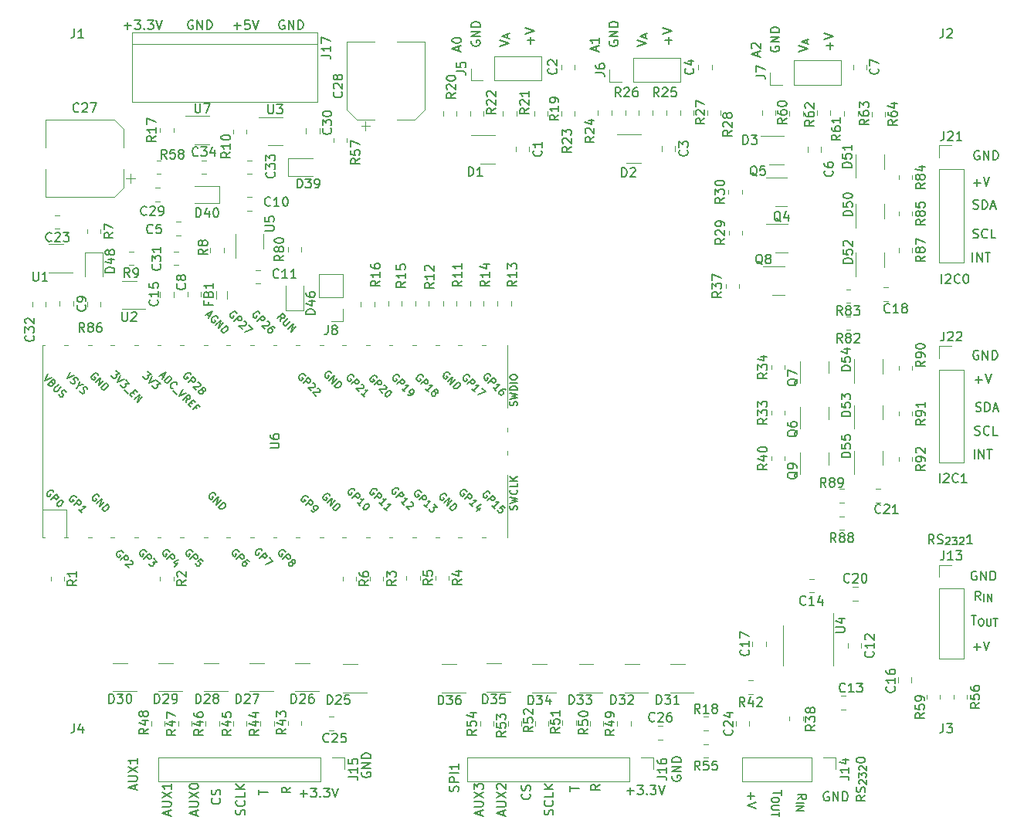
<source format=gbr>
%TF.GenerationSoftware,KiCad,Pcbnew,7.0.8*%
%TF.CreationDate,2024-01-07T20:15:44-08:00*%
%TF.ProjectId,PicoIrrigation,5069636f-4972-4726-9967-6174696f6e2e,rev?*%
%TF.SameCoordinates,Original*%
%TF.FileFunction,Legend,Top*%
%TF.FilePolarity,Positive*%
%FSLAX46Y46*%
G04 Gerber Fmt 4.6, Leading zero omitted, Abs format (unit mm)*
G04 Created by KiCad (PCBNEW 7.0.8) date 2024-01-07 20:15:44*
%MOMM*%
%LPD*%
G01*
G04 APERTURE LIST*
%ADD10C,0.150000*%
%ADD11C,0.120000*%
G04 APERTURE END LIST*
D10*
X174589160Y-97322200D02*
X174732017Y-97369819D01*
X174732017Y-97369819D02*
X174970112Y-97369819D01*
X174970112Y-97369819D02*
X175065350Y-97322200D01*
X175065350Y-97322200D02*
X175112969Y-97274580D01*
X175112969Y-97274580D02*
X175160588Y-97179342D01*
X175160588Y-97179342D02*
X175160588Y-97084104D01*
X175160588Y-97084104D02*
X175112969Y-96988866D01*
X175112969Y-96988866D02*
X175065350Y-96941247D01*
X175065350Y-96941247D02*
X174970112Y-96893628D01*
X174970112Y-96893628D02*
X174779636Y-96846009D01*
X174779636Y-96846009D02*
X174684398Y-96798390D01*
X174684398Y-96798390D02*
X174636779Y-96750771D01*
X174636779Y-96750771D02*
X174589160Y-96655533D01*
X174589160Y-96655533D02*
X174589160Y-96560295D01*
X174589160Y-96560295D02*
X174636779Y-96465057D01*
X174636779Y-96465057D02*
X174684398Y-96417438D01*
X174684398Y-96417438D02*
X174779636Y-96369819D01*
X174779636Y-96369819D02*
X175017731Y-96369819D01*
X175017731Y-96369819D02*
X175160588Y-96417438D01*
X176160588Y-97274580D02*
X176112969Y-97322200D01*
X176112969Y-97322200D02*
X175970112Y-97369819D01*
X175970112Y-97369819D02*
X175874874Y-97369819D01*
X175874874Y-97369819D02*
X175732017Y-97322200D01*
X175732017Y-97322200D02*
X175636779Y-97226961D01*
X175636779Y-97226961D02*
X175589160Y-97131723D01*
X175589160Y-97131723D02*
X175541541Y-96941247D01*
X175541541Y-96941247D02*
X175541541Y-96798390D01*
X175541541Y-96798390D02*
X175589160Y-96607914D01*
X175589160Y-96607914D02*
X175636779Y-96512676D01*
X175636779Y-96512676D02*
X175732017Y-96417438D01*
X175732017Y-96417438D02*
X175874874Y-96369819D01*
X175874874Y-96369819D02*
X175970112Y-96369819D01*
X175970112Y-96369819D02*
X176112969Y-96417438D01*
X176112969Y-96417438D02*
X176160588Y-96465057D01*
X177065350Y-97369819D02*
X176589160Y-97369819D01*
X176589160Y-97369819D02*
X176589160Y-96369819D01*
X170736779Y-102569819D02*
X170736779Y-101569819D01*
X171165350Y-101665057D02*
X171212969Y-101617438D01*
X171212969Y-101617438D02*
X171308207Y-101569819D01*
X171308207Y-101569819D02*
X171546302Y-101569819D01*
X171546302Y-101569819D02*
X171641540Y-101617438D01*
X171641540Y-101617438D02*
X171689159Y-101665057D01*
X171689159Y-101665057D02*
X171736778Y-101760295D01*
X171736778Y-101760295D02*
X171736778Y-101855533D01*
X171736778Y-101855533D02*
X171689159Y-101998390D01*
X171689159Y-101998390D02*
X171117731Y-102569819D01*
X171117731Y-102569819D02*
X171736778Y-102569819D01*
X172736778Y-102474580D02*
X172689159Y-102522200D01*
X172689159Y-102522200D02*
X172546302Y-102569819D01*
X172546302Y-102569819D02*
X172451064Y-102569819D01*
X172451064Y-102569819D02*
X172308207Y-102522200D01*
X172308207Y-102522200D02*
X172212969Y-102426961D01*
X172212969Y-102426961D02*
X172165350Y-102331723D01*
X172165350Y-102331723D02*
X172117731Y-102141247D01*
X172117731Y-102141247D02*
X172117731Y-101998390D01*
X172117731Y-101998390D02*
X172165350Y-101807914D01*
X172165350Y-101807914D02*
X172212969Y-101712676D01*
X172212969Y-101712676D02*
X172308207Y-101617438D01*
X172308207Y-101617438D02*
X172451064Y-101569819D01*
X172451064Y-101569819D02*
X172546302Y-101569819D01*
X172546302Y-101569819D02*
X172689159Y-101617438D01*
X172689159Y-101617438D02*
X172736778Y-101665057D01*
X173689159Y-102569819D02*
X173117731Y-102569819D01*
X173403445Y-102569819D02*
X173403445Y-101569819D01*
X173403445Y-101569819D02*
X173308207Y-101712676D01*
X173308207Y-101712676D02*
X173212969Y-101807914D01*
X173212969Y-101807914D02*
X173117731Y-101855533D01*
X175208207Y-115469819D02*
X174874874Y-114993628D01*
X174636779Y-115469819D02*
X174636779Y-114469819D01*
X174636779Y-114469819D02*
X175017731Y-114469819D01*
X175017731Y-114469819D02*
X175112969Y-114517438D01*
X175112969Y-114517438D02*
X175160588Y-114565057D01*
X175160588Y-114565057D02*
X175208207Y-114660295D01*
X175208207Y-114660295D02*
X175208207Y-114803152D01*
X175208207Y-114803152D02*
X175160588Y-114898390D01*
X175160588Y-114898390D02*
X175112969Y-114946009D01*
X175112969Y-114946009D02*
X175017731Y-114993628D01*
X175017731Y-114993628D02*
X174636779Y-114993628D01*
X175589160Y-115580295D02*
X175589160Y-114780295D01*
X175970112Y-115580295D02*
X175970112Y-114780295D01*
X175970112Y-114780295D02*
X176427255Y-115580295D01*
X176427255Y-115580295D02*
X176427255Y-114780295D01*
X96069819Y-136806077D02*
X96069819Y-136234649D01*
X97069819Y-136520363D02*
X96069819Y-136520363D01*
X174336779Y-78369819D02*
X174336779Y-77369819D01*
X174812969Y-78369819D02*
X174812969Y-77369819D01*
X174812969Y-77369819D02*
X175384397Y-78369819D01*
X175384397Y-78369819D02*
X175384397Y-77369819D01*
X175717731Y-77369819D02*
X176289159Y-77369819D01*
X176003445Y-78369819D02*
X176003445Y-77369819D01*
X174689160Y-94722200D02*
X174832017Y-94769819D01*
X174832017Y-94769819D02*
X175070112Y-94769819D01*
X175070112Y-94769819D02*
X175165350Y-94722200D01*
X175165350Y-94722200D02*
X175212969Y-94674580D01*
X175212969Y-94674580D02*
X175260588Y-94579342D01*
X175260588Y-94579342D02*
X175260588Y-94484104D01*
X175260588Y-94484104D02*
X175212969Y-94388866D01*
X175212969Y-94388866D02*
X175165350Y-94341247D01*
X175165350Y-94341247D02*
X175070112Y-94293628D01*
X175070112Y-94293628D02*
X174879636Y-94246009D01*
X174879636Y-94246009D02*
X174784398Y-94198390D01*
X174784398Y-94198390D02*
X174736779Y-94150771D01*
X174736779Y-94150771D02*
X174689160Y-94055533D01*
X174689160Y-94055533D02*
X174689160Y-93960295D01*
X174689160Y-93960295D02*
X174736779Y-93865057D01*
X174736779Y-93865057D02*
X174784398Y-93817438D01*
X174784398Y-93817438D02*
X174879636Y-93769819D01*
X174879636Y-93769819D02*
X175117731Y-93769819D01*
X175117731Y-93769819D02*
X175260588Y-93817438D01*
X175689160Y-94769819D02*
X175689160Y-93769819D01*
X175689160Y-93769819D02*
X175927255Y-93769819D01*
X175927255Y-93769819D02*
X176070112Y-93817438D01*
X176070112Y-93817438D02*
X176165350Y-93912676D01*
X176165350Y-93912676D02*
X176212969Y-94007914D01*
X176212969Y-94007914D02*
X176260588Y-94198390D01*
X176260588Y-94198390D02*
X176260588Y-94341247D01*
X176260588Y-94341247D02*
X176212969Y-94531723D01*
X176212969Y-94531723D02*
X176165350Y-94626961D01*
X176165350Y-94626961D02*
X176070112Y-94722200D01*
X176070112Y-94722200D02*
X175927255Y-94769819D01*
X175927255Y-94769819D02*
X175689160Y-94769819D01*
X176641541Y-94484104D02*
X177117731Y-94484104D01*
X176546303Y-94769819D02*
X176879636Y-93769819D01*
X176879636Y-93769819D02*
X177212969Y-94769819D01*
X81336779Y-52488866D02*
X82098684Y-52488866D01*
X81717731Y-52869819D02*
X81717731Y-52107914D01*
X82479636Y-51869819D02*
X83098683Y-51869819D01*
X83098683Y-51869819D02*
X82765350Y-52250771D01*
X82765350Y-52250771D02*
X82908207Y-52250771D01*
X82908207Y-52250771D02*
X83003445Y-52298390D01*
X83003445Y-52298390D02*
X83051064Y-52346009D01*
X83051064Y-52346009D02*
X83098683Y-52441247D01*
X83098683Y-52441247D02*
X83098683Y-52679342D01*
X83098683Y-52679342D02*
X83051064Y-52774580D01*
X83051064Y-52774580D02*
X83003445Y-52822200D01*
X83003445Y-52822200D02*
X82908207Y-52869819D01*
X82908207Y-52869819D02*
X82622493Y-52869819D01*
X82622493Y-52869819D02*
X82527255Y-52822200D01*
X82527255Y-52822200D02*
X82479636Y-52774580D01*
X83527255Y-52774580D02*
X83574874Y-52822200D01*
X83574874Y-52822200D02*
X83527255Y-52869819D01*
X83527255Y-52869819D02*
X83479636Y-52822200D01*
X83479636Y-52822200D02*
X83527255Y-52774580D01*
X83527255Y-52774580D02*
X83527255Y-52869819D01*
X83908207Y-51869819D02*
X84527254Y-51869819D01*
X84527254Y-51869819D02*
X84193921Y-52250771D01*
X84193921Y-52250771D02*
X84336778Y-52250771D01*
X84336778Y-52250771D02*
X84432016Y-52298390D01*
X84432016Y-52298390D02*
X84479635Y-52346009D01*
X84479635Y-52346009D02*
X84527254Y-52441247D01*
X84527254Y-52441247D02*
X84527254Y-52679342D01*
X84527254Y-52679342D02*
X84479635Y-52774580D01*
X84479635Y-52774580D02*
X84432016Y-52822200D01*
X84432016Y-52822200D02*
X84336778Y-52869819D01*
X84336778Y-52869819D02*
X84051064Y-52869819D01*
X84051064Y-52869819D02*
X83955826Y-52822200D01*
X83955826Y-52822200D02*
X83908207Y-52774580D01*
X84812969Y-51869819D02*
X85146302Y-52869819D01*
X85146302Y-52869819D02*
X85479635Y-51869819D01*
X174536779Y-99969819D02*
X174536779Y-98969819D01*
X175012969Y-99969819D02*
X175012969Y-98969819D01*
X175012969Y-98969819D02*
X175584397Y-99969819D01*
X175584397Y-99969819D02*
X175584397Y-98969819D01*
X175917731Y-98969819D02*
X176489159Y-98969819D01*
X176203445Y-99969819D02*
X176203445Y-98969819D01*
X134517438Y-54139411D02*
X134469819Y-54234649D01*
X134469819Y-54234649D02*
X134469819Y-54377506D01*
X134469819Y-54377506D02*
X134517438Y-54520363D01*
X134517438Y-54520363D02*
X134612676Y-54615601D01*
X134612676Y-54615601D02*
X134707914Y-54663220D01*
X134707914Y-54663220D02*
X134898390Y-54710839D01*
X134898390Y-54710839D02*
X135041247Y-54710839D01*
X135041247Y-54710839D02*
X135231723Y-54663220D01*
X135231723Y-54663220D02*
X135326961Y-54615601D01*
X135326961Y-54615601D02*
X135422200Y-54520363D01*
X135422200Y-54520363D02*
X135469819Y-54377506D01*
X135469819Y-54377506D02*
X135469819Y-54282268D01*
X135469819Y-54282268D02*
X135422200Y-54139411D01*
X135422200Y-54139411D02*
X135374580Y-54091792D01*
X135374580Y-54091792D02*
X135041247Y-54091792D01*
X135041247Y-54091792D02*
X135041247Y-54282268D01*
X135469819Y-53663220D02*
X134469819Y-53663220D01*
X134469819Y-53663220D02*
X135469819Y-53091792D01*
X135469819Y-53091792D02*
X134469819Y-53091792D01*
X135469819Y-52615601D02*
X134469819Y-52615601D01*
X134469819Y-52615601D02*
X134469819Y-52377506D01*
X134469819Y-52377506D02*
X134517438Y-52234649D01*
X134517438Y-52234649D02*
X134612676Y-52139411D01*
X134612676Y-52139411D02*
X134707914Y-52091792D01*
X134707914Y-52091792D02*
X134898390Y-52044173D01*
X134898390Y-52044173D02*
X135041247Y-52044173D01*
X135041247Y-52044173D02*
X135231723Y-52091792D01*
X135231723Y-52091792D02*
X135326961Y-52139411D01*
X135326961Y-52139411D02*
X135422200Y-52234649D01*
X135422200Y-52234649D02*
X135469819Y-52377506D01*
X135469819Y-52377506D02*
X135469819Y-52615601D01*
X130169819Y-136406077D02*
X130169819Y-135834649D01*
X131169819Y-136120363D02*
X130169819Y-136120363D01*
X125888866Y-54463220D02*
X125888866Y-53701316D01*
X126269819Y-54082268D02*
X125507914Y-54082268D01*
X125269819Y-53367982D02*
X126269819Y-53034649D01*
X126269819Y-53034649D02*
X125269819Y-52701316D01*
X152217438Y-54739411D02*
X152169819Y-54834649D01*
X152169819Y-54834649D02*
X152169819Y-54977506D01*
X152169819Y-54977506D02*
X152217438Y-55120363D01*
X152217438Y-55120363D02*
X152312676Y-55215601D01*
X152312676Y-55215601D02*
X152407914Y-55263220D01*
X152407914Y-55263220D02*
X152598390Y-55310839D01*
X152598390Y-55310839D02*
X152741247Y-55310839D01*
X152741247Y-55310839D02*
X152931723Y-55263220D01*
X152931723Y-55263220D02*
X153026961Y-55215601D01*
X153026961Y-55215601D02*
X153122200Y-55120363D01*
X153122200Y-55120363D02*
X153169819Y-54977506D01*
X153169819Y-54977506D02*
X153169819Y-54882268D01*
X153169819Y-54882268D02*
X153122200Y-54739411D01*
X153122200Y-54739411D02*
X153074580Y-54691792D01*
X153074580Y-54691792D02*
X152741247Y-54691792D01*
X152741247Y-54691792D02*
X152741247Y-54882268D01*
X153169819Y-54263220D02*
X152169819Y-54263220D01*
X152169819Y-54263220D02*
X153169819Y-53691792D01*
X153169819Y-53691792D02*
X152169819Y-53691792D01*
X153169819Y-53215601D02*
X152169819Y-53215601D01*
X152169819Y-53215601D02*
X152169819Y-52977506D01*
X152169819Y-52977506D02*
X152217438Y-52834649D01*
X152217438Y-52834649D02*
X152312676Y-52739411D01*
X152312676Y-52739411D02*
X152407914Y-52691792D01*
X152407914Y-52691792D02*
X152598390Y-52644173D01*
X152598390Y-52644173D02*
X152741247Y-52644173D01*
X152741247Y-52644173D02*
X152931723Y-52691792D01*
X152931723Y-52691792D02*
X153026961Y-52739411D01*
X153026961Y-52739411D02*
X153122200Y-52834649D01*
X153122200Y-52834649D02*
X153169819Y-52977506D01*
X153169819Y-52977506D02*
X153169819Y-53215601D01*
X140988866Y-54463220D02*
X140988866Y-53701316D01*
X141369819Y-54082268D02*
X140607914Y-54082268D01*
X140369819Y-53367982D02*
X141369819Y-53034649D01*
X141369819Y-53034649D02*
X140369819Y-52701316D01*
X136436779Y-136388866D02*
X137198684Y-136388866D01*
X136817731Y-136769819D02*
X136817731Y-136007914D01*
X137579636Y-135769819D02*
X138198683Y-135769819D01*
X138198683Y-135769819D02*
X137865350Y-136150771D01*
X137865350Y-136150771D02*
X138008207Y-136150771D01*
X138008207Y-136150771D02*
X138103445Y-136198390D01*
X138103445Y-136198390D02*
X138151064Y-136246009D01*
X138151064Y-136246009D02*
X138198683Y-136341247D01*
X138198683Y-136341247D02*
X138198683Y-136579342D01*
X138198683Y-136579342D02*
X138151064Y-136674580D01*
X138151064Y-136674580D02*
X138103445Y-136722200D01*
X138103445Y-136722200D02*
X138008207Y-136769819D01*
X138008207Y-136769819D02*
X137722493Y-136769819D01*
X137722493Y-136769819D02*
X137627255Y-136722200D01*
X137627255Y-136722200D02*
X137579636Y-136674580D01*
X138627255Y-136674580D02*
X138674874Y-136722200D01*
X138674874Y-136722200D02*
X138627255Y-136769819D01*
X138627255Y-136769819D02*
X138579636Y-136722200D01*
X138579636Y-136722200D02*
X138627255Y-136674580D01*
X138627255Y-136674580D02*
X138627255Y-136769819D01*
X139008207Y-135769819D02*
X139627254Y-135769819D01*
X139627254Y-135769819D02*
X139293921Y-136150771D01*
X139293921Y-136150771D02*
X139436778Y-136150771D01*
X139436778Y-136150771D02*
X139532016Y-136198390D01*
X139532016Y-136198390D02*
X139579635Y-136246009D01*
X139579635Y-136246009D02*
X139627254Y-136341247D01*
X139627254Y-136341247D02*
X139627254Y-136579342D01*
X139627254Y-136579342D02*
X139579635Y-136674580D01*
X139579635Y-136674580D02*
X139532016Y-136722200D01*
X139532016Y-136722200D02*
X139436778Y-136769819D01*
X139436778Y-136769819D02*
X139151064Y-136769819D01*
X139151064Y-136769819D02*
X139055826Y-136722200D01*
X139055826Y-136722200D02*
X139008207Y-136674580D01*
X139912969Y-135769819D02*
X140246302Y-136769819D01*
X140246302Y-136769819D02*
X140579635Y-135769819D01*
X174760588Y-112317438D02*
X174665350Y-112269819D01*
X174665350Y-112269819D02*
X174522493Y-112269819D01*
X174522493Y-112269819D02*
X174379636Y-112317438D01*
X174379636Y-112317438D02*
X174284398Y-112412676D01*
X174284398Y-112412676D02*
X174236779Y-112507914D01*
X174236779Y-112507914D02*
X174189160Y-112698390D01*
X174189160Y-112698390D02*
X174189160Y-112841247D01*
X174189160Y-112841247D02*
X174236779Y-113031723D01*
X174236779Y-113031723D02*
X174284398Y-113126961D01*
X174284398Y-113126961D02*
X174379636Y-113222200D01*
X174379636Y-113222200D02*
X174522493Y-113269819D01*
X174522493Y-113269819D02*
X174617731Y-113269819D01*
X174617731Y-113269819D02*
X174760588Y-113222200D01*
X174760588Y-113222200D02*
X174808207Y-113174580D01*
X174808207Y-113174580D02*
X174808207Y-112841247D01*
X174808207Y-112841247D02*
X174617731Y-112841247D01*
X175236779Y-113269819D02*
X175236779Y-112269819D01*
X175236779Y-112269819D02*
X175808207Y-113269819D01*
X175808207Y-113269819D02*
X175808207Y-112269819D01*
X176284398Y-113269819D02*
X176284398Y-112269819D01*
X176284398Y-112269819D02*
X176522493Y-112269819D01*
X176522493Y-112269819D02*
X176665350Y-112317438D01*
X176665350Y-112317438D02*
X176760588Y-112412676D01*
X176760588Y-112412676D02*
X176808207Y-112507914D01*
X176808207Y-112507914D02*
X176855826Y-112698390D01*
X176855826Y-112698390D02*
X176855826Y-112841247D01*
X176855826Y-112841247D02*
X176808207Y-113031723D01*
X176808207Y-113031723D02*
X176760588Y-113126961D01*
X176760588Y-113126961D02*
X176665350Y-113222200D01*
X176665350Y-113222200D02*
X176522493Y-113269819D01*
X176522493Y-113269819D02*
X176284398Y-113269819D01*
X125774580Y-136691792D02*
X125822200Y-136739411D01*
X125822200Y-136739411D02*
X125869819Y-136882268D01*
X125869819Y-136882268D02*
X125869819Y-136977506D01*
X125869819Y-136977506D02*
X125822200Y-137120363D01*
X125822200Y-137120363D02*
X125726961Y-137215601D01*
X125726961Y-137215601D02*
X125631723Y-137263220D01*
X125631723Y-137263220D02*
X125441247Y-137310839D01*
X125441247Y-137310839D02*
X125298390Y-137310839D01*
X125298390Y-137310839D02*
X125107914Y-137263220D01*
X125107914Y-137263220D02*
X125012676Y-137215601D01*
X125012676Y-137215601D02*
X124917438Y-137120363D01*
X124917438Y-137120363D02*
X124869819Y-136977506D01*
X124869819Y-136977506D02*
X124869819Y-136882268D01*
X124869819Y-136882268D02*
X124917438Y-136739411D01*
X124917438Y-136739411D02*
X124965057Y-136691792D01*
X125822200Y-136310839D02*
X125869819Y-136167982D01*
X125869819Y-136167982D02*
X125869819Y-135929887D01*
X125869819Y-135929887D02*
X125822200Y-135834649D01*
X125822200Y-135834649D02*
X125774580Y-135787030D01*
X125774580Y-135787030D02*
X125679342Y-135739411D01*
X125679342Y-135739411D02*
X125584104Y-135739411D01*
X125584104Y-135739411D02*
X125488866Y-135787030D01*
X125488866Y-135787030D02*
X125441247Y-135834649D01*
X125441247Y-135834649D02*
X125393628Y-135929887D01*
X125393628Y-135929887D02*
X125346009Y-136120363D01*
X125346009Y-136120363D02*
X125298390Y-136215601D01*
X125298390Y-136215601D02*
X125250771Y-136263220D01*
X125250771Y-136263220D02*
X125155533Y-136310839D01*
X125155533Y-136310839D02*
X125060295Y-136310839D01*
X125060295Y-136310839D02*
X124965057Y-136263220D01*
X124965057Y-136263220D02*
X124917438Y-136215601D01*
X124917438Y-136215601D02*
X124869819Y-136120363D01*
X124869819Y-136120363D02*
X124869819Y-135882268D01*
X124869819Y-135882268D02*
X124917438Y-135739411D01*
X117922200Y-136410839D02*
X117969819Y-136267982D01*
X117969819Y-136267982D02*
X117969819Y-136029887D01*
X117969819Y-136029887D02*
X117922200Y-135934649D01*
X117922200Y-135934649D02*
X117874580Y-135887030D01*
X117874580Y-135887030D02*
X117779342Y-135839411D01*
X117779342Y-135839411D02*
X117684104Y-135839411D01*
X117684104Y-135839411D02*
X117588866Y-135887030D01*
X117588866Y-135887030D02*
X117541247Y-135934649D01*
X117541247Y-135934649D02*
X117493628Y-136029887D01*
X117493628Y-136029887D02*
X117446009Y-136220363D01*
X117446009Y-136220363D02*
X117398390Y-136315601D01*
X117398390Y-136315601D02*
X117350771Y-136363220D01*
X117350771Y-136363220D02*
X117255533Y-136410839D01*
X117255533Y-136410839D02*
X117160295Y-136410839D01*
X117160295Y-136410839D02*
X117065057Y-136363220D01*
X117065057Y-136363220D02*
X117017438Y-136315601D01*
X117017438Y-136315601D02*
X116969819Y-136220363D01*
X116969819Y-136220363D02*
X116969819Y-135982268D01*
X116969819Y-135982268D02*
X117017438Y-135839411D01*
X117969819Y-135410839D02*
X116969819Y-135410839D01*
X116969819Y-135410839D02*
X116969819Y-135029887D01*
X116969819Y-135029887D02*
X117017438Y-134934649D01*
X117017438Y-134934649D02*
X117065057Y-134887030D01*
X117065057Y-134887030D02*
X117160295Y-134839411D01*
X117160295Y-134839411D02*
X117303152Y-134839411D01*
X117303152Y-134839411D02*
X117398390Y-134887030D01*
X117398390Y-134887030D02*
X117446009Y-134934649D01*
X117446009Y-134934649D02*
X117493628Y-135029887D01*
X117493628Y-135029887D02*
X117493628Y-135410839D01*
X117969819Y-134410839D02*
X116969819Y-134410839D01*
X117969819Y-133410840D02*
X117969819Y-133982268D01*
X117969819Y-133696554D02*
X116969819Y-133696554D01*
X116969819Y-133696554D02*
X117112676Y-133791792D01*
X117112676Y-133791792D02*
X117207914Y-133887030D01*
X117207914Y-133887030D02*
X117255533Y-133982268D01*
X170936779Y-80719819D02*
X170936779Y-79719819D01*
X171365350Y-79815057D02*
X171412969Y-79767438D01*
X171412969Y-79767438D02*
X171508207Y-79719819D01*
X171508207Y-79719819D02*
X171746302Y-79719819D01*
X171746302Y-79719819D02*
X171841540Y-79767438D01*
X171841540Y-79767438D02*
X171889159Y-79815057D01*
X171889159Y-79815057D02*
X171936778Y-79910295D01*
X171936778Y-79910295D02*
X171936778Y-80005533D01*
X171936778Y-80005533D02*
X171889159Y-80148390D01*
X171889159Y-80148390D02*
X171317731Y-80719819D01*
X171317731Y-80719819D02*
X171936778Y-80719819D01*
X172936778Y-80624580D02*
X172889159Y-80672200D01*
X172889159Y-80672200D02*
X172746302Y-80719819D01*
X172746302Y-80719819D02*
X172651064Y-80719819D01*
X172651064Y-80719819D02*
X172508207Y-80672200D01*
X172508207Y-80672200D02*
X172412969Y-80576961D01*
X172412969Y-80576961D02*
X172365350Y-80481723D01*
X172365350Y-80481723D02*
X172317731Y-80291247D01*
X172317731Y-80291247D02*
X172317731Y-80148390D01*
X172317731Y-80148390D02*
X172365350Y-79957914D01*
X172365350Y-79957914D02*
X172412969Y-79862676D01*
X172412969Y-79862676D02*
X172508207Y-79767438D01*
X172508207Y-79767438D02*
X172651064Y-79719819D01*
X172651064Y-79719819D02*
X172746302Y-79719819D01*
X172746302Y-79719819D02*
X172889159Y-79767438D01*
X172889159Y-79767438D02*
X172936778Y-79815057D01*
X173555826Y-79719819D02*
X173651064Y-79719819D01*
X173651064Y-79719819D02*
X173746302Y-79767438D01*
X173746302Y-79767438D02*
X173793921Y-79815057D01*
X173793921Y-79815057D02*
X173841540Y-79910295D01*
X173841540Y-79910295D02*
X173889159Y-80100771D01*
X173889159Y-80100771D02*
X173889159Y-80338866D01*
X173889159Y-80338866D02*
X173841540Y-80529342D01*
X173841540Y-80529342D02*
X173793921Y-80624580D01*
X173793921Y-80624580D02*
X173746302Y-80672200D01*
X173746302Y-80672200D02*
X173651064Y-80719819D01*
X173651064Y-80719819D02*
X173555826Y-80719819D01*
X173555826Y-80719819D02*
X173460588Y-80672200D01*
X173460588Y-80672200D02*
X173412969Y-80624580D01*
X173412969Y-80624580D02*
X173365350Y-80529342D01*
X173365350Y-80529342D02*
X173317731Y-80338866D01*
X173317731Y-80338866D02*
X173317731Y-80100771D01*
X173317731Y-80100771D02*
X173365350Y-79910295D01*
X173365350Y-79910295D02*
X173412969Y-79815057D01*
X173412969Y-79815057D02*
X173460588Y-79767438D01*
X173460588Y-79767438D02*
X173555826Y-79719819D01*
X141417438Y-134739411D02*
X141369819Y-134834649D01*
X141369819Y-134834649D02*
X141369819Y-134977506D01*
X141369819Y-134977506D02*
X141417438Y-135120363D01*
X141417438Y-135120363D02*
X141512676Y-135215601D01*
X141512676Y-135215601D02*
X141607914Y-135263220D01*
X141607914Y-135263220D02*
X141798390Y-135310839D01*
X141798390Y-135310839D02*
X141941247Y-135310839D01*
X141941247Y-135310839D02*
X142131723Y-135263220D01*
X142131723Y-135263220D02*
X142226961Y-135215601D01*
X142226961Y-135215601D02*
X142322200Y-135120363D01*
X142322200Y-135120363D02*
X142369819Y-134977506D01*
X142369819Y-134977506D02*
X142369819Y-134882268D01*
X142369819Y-134882268D02*
X142322200Y-134739411D01*
X142322200Y-134739411D02*
X142274580Y-134691792D01*
X142274580Y-134691792D02*
X141941247Y-134691792D01*
X141941247Y-134691792D02*
X141941247Y-134882268D01*
X142369819Y-134263220D02*
X141369819Y-134263220D01*
X141369819Y-134263220D02*
X142369819Y-133691792D01*
X142369819Y-133691792D02*
X141369819Y-133691792D01*
X142369819Y-133215601D02*
X141369819Y-133215601D01*
X141369819Y-133215601D02*
X141369819Y-132977506D01*
X141369819Y-132977506D02*
X141417438Y-132834649D01*
X141417438Y-132834649D02*
X141512676Y-132739411D01*
X141512676Y-132739411D02*
X141607914Y-132691792D01*
X141607914Y-132691792D02*
X141798390Y-132644173D01*
X141798390Y-132644173D02*
X141941247Y-132644173D01*
X141941247Y-132644173D02*
X142131723Y-132691792D01*
X142131723Y-132691792D02*
X142226961Y-132739411D01*
X142226961Y-132739411D02*
X142322200Y-132834649D01*
X142322200Y-132834649D02*
X142369819Y-132977506D01*
X142369819Y-132977506D02*
X142369819Y-133215601D01*
X133469819Y-135691792D02*
X132993628Y-136025125D01*
X133469819Y-136263220D02*
X132469819Y-136263220D01*
X132469819Y-136263220D02*
X132469819Y-135882268D01*
X132469819Y-135882268D02*
X132517438Y-135787030D01*
X132517438Y-135787030D02*
X132565057Y-135739411D01*
X132565057Y-135739411D02*
X132660295Y-135691792D01*
X132660295Y-135691792D02*
X132803152Y-135691792D01*
X132803152Y-135691792D02*
X132898390Y-135739411D01*
X132898390Y-135739411D02*
X132946009Y-135787030D01*
X132946009Y-135787030D02*
X132993628Y-135882268D01*
X132993628Y-135882268D02*
X132993628Y-136263220D01*
X91774580Y-137191792D02*
X91822200Y-137239411D01*
X91822200Y-137239411D02*
X91869819Y-137382268D01*
X91869819Y-137382268D02*
X91869819Y-137477506D01*
X91869819Y-137477506D02*
X91822200Y-137620363D01*
X91822200Y-137620363D02*
X91726961Y-137715601D01*
X91726961Y-137715601D02*
X91631723Y-137763220D01*
X91631723Y-137763220D02*
X91441247Y-137810839D01*
X91441247Y-137810839D02*
X91298390Y-137810839D01*
X91298390Y-137810839D02*
X91107914Y-137763220D01*
X91107914Y-137763220D02*
X91012676Y-137715601D01*
X91012676Y-137715601D02*
X90917438Y-137620363D01*
X90917438Y-137620363D02*
X90869819Y-137477506D01*
X90869819Y-137477506D02*
X90869819Y-137382268D01*
X90869819Y-137382268D02*
X90917438Y-137239411D01*
X90917438Y-137239411D02*
X90965057Y-137191792D01*
X91822200Y-136810839D02*
X91869819Y-136667982D01*
X91869819Y-136667982D02*
X91869819Y-136429887D01*
X91869819Y-136429887D02*
X91822200Y-136334649D01*
X91822200Y-136334649D02*
X91774580Y-136287030D01*
X91774580Y-136287030D02*
X91679342Y-136239411D01*
X91679342Y-136239411D02*
X91584104Y-136239411D01*
X91584104Y-136239411D02*
X91488866Y-136287030D01*
X91488866Y-136287030D02*
X91441247Y-136334649D01*
X91441247Y-136334649D02*
X91393628Y-136429887D01*
X91393628Y-136429887D02*
X91346009Y-136620363D01*
X91346009Y-136620363D02*
X91298390Y-136715601D01*
X91298390Y-136715601D02*
X91250771Y-136763220D01*
X91250771Y-136763220D02*
X91155533Y-136810839D01*
X91155533Y-136810839D02*
X91060295Y-136810839D01*
X91060295Y-136810839D02*
X90965057Y-136763220D01*
X90965057Y-136763220D02*
X90917438Y-136715601D01*
X90917438Y-136715601D02*
X90869819Y-136620363D01*
X90869819Y-136620363D02*
X90869819Y-136382268D01*
X90869819Y-136382268D02*
X90917438Y-136239411D01*
X170108207Y-109269819D02*
X169774874Y-108793628D01*
X169536779Y-109269819D02*
X169536779Y-108269819D01*
X169536779Y-108269819D02*
X169917731Y-108269819D01*
X169917731Y-108269819D02*
X170012969Y-108317438D01*
X170012969Y-108317438D02*
X170060588Y-108365057D01*
X170060588Y-108365057D02*
X170108207Y-108460295D01*
X170108207Y-108460295D02*
X170108207Y-108603152D01*
X170108207Y-108603152D02*
X170060588Y-108698390D01*
X170060588Y-108698390D02*
X170012969Y-108746009D01*
X170012969Y-108746009D02*
X169917731Y-108793628D01*
X169917731Y-108793628D02*
X169536779Y-108793628D01*
X170489160Y-109222200D02*
X170632017Y-109269819D01*
X170632017Y-109269819D02*
X170870112Y-109269819D01*
X170870112Y-109269819D02*
X170965350Y-109222200D01*
X170965350Y-109222200D02*
X171012969Y-109174580D01*
X171012969Y-109174580D02*
X171060588Y-109079342D01*
X171060588Y-109079342D02*
X171060588Y-108984104D01*
X171060588Y-108984104D02*
X171012969Y-108888866D01*
X171012969Y-108888866D02*
X170965350Y-108841247D01*
X170965350Y-108841247D02*
X170870112Y-108793628D01*
X170870112Y-108793628D02*
X170679636Y-108746009D01*
X170679636Y-108746009D02*
X170584398Y-108698390D01*
X170584398Y-108698390D02*
X170536779Y-108650771D01*
X170536779Y-108650771D02*
X170489160Y-108555533D01*
X170489160Y-108555533D02*
X170489160Y-108460295D01*
X170489160Y-108460295D02*
X170536779Y-108365057D01*
X170536779Y-108365057D02*
X170584398Y-108317438D01*
X170584398Y-108317438D02*
X170679636Y-108269819D01*
X170679636Y-108269819D02*
X170917731Y-108269819D01*
X170917731Y-108269819D02*
X171060588Y-108317438D01*
X171403445Y-108656485D02*
X171441541Y-108618390D01*
X171441541Y-108618390D02*
X171517731Y-108580295D01*
X171517731Y-108580295D02*
X171708207Y-108580295D01*
X171708207Y-108580295D02*
X171784398Y-108618390D01*
X171784398Y-108618390D02*
X171822493Y-108656485D01*
X171822493Y-108656485D02*
X171860588Y-108732676D01*
X171860588Y-108732676D02*
X171860588Y-108808866D01*
X171860588Y-108808866D02*
X171822493Y-108923152D01*
X171822493Y-108923152D02*
X171365350Y-109380295D01*
X171365350Y-109380295D02*
X171860588Y-109380295D01*
X172127255Y-108580295D02*
X172622493Y-108580295D01*
X172622493Y-108580295D02*
X172355827Y-108885057D01*
X172355827Y-108885057D02*
X172470112Y-108885057D01*
X172470112Y-108885057D02*
X172546303Y-108923152D01*
X172546303Y-108923152D02*
X172584398Y-108961247D01*
X172584398Y-108961247D02*
X172622493Y-109037438D01*
X172622493Y-109037438D02*
X172622493Y-109227914D01*
X172622493Y-109227914D02*
X172584398Y-109304104D01*
X172584398Y-109304104D02*
X172546303Y-109342200D01*
X172546303Y-109342200D02*
X172470112Y-109380295D01*
X172470112Y-109380295D02*
X172241541Y-109380295D01*
X172241541Y-109380295D02*
X172165350Y-109342200D01*
X172165350Y-109342200D02*
X172127255Y-109304104D01*
X172927255Y-108656485D02*
X172965351Y-108618390D01*
X172965351Y-108618390D02*
X173041541Y-108580295D01*
X173041541Y-108580295D02*
X173232017Y-108580295D01*
X173232017Y-108580295D02*
X173308208Y-108618390D01*
X173308208Y-108618390D02*
X173346303Y-108656485D01*
X173346303Y-108656485D02*
X173384398Y-108732676D01*
X173384398Y-108732676D02*
X173384398Y-108808866D01*
X173384398Y-108808866D02*
X173346303Y-108923152D01*
X173346303Y-108923152D02*
X172889160Y-109380295D01*
X172889160Y-109380295D02*
X173384398Y-109380295D01*
X174298684Y-109269819D02*
X173727256Y-109269819D01*
X174012970Y-109269819D02*
X174012970Y-108269819D01*
X174012970Y-108269819D02*
X173917732Y-108412676D01*
X173917732Y-108412676D02*
X173822494Y-108507914D01*
X173822494Y-108507914D02*
X173727256Y-108555533D01*
X107417438Y-134339411D02*
X107369819Y-134434649D01*
X107369819Y-134434649D02*
X107369819Y-134577506D01*
X107369819Y-134577506D02*
X107417438Y-134720363D01*
X107417438Y-134720363D02*
X107512676Y-134815601D01*
X107512676Y-134815601D02*
X107607914Y-134863220D01*
X107607914Y-134863220D02*
X107798390Y-134910839D01*
X107798390Y-134910839D02*
X107941247Y-134910839D01*
X107941247Y-134910839D02*
X108131723Y-134863220D01*
X108131723Y-134863220D02*
X108226961Y-134815601D01*
X108226961Y-134815601D02*
X108322200Y-134720363D01*
X108322200Y-134720363D02*
X108369819Y-134577506D01*
X108369819Y-134577506D02*
X108369819Y-134482268D01*
X108369819Y-134482268D02*
X108322200Y-134339411D01*
X108322200Y-134339411D02*
X108274580Y-134291792D01*
X108274580Y-134291792D02*
X107941247Y-134291792D01*
X107941247Y-134291792D02*
X107941247Y-134482268D01*
X108369819Y-133863220D02*
X107369819Y-133863220D01*
X107369819Y-133863220D02*
X108369819Y-133291792D01*
X108369819Y-133291792D02*
X107369819Y-133291792D01*
X108369819Y-132815601D02*
X107369819Y-132815601D01*
X107369819Y-132815601D02*
X107369819Y-132577506D01*
X107369819Y-132577506D02*
X107417438Y-132434649D01*
X107417438Y-132434649D02*
X107512676Y-132339411D01*
X107512676Y-132339411D02*
X107607914Y-132291792D01*
X107607914Y-132291792D02*
X107798390Y-132244173D01*
X107798390Y-132244173D02*
X107941247Y-132244173D01*
X107941247Y-132244173D02*
X108131723Y-132291792D01*
X108131723Y-132291792D02*
X108226961Y-132339411D01*
X108226961Y-132339411D02*
X108322200Y-132434649D01*
X108322200Y-132434649D02*
X108369819Y-132577506D01*
X108369819Y-132577506D02*
X108369819Y-132815601D01*
X174193922Y-117169819D02*
X174765350Y-117169819D01*
X174479636Y-118169819D02*
X174479636Y-117169819D01*
X175203446Y-117480295D02*
X175355827Y-117480295D01*
X175355827Y-117480295D02*
X175432017Y-117518390D01*
X175432017Y-117518390D02*
X175508208Y-117594580D01*
X175508208Y-117594580D02*
X175546303Y-117746961D01*
X175546303Y-117746961D02*
X175546303Y-118013628D01*
X175546303Y-118013628D02*
X175508208Y-118166009D01*
X175508208Y-118166009D02*
X175432017Y-118242200D01*
X175432017Y-118242200D02*
X175355827Y-118280295D01*
X175355827Y-118280295D02*
X175203446Y-118280295D01*
X175203446Y-118280295D02*
X175127255Y-118242200D01*
X175127255Y-118242200D02*
X175051065Y-118166009D01*
X175051065Y-118166009D02*
X175012969Y-118013628D01*
X175012969Y-118013628D02*
X175012969Y-117746961D01*
X175012969Y-117746961D02*
X175051065Y-117594580D01*
X175051065Y-117594580D02*
X175127255Y-117518390D01*
X175127255Y-117518390D02*
X175203446Y-117480295D01*
X175889160Y-117480295D02*
X175889160Y-118127914D01*
X175889160Y-118127914D02*
X175927255Y-118204104D01*
X175927255Y-118204104D02*
X175965350Y-118242200D01*
X175965350Y-118242200D02*
X176041541Y-118280295D01*
X176041541Y-118280295D02*
X176193922Y-118280295D01*
X176193922Y-118280295D02*
X176270112Y-118242200D01*
X176270112Y-118242200D02*
X176308207Y-118204104D01*
X176308207Y-118204104D02*
X176346303Y-118127914D01*
X176346303Y-118127914D02*
X176346303Y-117480295D01*
X176612969Y-117480295D02*
X177070112Y-117480295D01*
X176841540Y-118280295D02*
X176841540Y-117480295D01*
X162569819Y-136891792D02*
X162093628Y-137225125D01*
X162569819Y-137463220D02*
X161569819Y-137463220D01*
X161569819Y-137463220D02*
X161569819Y-137082268D01*
X161569819Y-137082268D02*
X161617438Y-136987030D01*
X161617438Y-136987030D02*
X161665057Y-136939411D01*
X161665057Y-136939411D02*
X161760295Y-136891792D01*
X161760295Y-136891792D02*
X161903152Y-136891792D01*
X161903152Y-136891792D02*
X161998390Y-136939411D01*
X161998390Y-136939411D02*
X162046009Y-136987030D01*
X162046009Y-136987030D02*
X162093628Y-137082268D01*
X162093628Y-137082268D02*
X162093628Y-137463220D01*
X162522200Y-136510839D02*
X162569819Y-136367982D01*
X162569819Y-136367982D02*
X162569819Y-136129887D01*
X162569819Y-136129887D02*
X162522200Y-136034649D01*
X162522200Y-136034649D02*
X162474580Y-135987030D01*
X162474580Y-135987030D02*
X162379342Y-135939411D01*
X162379342Y-135939411D02*
X162284104Y-135939411D01*
X162284104Y-135939411D02*
X162188866Y-135987030D01*
X162188866Y-135987030D02*
X162141247Y-136034649D01*
X162141247Y-136034649D02*
X162093628Y-136129887D01*
X162093628Y-136129887D02*
X162046009Y-136320363D01*
X162046009Y-136320363D02*
X161998390Y-136415601D01*
X161998390Y-136415601D02*
X161950771Y-136463220D01*
X161950771Y-136463220D02*
X161855533Y-136510839D01*
X161855533Y-136510839D02*
X161760295Y-136510839D01*
X161760295Y-136510839D02*
X161665057Y-136463220D01*
X161665057Y-136463220D02*
X161617438Y-136415601D01*
X161617438Y-136415601D02*
X161569819Y-136320363D01*
X161569819Y-136320363D02*
X161569819Y-136082268D01*
X161569819Y-136082268D02*
X161617438Y-135939411D01*
X161956485Y-135596554D02*
X161918390Y-135558458D01*
X161918390Y-135558458D02*
X161880295Y-135482268D01*
X161880295Y-135482268D02*
X161880295Y-135291792D01*
X161880295Y-135291792D02*
X161918390Y-135215601D01*
X161918390Y-135215601D02*
X161956485Y-135177506D01*
X161956485Y-135177506D02*
X162032676Y-135139411D01*
X162032676Y-135139411D02*
X162108866Y-135139411D01*
X162108866Y-135139411D02*
X162223152Y-135177506D01*
X162223152Y-135177506D02*
X162680295Y-135634649D01*
X162680295Y-135634649D02*
X162680295Y-135139411D01*
X161880295Y-134872744D02*
X161880295Y-134377506D01*
X161880295Y-134377506D02*
X162185057Y-134644172D01*
X162185057Y-134644172D02*
X162185057Y-134529887D01*
X162185057Y-134529887D02*
X162223152Y-134453696D01*
X162223152Y-134453696D02*
X162261247Y-134415601D01*
X162261247Y-134415601D02*
X162337438Y-134377506D01*
X162337438Y-134377506D02*
X162527914Y-134377506D01*
X162527914Y-134377506D02*
X162604104Y-134415601D01*
X162604104Y-134415601D02*
X162642200Y-134453696D01*
X162642200Y-134453696D02*
X162680295Y-134529887D01*
X162680295Y-134529887D02*
X162680295Y-134758458D01*
X162680295Y-134758458D02*
X162642200Y-134834649D01*
X162642200Y-134834649D02*
X162604104Y-134872744D01*
X161956485Y-134072744D02*
X161918390Y-134034648D01*
X161918390Y-134034648D02*
X161880295Y-133958458D01*
X161880295Y-133958458D02*
X161880295Y-133767982D01*
X161880295Y-133767982D02*
X161918390Y-133691791D01*
X161918390Y-133691791D02*
X161956485Y-133653696D01*
X161956485Y-133653696D02*
X162032676Y-133615601D01*
X162032676Y-133615601D02*
X162108866Y-133615601D01*
X162108866Y-133615601D02*
X162223152Y-133653696D01*
X162223152Y-133653696D02*
X162680295Y-134110839D01*
X162680295Y-134110839D02*
X162680295Y-133615601D01*
X161569819Y-133034648D02*
X161569819Y-132939410D01*
X161569819Y-132939410D02*
X161617438Y-132844172D01*
X161617438Y-132844172D02*
X161665057Y-132796553D01*
X161665057Y-132796553D02*
X161760295Y-132748934D01*
X161760295Y-132748934D02*
X161950771Y-132701315D01*
X161950771Y-132701315D02*
X162188866Y-132701315D01*
X162188866Y-132701315D02*
X162379342Y-132748934D01*
X162379342Y-132748934D02*
X162474580Y-132796553D01*
X162474580Y-132796553D02*
X162522200Y-132844172D01*
X162522200Y-132844172D02*
X162569819Y-132939410D01*
X162569819Y-132939410D02*
X162569819Y-133034648D01*
X162569819Y-133034648D02*
X162522200Y-133129886D01*
X162522200Y-133129886D02*
X162474580Y-133177505D01*
X162474580Y-133177505D02*
X162379342Y-133225124D01*
X162379342Y-133225124D02*
X162188866Y-133272743D01*
X162188866Y-133272743D02*
X161950771Y-133272743D01*
X161950771Y-133272743D02*
X161760295Y-133225124D01*
X161760295Y-133225124D02*
X161665057Y-133177505D01*
X161665057Y-133177505D02*
X161617438Y-133129886D01*
X161617438Y-133129886D02*
X161569819Y-133034648D01*
X174436779Y-69688866D02*
X175198684Y-69688866D01*
X174817731Y-70069819D02*
X174817731Y-69307914D01*
X175532017Y-69069819D02*
X175865350Y-70069819D01*
X175865350Y-70069819D02*
X176198683Y-69069819D01*
X122884104Y-139010839D02*
X122884104Y-138534649D01*
X123169819Y-139106077D02*
X122169819Y-138772744D01*
X122169819Y-138772744D02*
X123169819Y-138439411D01*
X122169819Y-138106077D02*
X122979342Y-138106077D01*
X122979342Y-138106077D02*
X123074580Y-138058458D01*
X123074580Y-138058458D02*
X123122200Y-138010839D01*
X123122200Y-138010839D02*
X123169819Y-137915601D01*
X123169819Y-137915601D02*
X123169819Y-137725125D01*
X123169819Y-137725125D02*
X123122200Y-137629887D01*
X123122200Y-137629887D02*
X123074580Y-137582268D01*
X123074580Y-137582268D02*
X122979342Y-137534649D01*
X122979342Y-137534649D02*
X122169819Y-137534649D01*
X122169819Y-137153696D02*
X123169819Y-136487030D01*
X122169819Y-136487030D02*
X123169819Y-137153696D01*
X122265057Y-136153696D02*
X122217438Y-136106077D01*
X122217438Y-136106077D02*
X122169819Y-136010839D01*
X122169819Y-136010839D02*
X122169819Y-135772744D01*
X122169819Y-135772744D02*
X122217438Y-135677506D01*
X122217438Y-135677506D02*
X122265057Y-135629887D01*
X122265057Y-135629887D02*
X122360295Y-135582268D01*
X122360295Y-135582268D02*
X122455533Y-135582268D01*
X122455533Y-135582268D02*
X122598390Y-135629887D01*
X122598390Y-135629887D02*
X123169819Y-136201315D01*
X123169819Y-136201315D02*
X123169819Y-135582268D01*
X122469819Y-54706077D02*
X123469819Y-54372744D01*
X123469819Y-54372744D02*
X122469819Y-54039411D01*
X123351723Y-53791792D02*
X123351723Y-53410839D01*
X123580295Y-53867982D02*
X122780295Y-53601315D01*
X122780295Y-53601315D02*
X123580295Y-53334649D01*
X158560588Y-136517438D02*
X158465350Y-136469819D01*
X158465350Y-136469819D02*
X158322493Y-136469819D01*
X158322493Y-136469819D02*
X158179636Y-136517438D01*
X158179636Y-136517438D02*
X158084398Y-136612676D01*
X158084398Y-136612676D02*
X158036779Y-136707914D01*
X158036779Y-136707914D02*
X157989160Y-136898390D01*
X157989160Y-136898390D02*
X157989160Y-137041247D01*
X157989160Y-137041247D02*
X158036779Y-137231723D01*
X158036779Y-137231723D02*
X158084398Y-137326961D01*
X158084398Y-137326961D02*
X158179636Y-137422200D01*
X158179636Y-137422200D02*
X158322493Y-137469819D01*
X158322493Y-137469819D02*
X158417731Y-137469819D01*
X158417731Y-137469819D02*
X158560588Y-137422200D01*
X158560588Y-137422200D02*
X158608207Y-137374580D01*
X158608207Y-137374580D02*
X158608207Y-137041247D01*
X158608207Y-137041247D02*
X158417731Y-137041247D01*
X159036779Y-137469819D02*
X159036779Y-136469819D01*
X159036779Y-136469819D02*
X159608207Y-137469819D01*
X159608207Y-137469819D02*
X159608207Y-136469819D01*
X160084398Y-137469819D02*
X160084398Y-136469819D01*
X160084398Y-136469819D02*
X160322493Y-136469819D01*
X160322493Y-136469819D02*
X160465350Y-136517438D01*
X160465350Y-136517438D02*
X160560588Y-136612676D01*
X160560588Y-136612676D02*
X160608207Y-136707914D01*
X160608207Y-136707914D02*
X160655826Y-136898390D01*
X160655826Y-136898390D02*
X160655826Y-137041247D01*
X160655826Y-137041247D02*
X160608207Y-137231723D01*
X160608207Y-137231723D02*
X160560588Y-137326961D01*
X160560588Y-137326961D02*
X160465350Y-137422200D01*
X160465350Y-137422200D02*
X160322493Y-137469819D01*
X160322493Y-137469819D02*
X160084398Y-137469819D01*
X98860588Y-51917438D02*
X98765350Y-51869819D01*
X98765350Y-51869819D02*
X98622493Y-51869819D01*
X98622493Y-51869819D02*
X98479636Y-51917438D01*
X98479636Y-51917438D02*
X98384398Y-52012676D01*
X98384398Y-52012676D02*
X98336779Y-52107914D01*
X98336779Y-52107914D02*
X98289160Y-52298390D01*
X98289160Y-52298390D02*
X98289160Y-52441247D01*
X98289160Y-52441247D02*
X98336779Y-52631723D01*
X98336779Y-52631723D02*
X98384398Y-52726961D01*
X98384398Y-52726961D02*
X98479636Y-52822200D01*
X98479636Y-52822200D02*
X98622493Y-52869819D01*
X98622493Y-52869819D02*
X98717731Y-52869819D01*
X98717731Y-52869819D02*
X98860588Y-52822200D01*
X98860588Y-52822200D02*
X98908207Y-52774580D01*
X98908207Y-52774580D02*
X98908207Y-52441247D01*
X98908207Y-52441247D02*
X98717731Y-52441247D01*
X99336779Y-52869819D02*
X99336779Y-51869819D01*
X99336779Y-51869819D02*
X99908207Y-52869819D01*
X99908207Y-52869819D02*
X99908207Y-51869819D01*
X100384398Y-52869819D02*
X100384398Y-51869819D01*
X100384398Y-51869819D02*
X100622493Y-51869819D01*
X100622493Y-51869819D02*
X100765350Y-51917438D01*
X100765350Y-51917438D02*
X100860588Y-52012676D01*
X100860588Y-52012676D02*
X100908207Y-52107914D01*
X100908207Y-52107914D02*
X100955826Y-52298390D01*
X100955826Y-52298390D02*
X100955826Y-52441247D01*
X100955826Y-52441247D02*
X100908207Y-52631723D01*
X100908207Y-52631723D02*
X100860588Y-52726961D01*
X100860588Y-52726961D02*
X100765350Y-52822200D01*
X100765350Y-52822200D02*
X100622493Y-52869819D01*
X100622493Y-52869819D02*
X100384398Y-52869819D01*
X174636779Y-91288866D02*
X175398684Y-91288866D01*
X175017731Y-91669819D02*
X175017731Y-90907914D01*
X175732017Y-90669819D02*
X176065350Y-91669819D01*
X176065350Y-91669819D02*
X176398683Y-90669819D01*
X88860588Y-51917438D02*
X88765350Y-51869819D01*
X88765350Y-51869819D02*
X88622493Y-51869819D01*
X88622493Y-51869819D02*
X88479636Y-51917438D01*
X88479636Y-51917438D02*
X88384398Y-52012676D01*
X88384398Y-52012676D02*
X88336779Y-52107914D01*
X88336779Y-52107914D02*
X88289160Y-52298390D01*
X88289160Y-52298390D02*
X88289160Y-52441247D01*
X88289160Y-52441247D02*
X88336779Y-52631723D01*
X88336779Y-52631723D02*
X88384398Y-52726961D01*
X88384398Y-52726961D02*
X88479636Y-52822200D01*
X88479636Y-52822200D02*
X88622493Y-52869819D01*
X88622493Y-52869819D02*
X88717731Y-52869819D01*
X88717731Y-52869819D02*
X88860588Y-52822200D01*
X88860588Y-52822200D02*
X88908207Y-52774580D01*
X88908207Y-52774580D02*
X88908207Y-52441247D01*
X88908207Y-52441247D02*
X88717731Y-52441247D01*
X89336779Y-52869819D02*
X89336779Y-51869819D01*
X89336779Y-51869819D02*
X89908207Y-52869819D01*
X89908207Y-52869819D02*
X89908207Y-51869819D01*
X90384398Y-52869819D02*
X90384398Y-51869819D01*
X90384398Y-51869819D02*
X90622493Y-51869819D01*
X90622493Y-51869819D02*
X90765350Y-51917438D01*
X90765350Y-51917438D02*
X90860588Y-52012676D01*
X90860588Y-52012676D02*
X90908207Y-52107914D01*
X90908207Y-52107914D02*
X90955826Y-52298390D01*
X90955826Y-52298390D02*
X90955826Y-52441247D01*
X90955826Y-52441247D02*
X90908207Y-52631723D01*
X90908207Y-52631723D02*
X90860588Y-52726961D01*
X90860588Y-52726961D02*
X90765350Y-52822200D01*
X90765350Y-52822200D02*
X90622493Y-52869819D01*
X90622493Y-52869819D02*
X90384398Y-52869819D01*
X153430180Y-136293922D02*
X153430180Y-136865350D01*
X152430180Y-136579636D02*
X153430180Y-136579636D01*
X153119704Y-137303446D02*
X153119704Y-137455827D01*
X153119704Y-137455827D02*
X153081609Y-137532017D01*
X153081609Y-137532017D02*
X153005419Y-137608208D01*
X153005419Y-137608208D02*
X152853038Y-137646303D01*
X152853038Y-137646303D02*
X152586371Y-137646303D01*
X152586371Y-137646303D02*
X152433990Y-137608208D01*
X152433990Y-137608208D02*
X152357800Y-137532017D01*
X152357800Y-137532017D02*
X152319704Y-137455827D01*
X152319704Y-137455827D02*
X152319704Y-137303446D01*
X152319704Y-137303446D02*
X152357800Y-137227255D01*
X152357800Y-137227255D02*
X152433990Y-137151065D01*
X152433990Y-137151065D02*
X152586371Y-137112969D01*
X152586371Y-137112969D02*
X152853038Y-137112969D01*
X152853038Y-137112969D02*
X153005419Y-137151065D01*
X153005419Y-137151065D02*
X153081609Y-137227255D01*
X153081609Y-137227255D02*
X153119704Y-137303446D01*
X153119704Y-137989160D02*
X152472085Y-137989160D01*
X152472085Y-137989160D02*
X152395895Y-138027255D01*
X152395895Y-138027255D02*
X152357800Y-138065350D01*
X152357800Y-138065350D02*
X152319704Y-138141541D01*
X152319704Y-138141541D02*
X152319704Y-138293922D01*
X152319704Y-138293922D02*
X152357800Y-138370112D01*
X152357800Y-138370112D02*
X152395895Y-138408207D01*
X152395895Y-138408207D02*
X152472085Y-138446303D01*
X152472085Y-138446303D02*
X153119704Y-138446303D01*
X153119704Y-138712969D02*
X153119704Y-139170112D01*
X152319704Y-138941540D02*
X153119704Y-138941540D01*
X94522200Y-139010839D02*
X94569819Y-138867982D01*
X94569819Y-138867982D02*
X94569819Y-138629887D01*
X94569819Y-138629887D02*
X94522200Y-138534649D01*
X94522200Y-138534649D02*
X94474580Y-138487030D01*
X94474580Y-138487030D02*
X94379342Y-138439411D01*
X94379342Y-138439411D02*
X94284104Y-138439411D01*
X94284104Y-138439411D02*
X94188866Y-138487030D01*
X94188866Y-138487030D02*
X94141247Y-138534649D01*
X94141247Y-138534649D02*
X94093628Y-138629887D01*
X94093628Y-138629887D02*
X94046009Y-138820363D01*
X94046009Y-138820363D02*
X93998390Y-138915601D01*
X93998390Y-138915601D02*
X93950771Y-138963220D01*
X93950771Y-138963220D02*
X93855533Y-139010839D01*
X93855533Y-139010839D02*
X93760295Y-139010839D01*
X93760295Y-139010839D02*
X93665057Y-138963220D01*
X93665057Y-138963220D02*
X93617438Y-138915601D01*
X93617438Y-138915601D02*
X93569819Y-138820363D01*
X93569819Y-138820363D02*
X93569819Y-138582268D01*
X93569819Y-138582268D02*
X93617438Y-138439411D01*
X94474580Y-137439411D02*
X94522200Y-137487030D01*
X94522200Y-137487030D02*
X94569819Y-137629887D01*
X94569819Y-137629887D02*
X94569819Y-137725125D01*
X94569819Y-137725125D02*
X94522200Y-137867982D01*
X94522200Y-137867982D02*
X94426961Y-137963220D01*
X94426961Y-137963220D02*
X94331723Y-138010839D01*
X94331723Y-138010839D02*
X94141247Y-138058458D01*
X94141247Y-138058458D02*
X93998390Y-138058458D01*
X93998390Y-138058458D02*
X93807914Y-138010839D01*
X93807914Y-138010839D02*
X93712676Y-137963220D01*
X93712676Y-137963220D02*
X93617438Y-137867982D01*
X93617438Y-137867982D02*
X93569819Y-137725125D01*
X93569819Y-137725125D02*
X93569819Y-137629887D01*
X93569819Y-137629887D02*
X93617438Y-137487030D01*
X93617438Y-137487030D02*
X93665057Y-137439411D01*
X94569819Y-136534649D02*
X94569819Y-137010839D01*
X94569819Y-137010839D02*
X93569819Y-137010839D01*
X94569819Y-136201315D02*
X93569819Y-136201315D01*
X94569819Y-135629887D02*
X93998390Y-136058458D01*
X93569819Y-135629887D02*
X94141247Y-136201315D01*
X150011133Y-136536779D02*
X150011133Y-137298684D01*
X149630180Y-136917731D02*
X150392085Y-136917731D01*
X150630180Y-137632017D02*
X149630180Y-137965350D01*
X149630180Y-137965350D02*
X150630180Y-138298683D01*
X82484104Y-136210839D02*
X82484104Y-135734649D01*
X82769819Y-136306077D02*
X81769819Y-135972744D01*
X81769819Y-135972744D02*
X82769819Y-135639411D01*
X81769819Y-135306077D02*
X82579342Y-135306077D01*
X82579342Y-135306077D02*
X82674580Y-135258458D01*
X82674580Y-135258458D02*
X82722200Y-135210839D01*
X82722200Y-135210839D02*
X82769819Y-135115601D01*
X82769819Y-135115601D02*
X82769819Y-134925125D01*
X82769819Y-134925125D02*
X82722200Y-134829887D01*
X82722200Y-134829887D02*
X82674580Y-134782268D01*
X82674580Y-134782268D02*
X82579342Y-134734649D01*
X82579342Y-134734649D02*
X81769819Y-134734649D01*
X81769819Y-134353696D02*
X82769819Y-133687030D01*
X81769819Y-133687030D02*
X82769819Y-134353696D01*
X82769819Y-132782268D02*
X82769819Y-133353696D01*
X82769819Y-133067982D02*
X81769819Y-133067982D01*
X81769819Y-133067982D02*
X81912676Y-133163220D01*
X81912676Y-133163220D02*
X82007914Y-133258458D01*
X82007914Y-133258458D02*
X82055533Y-133353696D01*
X119417438Y-54139411D02*
X119369819Y-54234649D01*
X119369819Y-54234649D02*
X119369819Y-54377506D01*
X119369819Y-54377506D02*
X119417438Y-54520363D01*
X119417438Y-54520363D02*
X119512676Y-54615601D01*
X119512676Y-54615601D02*
X119607914Y-54663220D01*
X119607914Y-54663220D02*
X119798390Y-54710839D01*
X119798390Y-54710839D02*
X119941247Y-54710839D01*
X119941247Y-54710839D02*
X120131723Y-54663220D01*
X120131723Y-54663220D02*
X120226961Y-54615601D01*
X120226961Y-54615601D02*
X120322200Y-54520363D01*
X120322200Y-54520363D02*
X120369819Y-54377506D01*
X120369819Y-54377506D02*
X120369819Y-54282268D01*
X120369819Y-54282268D02*
X120322200Y-54139411D01*
X120322200Y-54139411D02*
X120274580Y-54091792D01*
X120274580Y-54091792D02*
X119941247Y-54091792D01*
X119941247Y-54091792D02*
X119941247Y-54282268D01*
X120369819Y-53663220D02*
X119369819Y-53663220D01*
X119369819Y-53663220D02*
X120369819Y-53091792D01*
X120369819Y-53091792D02*
X119369819Y-53091792D01*
X120369819Y-52615601D02*
X119369819Y-52615601D01*
X119369819Y-52615601D02*
X119369819Y-52377506D01*
X119369819Y-52377506D02*
X119417438Y-52234649D01*
X119417438Y-52234649D02*
X119512676Y-52139411D01*
X119512676Y-52139411D02*
X119607914Y-52091792D01*
X119607914Y-52091792D02*
X119798390Y-52044173D01*
X119798390Y-52044173D02*
X119941247Y-52044173D01*
X119941247Y-52044173D02*
X120131723Y-52091792D01*
X120131723Y-52091792D02*
X120226961Y-52139411D01*
X120226961Y-52139411D02*
X120322200Y-52234649D01*
X120322200Y-52234649D02*
X120369819Y-52377506D01*
X120369819Y-52377506D02*
X120369819Y-52615601D01*
X99569819Y-135991792D02*
X99093628Y-136325125D01*
X99569819Y-136563220D02*
X98569819Y-136563220D01*
X98569819Y-136563220D02*
X98569819Y-136182268D01*
X98569819Y-136182268D02*
X98617438Y-136087030D01*
X98617438Y-136087030D02*
X98665057Y-136039411D01*
X98665057Y-136039411D02*
X98760295Y-135991792D01*
X98760295Y-135991792D02*
X98903152Y-135991792D01*
X98903152Y-135991792D02*
X98998390Y-136039411D01*
X98998390Y-136039411D02*
X99046009Y-136087030D01*
X99046009Y-136087030D02*
X99093628Y-136182268D01*
X99093628Y-136182268D02*
X99093628Y-136563220D01*
X120384104Y-139010839D02*
X120384104Y-138534649D01*
X120669819Y-139106077D02*
X119669819Y-138772744D01*
X119669819Y-138772744D02*
X120669819Y-138439411D01*
X119669819Y-138106077D02*
X120479342Y-138106077D01*
X120479342Y-138106077D02*
X120574580Y-138058458D01*
X120574580Y-138058458D02*
X120622200Y-138010839D01*
X120622200Y-138010839D02*
X120669819Y-137915601D01*
X120669819Y-137915601D02*
X120669819Y-137725125D01*
X120669819Y-137725125D02*
X120622200Y-137629887D01*
X120622200Y-137629887D02*
X120574580Y-137582268D01*
X120574580Y-137582268D02*
X120479342Y-137534649D01*
X120479342Y-137534649D02*
X119669819Y-137534649D01*
X119669819Y-137153696D02*
X120669819Y-136487030D01*
X119669819Y-136487030D02*
X120669819Y-137153696D01*
X119669819Y-136201315D02*
X119669819Y-135582268D01*
X119669819Y-135582268D02*
X120050771Y-135915601D01*
X120050771Y-135915601D02*
X120050771Y-135772744D01*
X120050771Y-135772744D02*
X120098390Y-135677506D01*
X120098390Y-135677506D02*
X120146009Y-135629887D01*
X120146009Y-135629887D02*
X120241247Y-135582268D01*
X120241247Y-135582268D02*
X120479342Y-135582268D01*
X120479342Y-135582268D02*
X120574580Y-135629887D01*
X120574580Y-135629887D02*
X120622200Y-135677506D01*
X120622200Y-135677506D02*
X120669819Y-135772744D01*
X120669819Y-135772744D02*
X120669819Y-136058458D01*
X120669819Y-136058458D02*
X120622200Y-136153696D01*
X120622200Y-136153696D02*
X120574580Y-136201315D01*
X175060588Y-66217438D02*
X174965350Y-66169819D01*
X174965350Y-66169819D02*
X174822493Y-66169819D01*
X174822493Y-66169819D02*
X174679636Y-66217438D01*
X174679636Y-66217438D02*
X174584398Y-66312676D01*
X174584398Y-66312676D02*
X174536779Y-66407914D01*
X174536779Y-66407914D02*
X174489160Y-66598390D01*
X174489160Y-66598390D02*
X174489160Y-66741247D01*
X174489160Y-66741247D02*
X174536779Y-66931723D01*
X174536779Y-66931723D02*
X174584398Y-67026961D01*
X174584398Y-67026961D02*
X174679636Y-67122200D01*
X174679636Y-67122200D02*
X174822493Y-67169819D01*
X174822493Y-67169819D02*
X174917731Y-67169819D01*
X174917731Y-67169819D02*
X175060588Y-67122200D01*
X175060588Y-67122200D02*
X175108207Y-67074580D01*
X175108207Y-67074580D02*
X175108207Y-66741247D01*
X175108207Y-66741247D02*
X174917731Y-66741247D01*
X175536779Y-67169819D02*
X175536779Y-66169819D01*
X175536779Y-66169819D02*
X176108207Y-67169819D01*
X176108207Y-67169819D02*
X176108207Y-66169819D01*
X176584398Y-67169819D02*
X176584398Y-66169819D01*
X176584398Y-66169819D02*
X176822493Y-66169819D01*
X176822493Y-66169819D02*
X176965350Y-66217438D01*
X176965350Y-66217438D02*
X177060588Y-66312676D01*
X177060588Y-66312676D02*
X177108207Y-66407914D01*
X177108207Y-66407914D02*
X177155826Y-66598390D01*
X177155826Y-66598390D02*
X177155826Y-66741247D01*
X177155826Y-66741247D02*
X177108207Y-66931723D01*
X177108207Y-66931723D02*
X177060588Y-67026961D01*
X177060588Y-67026961D02*
X176965350Y-67122200D01*
X176965350Y-67122200D02*
X176822493Y-67169819D01*
X176822493Y-67169819D02*
X176584398Y-67169819D01*
X93336779Y-52488866D02*
X94098684Y-52488866D01*
X93717731Y-52869819D02*
X93717731Y-52107914D01*
X95051064Y-51869819D02*
X94574874Y-51869819D01*
X94574874Y-51869819D02*
X94527255Y-52346009D01*
X94527255Y-52346009D02*
X94574874Y-52298390D01*
X94574874Y-52298390D02*
X94670112Y-52250771D01*
X94670112Y-52250771D02*
X94908207Y-52250771D01*
X94908207Y-52250771D02*
X95003445Y-52298390D01*
X95003445Y-52298390D02*
X95051064Y-52346009D01*
X95051064Y-52346009D02*
X95098683Y-52441247D01*
X95098683Y-52441247D02*
X95098683Y-52679342D01*
X95098683Y-52679342D02*
X95051064Y-52774580D01*
X95051064Y-52774580D02*
X95003445Y-52822200D01*
X95003445Y-52822200D02*
X94908207Y-52869819D01*
X94908207Y-52869819D02*
X94670112Y-52869819D01*
X94670112Y-52869819D02*
X94574874Y-52822200D01*
X94574874Y-52822200D02*
X94527255Y-52774580D01*
X95384398Y-51869819D02*
X95717731Y-52869819D01*
X95717731Y-52869819D02*
X96051064Y-51869819D01*
X174960588Y-88117438D02*
X174865350Y-88069819D01*
X174865350Y-88069819D02*
X174722493Y-88069819D01*
X174722493Y-88069819D02*
X174579636Y-88117438D01*
X174579636Y-88117438D02*
X174484398Y-88212676D01*
X174484398Y-88212676D02*
X174436779Y-88307914D01*
X174436779Y-88307914D02*
X174389160Y-88498390D01*
X174389160Y-88498390D02*
X174389160Y-88641247D01*
X174389160Y-88641247D02*
X174436779Y-88831723D01*
X174436779Y-88831723D02*
X174484398Y-88926961D01*
X174484398Y-88926961D02*
X174579636Y-89022200D01*
X174579636Y-89022200D02*
X174722493Y-89069819D01*
X174722493Y-89069819D02*
X174817731Y-89069819D01*
X174817731Y-89069819D02*
X174960588Y-89022200D01*
X174960588Y-89022200D02*
X175008207Y-88974580D01*
X175008207Y-88974580D02*
X175008207Y-88641247D01*
X175008207Y-88641247D02*
X174817731Y-88641247D01*
X175436779Y-89069819D02*
X175436779Y-88069819D01*
X175436779Y-88069819D02*
X176008207Y-89069819D01*
X176008207Y-89069819D02*
X176008207Y-88069819D01*
X176484398Y-89069819D02*
X176484398Y-88069819D01*
X176484398Y-88069819D02*
X176722493Y-88069819D01*
X176722493Y-88069819D02*
X176865350Y-88117438D01*
X176865350Y-88117438D02*
X176960588Y-88212676D01*
X176960588Y-88212676D02*
X177008207Y-88307914D01*
X177008207Y-88307914D02*
X177055826Y-88498390D01*
X177055826Y-88498390D02*
X177055826Y-88641247D01*
X177055826Y-88641247D02*
X177008207Y-88831723D01*
X177008207Y-88831723D02*
X176960588Y-88926961D01*
X176960588Y-88926961D02*
X176865350Y-89022200D01*
X176865350Y-89022200D02*
X176722493Y-89069819D01*
X176722493Y-89069819D02*
X176484398Y-89069819D01*
X117984104Y-55210839D02*
X117984104Y-54734649D01*
X118269819Y-55306077D02*
X117269819Y-54972744D01*
X117269819Y-54972744D02*
X118269819Y-54639411D01*
X117269819Y-54115601D02*
X117269819Y-54020363D01*
X117269819Y-54020363D02*
X117317438Y-53925125D01*
X117317438Y-53925125D02*
X117365057Y-53877506D01*
X117365057Y-53877506D02*
X117460295Y-53829887D01*
X117460295Y-53829887D02*
X117650771Y-53782268D01*
X117650771Y-53782268D02*
X117888866Y-53782268D01*
X117888866Y-53782268D02*
X118079342Y-53829887D01*
X118079342Y-53829887D02*
X118174580Y-53877506D01*
X118174580Y-53877506D02*
X118222200Y-53925125D01*
X118222200Y-53925125D02*
X118269819Y-54020363D01*
X118269819Y-54020363D02*
X118269819Y-54115601D01*
X118269819Y-54115601D02*
X118222200Y-54210839D01*
X118222200Y-54210839D02*
X118174580Y-54258458D01*
X118174580Y-54258458D02*
X118079342Y-54306077D01*
X118079342Y-54306077D02*
X117888866Y-54353696D01*
X117888866Y-54353696D02*
X117650771Y-54353696D01*
X117650771Y-54353696D02*
X117460295Y-54306077D01*
X117460295Y-54306077D02*
X117365057Y-54258458D01*
X117365057Y-54258458D02*
X117317438Y-54210839D01*
X117317438Y-54210839D02*
X117269819Y-54115601D01*
X158688866Y-55063220D02*
X158688866Y-54301316D01*
X159069819Y-54682268D02*
X158307914Y-54682268D01*
X158069819Y-53967982D02*
X159069819Y-53634649D01*
X159069819Y-53634649D02*
X158069819Y-53301316D01*
X174389160Y-72522200D02*
X174532017Y-72569819D01*
X174532017Y-72569819D02*
X174770112Y-72569819D01*
X174770112Y-72569819D02*
X174865350Y-72522200D01*
X174865350Y-72522200D02*
X174912969Y-72474580D01*
X174912969Y-72474580D02*
X174960588Y-72379342D01*
X174960588Y-72379342D02*
X174960588Y-72284104D01*
X174960588Y-72284104D02*
X174912969Y-72188866D01*
X174912969Y-72188866D02*
X174865350Y-72141247D01*
X174865350Y-72141247D02*
X174770112Y-72093628D01*
X174770112Y-72093628D02*
X174579636Y-72046009D01*
X174579636Y-72046009D02*
X174484398Y-71998390D01*
X174484398Y-71998390D02*
X174436779Y-71950771D01*
X174436779Y-71950771D02*
X174389160Y-71855533D01*
X174389160Y-71855533D02*
X174389160Y-71760295D01*
X174389160Y-71760295D02*
X174436779Y-71665057D01*
X174436779Y-71665057D02*
X174484398Y-71617438D01*
X174484398Y-71617438D02*
X174579636Y-71569819D01*
X174579636Y-71569819D02*
X174817731Y-71569819D01*
X174817731Y-71569819D02*
X174960588Y-71617438D01*
X175389160Y-72569819D02*
X175389160Y-71569819D01*
X175389160Y-71569819D02*
X175627255Y-71569819D01*
X175627255Y-71569819D02*
X175770112Y-71617438D01*
X175770112Y-71617438D02*
X175865350Y-71712676D01*
X175865350Y-71712676D02*
X175912969Y-71807914D01*
X175912969Y-71807914D02*
X175960588Y-71998390D01*
X175960588Y-71998390D02*
X175960588Y-72141247D01*
X175960588Y-72141247D02*
X175912969Y-72331723D01*
X175912969Y-72331723D02*
X175865350Y-72426961D01*
X175865350Y-72426961D02*
X175770112Y-72522200D01*
X175770112Y-72522200D02*
X175627255Y-72569819D01*
X175627255Y-72569819D02*
X175389160Y-72569819D01*
X176341541Y-72284104D02*
X176817731Y-72284104D01*
X176246303Y-72569819D02*
X176579636Y-71569819D01*
X176579636Y-71569819D02*
X176912969Y-72569819D01*
X174436779Y-120588866D02*
X175198684Y-120588866D01*
X174817731Y-120969819D02*
X174817731Y-120207914D01*
X175532017Y-119969819D02*
X175865350Y-120969819D01*
X175865350Y-120969819D02*
X176198683Y-119969819D01*
X86184104Y-139010839D02*
X86184104Y-138534649D01*
X86469819Y-139106077D02*
X85469819Y-138772744D01*
X85469819Y-138772744D02*
X86469819Y-138439411D01*
X85469819Y-138106077D02*
X86279342Y-138106077D01*
X86279342Y-138106077D02*
X86374580Y-138058458D01*
X86374580Y-138058458D02*
X86422200Y-138010839D01*
X86422200Y-138010839D02*
X86469819Y-137915601D01*
X86469819Y-137915601D02*
X86469819Y-137725125D01*
X86469819Y-137725125D02*
X86422200Y-137629887D01*
X86422200Y-137629887D02*
X86374580Y-137582268D01*
X86374580Y-137582268D02*
X86279342Y-137534649D01*
X86279342Y-137534649D02*
X85469819Y-137534649D01*
X85469819Y-137153696D02*
X86469819Y-136487030D01*
X85469819Y-136487030D02*
X86469819Y-137153696D01*
X86469819Y-135582268D02*
X86469819Y-136153696D01*
X86469819Y-135867982D02*
X85469819Y-135867982D01*
X85469819Y-135867982D02*
X85612676Y-135963220D01*
X85612676Y-135963220D02*
X85707914Y-136058458D01*
X85707914Y-136058458D02*
X85755533Y-136153696D01*
X137569819Y-54706077D02*
X138569819Y-54372744D01*
X138569819Y-54372744D02*
X137569819Y-54039411D01*
X138451723Y-53791792D02*
X138451723Y-53410839D01*
X138680295Y-53867982D02*
X137880295Y-53601315D01*
X137880295Y-53601315D02*
X138680295Y-53334649D01*
X155269819Y-55306077D02*
X156269819Y-54972744D01*
X156269819Y-54972744D02*
X155269819Y-54639411D01*
X156151723Y-54391792D02*
X156151723Y-54010839D01*
X156380295Y-54467982D02*
X155580295Y-54201315D01*
X155580295Y-54201315D02*
X156380295Y-53934649D01*
X155130180Y-137308207D02*
X155606371Y-136974874D01*
X155130180Y-136736779D02*
X156130180Y-136736779D01*
X156130180Y-136736779D02*
X156130180Y-137117731D01*
X156130180Y-137117731D02*
X156082561Y-137212969D01*
X156082561Y-137212969D02*
X156034942Y-137260588D01*
X156034942Y-137260588D02*
X155939704Y-137308207D01*
X155939704Y-137308207D02*
X155796847Y-137308207D01*
X155796847Y-137308207D02*
X155701609Y-137260588D01*
X155701609Y-137260588D02*
X155653990Y-137212969D01*
X155653990Y-137212969D02*
X155606371Y-137117731D01*
X155606371Y-137117731D02*
X155606371Y-136736779D01*
X155019704Y-137689160D02*
X155819704Y-137689160D01*
X155019704Y-138070112D02*
X155819704Y-138070112D01*
X155819704Y-138070112D02*
X155019704Y-138527255D01*
X155019704Y-138527255D02*
X155819704Y-138527255D01*
X100636779Y-136688866D02*
X101398684Y-136688866D01*
X101017731Y-137069819D02*
X101017731Y-136307914D01*
X101779636Y-136069819D02*
X102398683Y-136069819D01*
X102398683Y-136069819D02*
X102065350Y-136450771D01*
X102065350Y-136450771D02*
X102208207Y-136450771D01*
X102208207Y-136450771D02*
X102303445Y-136498390D01*
X102303445Y-136498390D02*
X102351064Y-136546009D01*
X102351064Y-136546009D02*
X102398683Y-136641247D01*
X102398683Y-136641247D02*
X102398683Y-136879342D01*
X102398683Y-136879342D02*
X102351064Y-136974580D01*
X102351064Y-136974580D02*
X102303445Y-137022200D01*
X102303445Y-137022200D02*
X102208207Y-137069819D01*
X102208207Y-137069819D02*
X101922493Y-137069819D01*
X101922493Y-137069819D02*
X101827255Y-137022200D01*
X101827255Y-137022200D02*
X101779636Y-136974580D01*
X102827255Y-136974580D02*
X102874874Y-137022200D01*
X102874874Y-137022200D02*
X102827255Y-137069819D01*
X102827255Y-137069819D02*
X102779636Y-137022200D01*
X102779636Y-137022200D02*
X102827255Y-136974580D01*
X102827255Y-136974580D02*
X102827255Y-137069819D01*
X103208207Y-136069819D02*
X103827254Y-136069819D01*
X103827254Y-136069819D02*
X103493921Y-136450771D01*
X103493921Y-136450771D02*
X103636778Y-136450771D01*
X103636778Y-136450771D02*
X103732016Y-136498390D01*
X103732016Y-136498390D02*
X103779635Y-136546009D01*
X103779635Y-136546009D02*
X103827254Y-136641247D01*
X103827254Y-136641247D02*
X103827254Y-136879342D01*
X103827254Y-136879342D02*
X103779635Y-136974580D01*
X103779635Y-136974580D02*
X103732016Y-137022200D01*
X103732016Y-137022200D02*
X103636778Y-137069819D01*
X103636778Y-137069819D02*
X103351064Y-137069819D01*
X103351064Y-137069819D02*
X103255826Y-137022200D01*
X103255826Y-137022200D02*
X103208207Y-136974580D01*
X104112969Y-136069819D02*
X104446302Y-137069819D01*
X104446302Y-137069819D02*
X104779635Y-136069819D01*
X150784104Y-55810839D02*
X150784104Y-55334649D01*
X151069819Y-55906077D02*
X150069819Y-55572744D01*
X150069819Y-55572744D02*
X151069819Y-55239411D01*
X150165057Y-54953696D02*
X150117438Y-54906077D01*
X150117438Y-54906077D02*
X150069819Y-54810839D01*
X150069819Y-54810839D02*
X150069819Y-54572744D01*
X150069819Y-54572744D02*
X150117438Y-54477506D01*
X150117438Y-54477506D02*
X150165057Y-54429887D01*
X150165057Y-54429887D02*
X150260295Y-54382268D01*
X150260295Y-54382268D02*
X150355533Y-54382268D01*
X150355533Y-54382268D02*
X150498390Y-54429887D01*
X150498390Y-54429887D02*
X151069819Y-55001315D01*
X151069819Y-55001315D02*
X151069819Y-54382268D01*
X174389160Y-75722200D02*
X174532017Y-75769819D01*
X174532017Y-75769819D02*
X174770112Y-75769819D01*
X174770112Y-75769819D02*
X174865350Y-75722200D01*
X174865350Y-75722200D02*
X174912969Y-75674580D01*
X174912969Y-75674580D02*
X174960588Y-75579342D01*
X174960588Y-75579342D02*
X174960588Y-75484104D01*
X174960588Y-75484104D02*
X174912969Y-75388866D01*
X174912969Y-75388866D02*
X174865350Y-75341247D01*
X174865350Y-75341247D02*
X174770112Y-75293628D01*
X174770112Y-75293628D02*
X174579636Y-75246009D01*
X174579636Y-75246009D02*
X174484398Y-75198390D01*
X174484398Y-75198390D02*
X174436779Y-75150771D01*
X174436779Y-75150771D02*
X174389160Y-75055533D01*
X174389160Y-75055533D02*
X174389160Y-74960295D01*
X174389160Y-74960295D02*
X174436779Y-74865057D01*
X174436779Y-74865057D02*
X174484398Y-74817438D01*
X174484398Y-74817438D02*
X174579636Y-74769819D01*
X174579636Y-74769819D02*
X174817731Y-74769819D01*
X174817731Y-74769819D02*
X174960588Y-74817438D01*
X175960588Y-75674580D02*
X175912969Y-75722200D01*
X175912969Y-75722200D02*
X175770112Y-75769819D01*
X175770112Y-75769819D02*
X175674874Y-75769819D01*
X175674874Y-75769819D02*
X175532017Y-75722200D01*
X175532017Y-75722200D02*
X175436779Y-75626961D01*
X175436779Y-75626961D02*
X175389160Y-75531723D01*
X175389160Y-75531723D02*
X175341541Y-75341247D01*
X175341541Y-75341247D02*
X175341541Y-75198390D01*
X175341541Y-75198390D02*
X175389160Y-75007914D01*
X175389160Y-75007914D02*
X175436779Y-74912676D01*
X175436779Y-74912676D02*
X175532017Y-74817438D01*
X175532017Y-74817438D02*
X175674874Y-74769819D01*
X175674874Y-74769819D02*
X175770112Y-74769819D01*
X175770112Y-74769819D02*
X175912969Y-74817438D01*
X175912969Y-74817438D02*
X175960588Y-74865057D01*
X176865350Y-75769819D02*
X176389160Y-75769819D01*
X176389160Y-75769819D02*
X176389160Y-74769819D01*
X128322200Y-139010839D02*
X128369819Y-138867982D01*
X128369819Y-138867982D02*
X128369819Y-138629887D01*
X128369819Y-138629887D02*
X128322200Y-138534649D01*
X128322200Y-138534649D02*
X128274580Y-138487030D01*
X128274580Y-138487030D02*
X128179342Y-138439411D01*
X128179342Y-138439411D02*
X128084104Y-138439411D01*
X128084104Y-138439411D02*
X127988866Y-138487030D01*
X127988866Y-138487030D02*
X127941247Y-138534649D01*
X127941247Y-138534649D02*
X127893628Y-138629887D01*
X127893628Y-138629887D02*
X127846009Y-138820363D01*
X127846009Y-138820363D02*
X127798390Y-138915601D01*
X127798390Y-138915601D02*
X127750771Y-138963220D01*
X127750771Y-138963220D02*
X127655533Y-139010839D01*
X127655533Y-139010839D02*
X127560295Y-139010839D01*
X127560295Y-139010839D02*
X127465057Y-138963220D01*
X127465057Y-138963220D02*
X127417438Y-138915601D01*
X127417438Y-138915601D02*
X127369819Y-138820363D01*
X127369819Y-138820363D02*
X127369819Y-138582268D01*
X127369819Y-138582268D02*
X127417438Y-138439411D01*
X128274580Y-137439411D02*
X128322200Y-137487030D01*
X128322200Y-137487030D02*
X128369819Y-137629887D01*
X128369819Y-137629887D02*
X128369819Y-137725125D01*
X128369819Y-137725125D02*
X128322200Y-137867982D01*
X128322200Y-137867982D02*
X128226961Y-137963220D01*
X128226961Y-137963220D02*
X128131723Y-138010839D01*
X128131723Y-138010839D02*
X127941247Y-138058458D01*
X127941247Y-138058458D02*
X127798390Y-138058458D01*
X127798390Y-138058458D02*
X127607914Y-138010839D01*
X127607914Y-138010839D02*
X127512676Y-137963220D01*
X127512676Y-137963220D02*
X127417438Y-137867982D01*
X127417438Y-137867982D02*
X127369819Y-137725125D01*
X127369819Y-137725125D02*
X127369819Y-137629887D01*
X127369819Y-137629887D02*
X127417438Y-137487030D01*
X127417438Y-137487030D02*
X127465057Y-137439411D01*
X128369819Y-136534649D02*
X128369819Y-137010839D01*
X128369819Y-137010839D02*
X127369819Y-137010839D01*
X128369819Y-136201315D02*
X127369819Y-136201315D01*
X128369819Y-135629887D02*
X127798390Y-136058458D01*
X127369819Y-135629887D02*
X127941247Y-136201315D01*
X133084104Y-55210839D02*
X133084104Y-54734649D01*
X133369819Y-55306077D02*
X132369819Y-54972744D01*
X132369819Y-54972744D02*
X133369819Y-54639411D01*
X133369819Y-53782268D02*
X133369819Y-54353696D01*
X133369819Y-54067982D02*
X132369819Y-54067982D01*
X132369819Y-54067982D02*
X132512676Y-54163220D01*
X132512676Y-54163220D02*
X132607914Y-54258458D01*
X132607914Y-54258458D02*
X132655533Y-54353696D01*
X89184104Y-139010839D02*
X89184104Y-138534649D01*
X89469819Y-139106077D02*
X88469819Y-138772744D01*
X88469819Y-138772744D02*
X89469819Y-138439411D01*
X88469819Y-138106077D02*
X89279342Y-138106077D01*
X89279342Y-138106077D02*
X89374580Y-138058458D01*
X89374580Y-138058458D02*
X89422200Y-138010839D01*
X89422200Y-138010839D02*
X89469819Y-137915601D01*
X89469819Y-137915601D02*
X89469819Y-137725125D01*
X89469819Y-137725125D02*
X89422200Y-137629887D01*
X89422200Y-137629887D02*
X89374580Y-137582268D01*
X89374580Y-137582268D02*
X89279342Y-137534649D01*
X89279342Y-137534649D02*
X88469819Y-137534649D01*
X88469819Y-137153696D02*
X89469819Y-136487030D01*
X88469819Y-136487030D02*
X89469819Y-137153696D01*
X88469819Y-135915601D02*
X88469819Y-135820363D01*
X88469819Y-135820363D02*
X88517438Y-135725125D01*
X88517438Y-135725125D02*
X88565057Y-135677506D01*
X88565057Y-135677506D02*
X88660295Y-135629887D01*
X88660295Y-135629887D02*
X88850771Y-135582268D01*
X88850771Y-135582268D02*
X89088866Y-135582268D01*
X89088866Y-135582268D02*
X89279342Y-135629887D01*
X89279342Y-135629887D02*
X89374580Y-135677506D01*
X89374580Y-135677506D02*
X89422200Y-135725125D01*
X89422200Y-135725125D02*
X89469819Y-135820363D01*
X89469819Y-135820363D02*
X89469819Y-135915601D01*
X89469819Y-135915601D02*
X89422200Y-136010839D01*
X89422200Y-136010839D02*
X89374580Y-136058458D01*
X89374580Y-136058458D02*
X89279342Y-136106077D01*
X89279342Y-136106077D02*
X89088866Y-136153696D01*
X89088866Y-136153696D02*
X88850771Y-136153696D01*
X88850771Y-136153696D02*
X88660295Y-136106077D01*
X88660295Y-136106077D02*
X88565057Y-136058458D01*
X88565057Y-136058458D02*
X88517438Y-136010839D01*
X88517438Y-136010839D02*
X88469819Y-135915601D01*
X125704819Y-61542857D02*
X125228628Y-61876190D01*
X125704819Y-62114285D02*
X124704819Y-62114285D01*
X124704819Y-62114285D02*
X124704819Y-61733333D01*
X124704819Y-61733333D02*
X124752438Y-61638095D01*
X124752438Y-61638095D02*
X124800057Y-61590476D01*
X124800057Y-61590476D02*
X124895295Y-61542857D01*
X124895295Y-61542857D02*
X125038152Y-61542857D01*
X125038152Y-61542857D02*
X125133390Y-61590476D01*
X125133390Y-61590476D02*
X125181009Y-61638095D01*
X125181009Y-61638095D02*
X125228628Y-61733333D01*
X125228628Y-61733333D02*
X125228628Y-62114285D01*
X124800057Y-61161904D02*
X124752438Y-61114285D01*
X124752438Y-61114285D02*
X124704819Y-61019047D01*
X124704819Y-61019047D02*
X124704819Y-60780952D01*
X124704819Y-60780952D02*
X124752438Y-60685714D01*
X124752438Y-60685714D02*
X124800057Y-60638095D01*
X124800057Y-60638095D02*
X124895295Y-60590476D01*
X124895295Y-60590476D02*
X124990533Y-60590476D01*
X124990533Y-60590476D02*
X125133390Y-60638095D01*
X125133390Y-60638095D02*
X125704819Y-61209523D01*
X125704819Y-61209523D02*
X125704819Y-60590476D01*
X125704819Y-59638095D02*
X125704819Y-60209523D01*
X125704819Y-59923809D02*
X124704819Y-59923809D01*
X124704819Y-59923809D02*
X124847676Y-60019047D01*
X124847676Y-60019047D02*
X124942914Y-60114285D01*
X124942914Y-60114285D02*
X124990533Y-60209523D01*
X132984819Y-57633333D02*
X133699104Y-57633333D01*
X133699104Y-57633333D02*
X133841961Y-57680952D01*
X133841961Y-57680952D02*
X133937200Y-57776190D01*
X133937200Y-57776190D02*
X133984819Y-57919047D01*
X133984819Y-57919047D02*
X133984819Y-58014285D01*
X132984819Y-56728571D02*
X132984819Y-56919047D01*
X132984819Y-56919047D02*
X133032438Y-57014285D01*
X133032438Y-57014285D02*
X133080057Y-57061904D01*
X133080057Y-57061904D02*
X133222914Y-57157142D01*
X133222914Y-57157142D02*
X133413390Y-57204761D01*
X133413390Y-57204761D02*
X133794342Y-57204761D01*
X133794342Y-57204761D02*
X133889580Y-57157142D01*
X133889580Y-57157142D02*
X133937200Y-57109523D01*
X133937200Y-57109523D02*
X133984819Y-57014285D01*
X133984819Y-57014285D02*
X133984819Y-56823809D01*
X133984819Y-56823809D02*
X133937200Y-56728571D01*
X133937200Y-56728571D02*
X133889580Y-56680952D01*
X133889580Y-56680952D02*
X133794342Y-56633333D01*
X133794342Y-56633333D02*
X133556247Y-56633333D01*
X133556247Y-56633333D02*
X133461009Y-56680952D01*
X133461009Y-56680952D02*
X133413390Y-56728571D01*
X133413390Y-56728571D02*
X133365771Y-56823809D01*
X133365771Y-56823809D02*
X133365771Y-57014285D01*
X133365771Y-57014285D02*
X133413390Y-57109523D01*
X133413390Y-57109523D02*
X133461009Y-57157142D01*
X133461009Y-57157142D02*
X133556247Y-57204761D01*
X88104819Y-113254166D02*
X87628628Y-113587499D01*
X88104819Y-113825594D02*
X87104819Y-113825594D01*
X87104819Y-113825594D02*
X87104819Y-113444642D01*
X87104819Y-113444642D02*
X87152438Y-113349404D01*
X87152438Y-113349404D02*
X87200057Y-113301785D01*
X87200057Y-113301785D02*
X87295295Y-113254166D01*
X87295295Y-113254166D02*
X87438152Y-113254166D01*
X87438152Y-113254166D02*
X87533390Y-113301785D01*
X87533390Y-113301785D02*
X87581009Y-113349404D01*
X87581009Y-113349404D02*
X87628628Y-113444642D01*
X87628628Y-113444642D02*
X87628628Y-113825594D01*
X87200057Y-112873213D02*
X87152438Y-112825594D01*
X87152438Y-112825594D02*
X87104819Y-112730356D01*
X87104819Y-112730356D02*
X87104819Y-112492261D01*
X87104819Y-112492261D02*
X87152438Y-112397023D01*
X87152438Y-112397023D02*
X87200057Y-112349404D01*
X87200057Y-112349404D02*
X87295295Y-112301785D01*
X87295295Y-112301785D02*
X87390533Y-112301785D01*
X87390533Y-112301785D02*
X87533390Y-112349404D01*
X87533390Y-112349404D02*
X88104819Y-112920832D01*
X88104819Y-112920832D02*
X88104819Y-112301785D01*
X128679580Y-57166666D02*
X128727200Y-57214285D01*
X128727200Y-57214285D02*
X128774819Y-57357142D01*
X128774819Y-57357142D02*
X128774819Y-57452380D01*
X128774819Y-57452380D02*
X128727200Y-57595237D01*
X128727200Y-57595237D02*
X128631961Y-57690475D01*
X128631961Y-57690475D02*
X128536723Y-57738094D01*
X128536723Y-57738094D02*
X128346247Y-57785713D01*
X128346247Y-57785713D02*
X128203390Y-57785713D01*
X128203390Y-57785713D02*
X128012914Y-57738094D01*
X128012914Y-57738094D02*
X127917676Y-57690475D01*
X127917676Y-57690475D02*
X127822438Y-57595237D01*
X127822438Y-57595237D02*
X127774819Y-57452380D01*
X127774819Y-57452380D02*
X127774819Y-57357142D01*
X127774819Y-57357142D02*
X127822438Y-57214285D01*
X127822438Y-57214285D02*
X127870057Y-57166666D01*
X127870057Y-56785713D02*
X127822438Y-56738094D01*
X127822438Y-56738094D02*
X127774819Y-56642856D01*
X127774819Y-56642856D02*
X127774819Y-56404761D01*
X127774819Y-56404761D02*
X127822438Y-56309523D01*
X127822438Y-56309523D02*
X127870057Y-56261904D01*
X127870057Y-56261904D02*
X127965295Y-56214285D01*
X127965295Y-56214285D02*
X128060533Y-56214285D01*
X128060533Y-56214285D02*
X128203390Y-56261904D01*
X128203390Y-56261904D02*
X128774819Y-56833332D01*
X128774819Y-56833332D02*
X128774819Y-56214285D01*
X115104819Y-113166666D02*
X114628628Y-113499999D01*
X115104819Y-113738094D02*
X114104819Y-113738094D01*
X114104819Y-113738094D02*
X114104819Y-113357142D01*
X114104819Y-113357142D02*
X114152438Y-113261904D01*
X114152438Y-113261904D02*
X114200057Y-113214285D01*
X114200057Y-113214285D02*
X114295295Y-113166666D01*
X114295295Y-113166666D02*
X114438152Y-113166666D01*
X114438152Y-113166666D02*
X114533390Y-113214285D01*
X114533390Y-113214285D02*
X114581009Y-113261904D01*
X114581009Y-113261904D02*
X114628628Y-113357142D01*
X114628628Y-113357142D02*
X114628628Y-113738094D01*
X114104819Y-112261904D02*
X114104819Y-112738094D01*
X114104819Y-112738094D02*
X114581009Y-112785713D01*
X114581009Y-112785713D02*
X114533390Y-112738094D01*
X114533390Y-112738094D02*
X114485771Y-112642856D01*
X114485771Y-112642856D02*
X114485771Y-112404761D01*
X114485771Y-112404761D02*
X114533390Y-112309523D01*
X114533390Y-112309523D02*
X114581009Y-112261904D01*
X114581009Y-112261904D02*
X114676247Y-112214285D01*
X114676247Y-112214285D02*
X114914342Y-112214285D01*
X114914342Y-112214285D02*
X115009580Y-112261904D01*
X115009580Y-112261904D02*
X115057200Y-112309523D01*
X115057200Y-112309523D02*
X115104819Y-112404761D01*
X115104819Y-112404761D02*
X115104819Y-112642856D01*
X115104819Y-112642856D02*
X115057200Y-112738094D01*
X115057200Y-112738094D02*
X115009580Y-112785713D01*
X96054819Y-129642857D02*
X95578628Y-129976190D01*
X96054819Y-130214285D02*
X95054819Y-130214285D01*
X95054819Y-130214285D02*
X95054819Y-129833333D01*
X95054819Y-129833333D02*
X95102438Y-129738095D01*
X95102438Y-129738095D02*
X95150057Y-129690476D01*
X95150057Y-129690476D02*
X95245295Y-129642857D01*
X95245295Y-129642857D02*
X95388152Y-129642857D01*
X95388152Y-129642857D02*
X95483390Y-129690476D01*
X95483390Y-129690476D02*
X95531009Y-129738095D01*
X95531009Y-129738095D02*
X95578628Y-129833333D01*
X95578628Y-129833333D02*
X95578628Y-130214285D01*
X95388152Y-128785714D02*
X96054819Y-128785714D01*
X95007200Y-129023809D02*
X95721485Y-129261904D01*
X95721485Y-129261904D02*
X95721485Y-128642857D01*
X95388152Y-127833333D02*
X96054819Y-127833333D01*
X95007200Y-128071428D02*
X95721485Y-128309523D01*
X95721485Y-128309523D02*
X95721485Y-127690476D01*
X117774819Y-57483333D02*
X118489104Y-57483333D01*
X118489104Y-57483333D02*
X118631961Y-57530952D01*
X118631961Y-57530952D02*
X118727200Y-57626190D01*
X118727200Y-57626190D02*
X118774819Y-57769047D01*
X118774819Y-57769047D02*
X118774819Y-57864285D01*
X117774819Y-56530952D02*
X117774819Y-57007142D01*
X117774819Y-57007142D02*
X118251009Y-57054761D01*
X118251009Y-57054761D02*
X118203390Y-57007142D01*
X118203390Y-57007142D02*
X118155771Y-56911904D01*
X118155771Y-56911904D02*
X118155771Y-56673809D01*
X118155771Y-56673809D02*
X118203390Y-56578571D01*
X118203390Y-56578571D02*
X118251009Y-56530952D01*
X118251009Y-56530952D02*
X118346247Y-56483333D01*
X118346247Y-56483333D02*
X118584342Y-56483333D01*
X118584342Y-56483333D02*
X118679580Y-56530952D01*
X118679580Y-56530952D02*
X118727200Y-56578571D01*
X118727200Y-56578571D02*
X118774819Y-56673809D01*
X118774819Y-56673809D02*
X118774819Y-56911904D01*
X118774819Y-56911904D02*
X118727200Y-57007142D01*
X118727200Y-57007142D02*
X118679580Y-57054761D01*
X169104819Y-95642857D02*
X168628628Y-95976190D01*
X169104819Y-96214285D02*
X168104819Y-96214285D01*
X168104819Y-96214285D02*
X168104819Y-95833333D01*
X168104819Y-95833333D02*
X168152438Y-95738095D01*
X168152438Y-95738095D02*
X168200057Y-95690476D01*
X168200057Y-95690476D02*
X168295295Y-95642857D01*
X168295295Y-95642857D02*
X168438152Y-95642857D01*
X168438152Y-95642857D02*
X168533390Y-95690476D01*
X168533390Y-95690476D02*
X168581009Y-95738095D01*
X168581009Y-95738095D02*
X168628628Y-95833333D01*
X168628628Y-95833333D02*
X168628628Y-96214285D01*
X169104819Y-95166666D02*
X169104819Y-94976190D01*
X169104819Y-94976190D02*
X169057200Y-94880952D01*
X169057200Y-94880952D02*
X169009580Y-94833333D01*
X169009580Y-94833333D02*
X168866723Y-94738095D01*
X168866723Y-94738095D02*
X168676247Y-94690476D01*
X168676247Y-94690476D02*
X168295295Y-94690476D01*
X168295295Y-94690476D02*
X168200057Y-94738095D01*
X168200057Y-94738095D02*
X168152438Y-94785714D01*
X168152438Y-94785714D02*
X168104819Y-94880952D01*
X168104819Y-94880952D02*
X168104819Y-95071428D01*
X168104819Y-95071428D02*
X168152438Y-95166666D01*
X168152438Y-95166666D02*
X168200057Y-95214285D01*
X168200057Y-95214285D02*
X168295295Y-95261904D01*
X168295295Y-95261904D02*
X168533390Y-95261904D01*
X168533390Y-95261904D02*
X168628628Y-95214285D01*
X168628628Y-95214285D02*
X168676247Y-95166666D01*
X168676247Y-95166666D02*
X168723866Y-95071428D01*
X168723866Y-95071428D02*
X168723866Y-94880952D01*
X168723866Y-94880952D02*
X168676247Y-94785714D01*
X168676247Y-94785714D02*
X168628628Y-94738095D01*
X168628628Y-94738095D02*
X168533390Y-94690476D01*
X169104819Y-93738095D02*
X169104819Y-94309523D01*
X169104819Y-94023809D02*
X168104819Y-94023809D01*
X168104819Y-94023809D02*
X168247676Y-94119047D01*
X168247676Y-94119047D02*
X168342914Y-94214285D01*
X168342914Y-94214285D02*
X168390533Y-94309523D01*
X160044642Y-87204819D02*
X159711309Y-86728628D01*
X159473214Y-87204819D02*
X159473214Y-86204819D01*
X159473214Y-86204819D02*
X159854166Y-86204819D01*
X159854166Y-86204819D02*
X159949404Y-86252438D01*
X159949404Y-86252438D02*
X159997023Y-86300057D01*
X159997023Y-86300057D02*
X160044642Y-86395295D01*
X160044642Y-86395295D02*
X160044642Y-86538152D01*
X160044642Y-86538152D02*
X159997023Y-86633390D01*
X159997023Y-86633390D02*
X159949404Y-86681009D01*
X159949404Y-86681009D02*
X159854166Y-86728628D01*
X159854166Y-86728628D02*
X159473214Y-86728628D01*
X160616071Y-86633390D02*
X160520833Y-86585771D01*
X160520833Y-86585771D02*
X160473214Y-86538152D01*
X160473214Y-86538152D02*
X160425595Y-86442914D01*
X160425595Y-86442914D02*
X160425595Y-86395295D01*
X160425595Y-86395295D02*
X160473214Y-86300057D01*
X160473214Y-86300057D02*
X160520833Y-86252438D01*
X160520833Y-86252438D02*
X160616071Y-86204819D01*
X160616071Y-86204819D02*
X160806547Y-86204819D01*
X160806547Y-86204819D02*
X160901785Y-86252438D01*
X160901785Y-86252438D02*
X160949404Y-86300057D01*
X160949404Y-86300057D02*
X160997023Y-86395295D01*
X160997023Y-86395295D02*
X160997023Y-86442914D01*
X160997023Y-86442914D02*
X160949404Y-86538152D01*
X160949404Y-86538152D02*
X160901785Y-86585771D01*
X160901785Y-86585771D02*
X160806547Y-86633390D01*
X160806547Y-86633390D02*
X160616071Y-86633390D01*
X160616071Y-86633390D02*
X160520833Y-86681009D01*
X160520833Y-86681009D02*
X160473214Y-86728628D01*
X160473214Y-86728628D02*
X160425595Y-86823866D01*
X160425595Y-86823866D02*
X160425595Y-87014342D01*
X160425595Y-87014342D02*
X160473214Y-87109580D01*
X160473214Y-87109580D02*
X160520833Y-87157200D01*
X160520833Y-87157200D02*
X160616071Y-87204819D01*
X160616071Y-87204819D02*
X160806547Y-87204819D01*
X160806547Y-87204819D02*
X160901785Y-87157200D01*
X160901785Y-87157200D02*
X160949404Y-87109580D01*
X160949404Y-87109580D02*
X160997023Y-87014342D01*
X160997023Y-87014342D02*
X160997023Y-86823866D01*
X160997023Y-86823866D02*
X160949404Y-86728628D01*
X160949404Y-86728628D02*
X160901785Y-86681009D01*
X160901785Y-86681009D02*
X160806547Y-86633390D01*
X161377976Y-86300057D02*
X161425595Y-86252438D01*
X161425595Y-86252438D02*
X161520833Y-86204819D01*
X161520833Y-86204819D02*
X161758928Y-86204819D01*
X161758928Y-86204819D02*
X161854166Y-86252438D01*
X161854166Y-86252438D02*
X161901785Y-86300057D01*
X161901785Y-86300057D02*
X161949404Y-86395295D01*
X161949404Y-86395295D02*
X161949404Y-86490533D01*
X161949404Y-86490533D02*
X161901785Y-86633390D01*
X161901785Y-86633390D02*
X161330357Y-87204819D01*
X161330357Y-87204819D02*
X161949404Y-87204819D01*
X160044642Y-84204819D02*
X159711309Y-83728628D01*
X159473214Y-84204819D02*
X159473214Y-83204819D01*
X159473214Y-83204819D02*
X159854166Y-83204819D01*
X159854166Y-83204819D02*
X159949404Y-83252438D01*
X159949404Y-83252438D02*
X159997023Y-83300057D01*
X159997023Y-83300057D02*
X160044642Y-83395295D01*
X160044642Y-83395295D02*
X160044642Y-83538152D01*
X160044642Y-83538152D02*
X159997023Y-83633390D01*
X159997023Y-83633390D02*
X159949404Y-83681009D01*
X159949404Y-83681009D02*
X159854166Y-83728628D01*
X159854166Y-83728628D02*
X159473214Y-83728628D01*
X160616071Y-83633390D02*
X160520833Y-83585771D01*
X160520833Y-83585771D02*
X160473214Y-83538152D01*
X160473214Y-83538152D02*
X160425595Y-83442914D01*
X160425595Y-83442914D02*
X160425595Y-83395295D01*
X160425595Y-83395295D02*
X160473214Y-83300057D01*
X160473214Y-83300057D02*
X160520833Y-83252438D01*
X160520833Y-83252438D02*
X160616071Y-83204819D01*
X160616071Y-83204819D02*
X160806547Y-83204819D01*
X160806547Y-83204819D02*
X160901785Y-83252438D01*
X160901785Y-83252438D02*
X160949404Y-83300057D01*
X160949404Y-83300057D02*
X160997023Y-83395295D01*
X160997023Y-83395295D02*
X160997023Y-83442914D01*
X160997023Y-83442914D02*
X160949404Y-83538152D01*
X160949404Y-83538152D02*
X160901785Y-83585771D01*
X160901785Y-83585771D02*
X160806547Y-83633390D01*
X160806547Y-83633390D02*
X160616071Y-83633390D01*
X160616071Y-83633390D02*
X160520833Y-83681009D01*
X160520833Y-83681009D02*
X160473214Y-83728628D01*
X160473214Y-83728628D02*
X160425595Y-83823866D01*
X160425595Y-83823866D02*
X160425595Y-84014342D01*
X160425595Y-84014342D02*
X160473214Y-84109580D01*
X160473214Y-84109580D02*
X160520833Y-84157200D01*
X160520833Y-84157200D02*
X160616071Y-84204819D01*
X160616071Y-84204819D02*
X160806547Y-84204819D01*
X160806547Y-84204819D02*
X160901785Y-84157200D01*
X160901785Y-84157200D02*
X160949404Y-84109580D01*
X160949404Y-84109580D02*
X160997023Y-84014342D01*
X160997023Y-84014342D02*
X160997023Y-83823866D01*
X160997023Y-83823866D02*
X160949404Y-83728628D01*
X160949404Y-83728628D02*
X160901785Y-83681009D01*
X160901785Y-83681009D02*
X160806547Y-83633390D01*
X161330357Y-83204819D02*
X161949404Y-83204819D01*
X161949404Y-83204819D02*
X161616071Y-83585771D01*
X161616071Y-83585771D02*
X161758928Y-83585771D01*
X161758928Y-83585771D02*
X161854166Y-83633390D01*
X161854166Y-83633390D02*
X161901785Y-83681009D01*
X161901785Y-83681009D02*
X161949404Y-83776247D01*
X161949404Y-83776247D02*
X161949404Y-84014342D01*
X161949404Y-84014342D02*
X161901785Y-84109580D01*
X161901785Y-84109580D02*
X161854166Y-84157200D01*
X161854166Y-84157200D02*
X161758928Y-84204819D01*
X161758928Y-84204819D02*
X161473214Y-84204819D01*
X161473214Y-84204819D02*
X161377976Y-84157200D01*
X161377976Y-84157200D02*
X161330357Y-84109580D01*
X161054819Y-68014285D02*
X160054819Y-68014285D01*
X160054819Y-68014285D02*
X160054819Y-67776190D01*
X160054819Y-67776190D02*
X160102438Y-67633333D01*
X160102438Y-67633333D02*
X160197676Y-67538095D01*
X160197676Y-67538095D02*
X160292914Y-67490476D01*
X160292914Y-67490476D02*
X160483390Y-67442857D01*
X160483390Y-67442857D02*
X160626247Y-67442857D01*
X160626247Y-67442857D02*
X160816723Y-67490476D01*
X160816723Y-67490476D02*
X160911961Y-67538095D01*
X160911961Y-67538095D02*
X161007200Y-67633333D01*
X161007200Y-67633333D02*
X161054819Y-67776190D01*
X161054819Y-67776190D02*
X161054819Y-68014285D01*
X160054819Y-66538095D02*
X160054819Y-67014285D01*
X160054819Y-67014285D02*
X160531009Y-67061904D01*
X160531009Y-67061904D02*
X160483390Y-67014285D01*
X160483390Y-67014285D02*
X160435771Y-66919047D01*
X160435771Y-66919047D02*
X160435771Y-66680952D01*
X160435771Y-66680952D02*
X160483390Y-66585714D01*
X160483390Y-66585714D02*
X160531009Y-66538095D01*
X160531009Y-66538095D02*
X160626247Y-66490476D01*
X160626247Y-66490476D02*
X160864342Y-66490476D01*
X160864342Y-66490476D02*
X160959580Y-66538095D01*
X160959580Y-66538095D02*
X161007200Y-66585714D01*
X161007200Y-66585714D02*
X161054819Y-66680952D01*
X161054819Y-66680952D02*
X161054819Y-66919047D01*
X161054819Y-66919047D02*
X161007200Y-67014285D01*
X161007200Y-67014285D02*
X160959580Y-67061904D01*
X161054819Y-65538095D02*
X161054819Y-66109523D01*
X161054819Y-65823809D02*
X160054819Y-65823809D01*
X160054819Y-65823809D02*
X160197676Y-65919047D01*
X160197676Y-65919047D02*
X160292914Y-66014285D01*
X160292914Y-66014285D02*
X160340533Y-66109523D01*
X155150057Y-101395238D02*
X155102438Y-101490476D01*
X155102438Y-101490476D02*
X155007200Y-101585714D01*
X155007200Y-101585714D02*
X154864342Y-101728571D01*
X154864342Y-101728571D02*
X154816723Y-101823809D01*
X154816723Y-101823809D02*
X154816723Y-101919047D01*
X155054819Y-101871428D02*
X155007200Y-101966666D01*
X155007200Y-101966666D02*
X154911961Y-102061904D01*
X154911961Y-102061904D02*
X154721485Y-102109523D01*
X154721485Y-102109523D02*
X154388152Y-102109523D01*
X154388152Y-102109523D02*
X154197676Y-102061904D01*
X154197676Y-102061904D02*
X154102438Y-101966666D01*
X154102438Y-101966666D02*
X154054819Y-101871428D01*
X154054819Y-101871428D02*
X154054819Y-101680952D01*
X154054819Y-101680952D02*
X154102438Y-101585714D01*
X154102438Y-101585714D02*
X154197676Y-101490476D01*
X154197676Y-101490476D02*
X154388152Y-101442857D01*
X154388152Y-101442857D02*
X154721485Y-101442857D01*
X154721485Y-101442857D02*
X154911961Y-101490476D01*
X154911961Y-101490476D02*
X155007200Y-101585714D01*
X155007200Y-101585714D02*
X155054819Y-101680952D01*
X155054819Y-101680952D02*
X155054819Y-101871428D01*
X155054819Y-100966666D02*
X155054819Y-100776190D01*
X155054819Y-100776190D02*
X155007200Y-100680952D01*
X155007200Y-100680952D02*
X154959580Y-100633333D01*
X154959580Y-100633333D02*
X154816723Y-100538095D01*
X154816723Y-100538095D02*
X154626247Y-100490476D01*
X154626247Y-100490476D02*
X154245295Y-100490476D01*
X154245295Y-100490476D02*
X154150057Y-100538095D01*
X154150057Y-100538095D02*
X154102438Y-100585714D01*
X154102438Y-100585714D02*
X154054819Y-100680952D01*
X154054819Y-100680952D02*
X154054819Y-100871428D01*
X154054819Y-100871428D02*
X154102438Y-100966666D01*
X154102438Y-100966666D02*
X154150057Y-101014285D01*
X154150057Y-101014285D02*
X154245295Y-101061904D01*
X154245295Y-101061904D02*
X154483390Y-101061904D01*
X154483390Y-101061904D02*
X154578628Y-101014285D01*
X154578628Y-101014285D02*
X154626247Y-100966666D01*
X154626247Y-100966666D02*
X154673866Y-100871428D01*
X154673866Y-100871428D02*
X154673866Y-100680952D01*
X154673866Y-100680952D02*
X154626247Y-100585714D01*
X154626247Y-100585714D02*
X154578628Y-100538095D01*
X154578628Y-100538095D02*
X154483390Y-100490476D01*
X153304761Y-73950057D02*
X153209523Y-73902438D01*
X153209523Y-73902438D02*
X153114285Y-73807200D01*
X153114285Y-73807200D02*
X152971428Y-73664342D01*
X152971428Y-73664342D02*
X152876190Y-73616723D01*
X152876190Y-73616723D02*
X152780952Y-73616723D01*
X152828571Y-73854819D02*
X152733333Y-73807200D01*
X152733333Y-73807200D02*
X152638095Y-73711961D01*
X152638095Y-73711961D02*
X152590476Y-73521485D01*
X152590476Y-73521485D02*
X152590476Y-73188152D01*
X152590476Y-73188152D02*
X152638095Y-72997676D01*
X152638095Y-72997676D02*
X152733333Y-72902438D01*
X152733333Y-72902438D02*
X152828571Y-72854819D01*
X152828571Y-72854819D02*
X153019047Y-72854819D01*
X153019047Y-72854819D02*
X153114285Y-72902438D01*
X153114285Y-72902438D02*
X153209523Y-72997676D01*
X153209523Y-72997676D02*
X153257142Y-73188152D01*
X153257142Y-73188152D02*
X153257142Y-73521485D01*
X153257142Y-73521485D02*
X153209523Y-73711961D01*
X153209523Y-73711961D02*
X153114285Y-73807200D01*
X153114285Y-73807200D02*
X153019047Y-73854819D01*
X153019047Y-73854819D02*
X152828571Y-73854819D01*
X154114285Y-73188152D02*
X154114285Y-73854819D01*
X153876190Y-72807200D02*
X153638095Y-73521485D01*
X153638095Y-73521485D02*
X154257142Y-73521485D01*
X144444642Y-134104819D02*
X144111309Y-133628628D01*
X143873214Y-134104819D02*
X143873214Y-133104819D01*
X143873214Y-133104819D02*
X144254166Y-133104819D01*
X144254166Y-133104819D02*
X144349404Y-133152438D01*
X144349404Y-133152438D02*
X144397023Y-133200057D01*
X144397023Y-133200057D02*
X144444642Y-133295295D01*
X144444642Y-133295295D02*
X144444642Y-133438152D01*
X144444642Y-133438152D02*
X144397023Y-133533390D01*
X144397023Y-133533390D02*
X144349404Y-133581009D01*
X144349404Y-133581009D02*
X144254166Y-133628628D01*
X144254166Y-133628628D02*
X143873214Y-133628628D01*
X145349404Y-133104819D02*
X144873214Y-133104819D01*
X144873214Y-133104819D02*
X144825595Y-133581009D01*
X144825595Y-133581009D02*
X144873214Y-133533390D01*
X144873214Y-133533390D02*
X144968452Y-133485771D01*
X144968452Y-133485771D02*
X145206547Y-133485771D01*
X145206547Y-133485771D02*
X145301785Y-133533390D01*
X145301785Y-133533390D02*
X145349404Y-133581009D01*
X145349404Y-133581009D02*
X145397023Y-133676247D01*
X145397023Y-133676247D02*
X145397023Y-133914342D01*
X145397023Y-133914342D02*
X145349404Y-134009580D01*
X145349404Y-134009580D02*
X145301785Y-134057200D01*
X145301785Y-134057200D02*
X145206547Y-134104819D01*
X145206547Y-134104819D02*
X144968452Y-134104819D01*
X144968452Y-134104819D02*
X144873214Y-134057200D01*
X144873214Y-134057200D02*
X144825595Y-134009580D01*
X146301785Y-133104819D02*
X145825595Y-133104819D01*
X145825595Y-133104819D02*
X145777976Y-133581009D01*
X145777976Y-133581009D02*
X145825595Y-133533390D01*
X145825595Y-133533390D02*
X145920833Y-133485771D01*
X145920833Y-133485771D02*
X146158928Y-133485771D01*
X146158928Y-133485771D02*
X146254166Y-133533390D01*
X146254166Y-133533390D02*
X146301785Y-133581009D01*
X146301785Y-133581009D02*
X146349404Y-133676247D01*
X146349404Y-133676247D02*
X146349404Y-133914342D01*
X146349404Y-133914342D02*
X146301785Y-134009580D01*
X146301785Y-134009580D02*
X146254166Y-134057200D01*
X146254166Y-134057200D02*
X146158928Y-134104819D01*
X146158928Y-134104819D02*
X145920833Y-134104819D01*
X145920833Y-134104819D02*
X145825595Y-134057200D01*
X145825595Y-134057200D02*
X145777976Y-134009580D01*
X83954819Y-129542857D02*
X83478628Y-129876190D01*
X83954819Y-130114285D02*
X82954819Y-130114285D01*
X82954819Y-130114285D02*
X82954819Y-129733333D01*
X82954819Y-129733333D02*
X83002438Y-129638095D01*
X83002438Y-129638095D02*
X83050057Y-129590476D01*
X83050057Y-129590476D02*
X83145295Y-129542857D01*
X83145295Y-129542857D02*
X83288152Y-129542857D01*
X83288152Y-129542857D02*
X83383390Y-129590476D01*
X83383390Y-129590476D02*
X83431009Y-129638095D01*
X83431009Y-129638095D02*
X83478628Y-129733333D01*
X83478628Y-129733333D02*
X83478628Y-130114285D01*
X83288152Y-128685714D02*
X83954819Y-128685714D01*
X82907200Y-128923809D02*
X83621485Y-129161904D01*
X83621485Y-129161904D02*
X83621485Y-128542857D01*
X83383390Y-128019047D02*
X83335771Y-128114285D01*
X83335771Y-128114285D02*
X83288152Y-128161904D01*
X83288152Y-128161904D02*
X83192914Y-128209523D01*
X83192914Y-128209523D02*
X83145295Y-128209523D01*
X83145295Y-128209523D02*
X83050057Y-128161904D01*
X83050057Y-128161904D02*
X83002438Y-128114285D01*
X83002438Y-128114285D02*
X82954819Y-128019047D01*
X82954819Y-128019047D02*
X82954819Y-127828571D01*
X82954819Y-127828571D02*
X83002438Y-127733333D01*
X83002438Y-127733333D02*
X83050057Y-127685714D01*
X83050057Y-127685714D02*
X83145295Y-127638095D01*
X83145295Y-127638095D02*
X83192914Y-127638095D01*
X83192914Y-127638095D02*
X83288152Y-127685714D01*
X83288152Y-127685714D02*
X83335771Y-127733333D01*
X83335771Y-127733333D02*
X83383390Y-127828571D01*
X83383390Y-127828571D02*
X83383390Y-128019047D01*
X83383390Y-128019047D02*
X83431009Y-128114285D01*
X83431009Y-128114285D02*
X83478628Y-128161904D01*
X83478628Y-128161904D02*
X83573866Y-128209523D01*
X83573866Y-128209523D02*
X83764342Y-128209523D01*
X83764342Y-128209523D02*
X83859580Y-128161904D01*
X83859580Y-128161904D02*
X83907200Y-128114285D01*
X83907200Y-128114285D02*
X83954819Y-128019047D01*
X83954819Y-128019047D02*
X83954819Y-127828571D01*
X83954819Y-127828571D02*
X83907200Y-127733333D01*
X83907200Y-127733333D02*
X83859580Y-127685714D01*
X83859580Y-127685714D02*
X83764342Y-127638095D01*
X83764342Y-127638095D02*
X83573866Y-127638095D01*
X83573866Y-127638095D02*
X83478628Y-127685714D01*
X83478628Y-127685714D02*
X83431009Y-127733333D01*
X83431009Y-127733333D02*
X83383390Y-127828571D01*
X127039580Y-66166666D02*
X127087200Y-66214285D01*
X127087200Y-66214285D02*
X127134819Y-66357142D01*
X127134819Y-66357142D02*
X127134819Y-66452380D01*
X127134819Y-66452380D02*
X127087200Y-66595237D01*
X127087200Y-66595237D02*
X126991961Y-66690475D01*
X126991961Y-66690475D02*
X126896723Y-66738094D01*
X126896723Y-66738094D02*
X126706247Y-66785713D01*
X126706247Y-66785713D02*
X126563390Y-66785713D01*
X126563390Y-66785713D02*
X126372914Y-66738094D01*
X126372914Y-66738094D02*
X126277676Y-66690475D01*
X126277676Y-66690475D02*
X126182438Y-66595237D01*
X126182438Y-66595237D02*
X126134819Y-66452380D01*
X126134819Y-66452380D02*
X126134819Y-66357142D01*
X126134819Y-66357142D02*
X126182438Y-66214285D01*
X126182438Y-66214285D02*
X126230057Y-66166666D01*
X127134819Y-65214285D02*
X127134819Y-65785713D01*
X127134819Y-65499999D02*
X126134819Y-65499999D01*
X126134819Y-65499999D02*
X126277676Y-65595237D01*
X126277676Y-65595237D02*
X126372914Y-65690475D01*
X126372914Y-65690475D02*
X126420533Y-65785713D01*
X84433333Y-75159580D02*
X84385714Y-75207200D01*
X84385714Y-75207200D02*
X84242857Y-75254819D01*
X84242857Y-75254819D02*
X84147619Y-75254819D01*
X84147619Y-75254819D02*
X84004762Y-75207200D01*
X84004762Y-75207200D02*
X83909524Y-75111961D01*
X83909524Y-75111961D02*
X83861905Y-75016723D01*
X83861905Y-75016723D02*
X83814286Y-74826247D01*
X83814286Y-74826247D02*
X83814286Y-74683390D01*
X83814286Y-74683390D02*
X83861905Y-74492914D01*
X83861905Y-74492914D02*
X83909524Y-74397676D01*
X83909524Y-74397676D02*
X84004762Y-74302438D01*
X84004762Y-74302438D02*
X84147619Y-74254819D01*
X84147619Y-74254819D02*
X84242857Y-74254819D01*
X84242857Y-74254819D02*
X84385714Y-74302438D01*
X84385714Y-74302438D02*
X84433333Y-74350057D01*
X85338095Y-74254819D02*
X84861905Y-74254819D01*
X84861905Y-74254819D02*
X84814286Y-74731009D01*
X84814286Y-74731009D02*
X84861905Y-74683390D01*
X84861905Y-74683390D02*
X84957143Y-74635771D01*
X84957143Y-74635771D02*
X85195238Y-74635771D01*
X85195238Y-74635771D02*
X85290476Y-74683390D01*
X85290476Y-74683390D02*
X85338095Y-74731009D01*
X85338095Y-74731009D02*
X85385714Y-74826247D01*
X85385714Y-74826247D02*
X85385714Y-75064342D01*
X85385714Y-75064342D02*
X85338095Y-75159580D01*
X85338095Y-75159580D02*
X85290476Y-75207200D01*
X85290476Y-75207200D02*
X85195238Y-75254819D01*
X85195238Y-75254819D02*
X84957143Y-75254819D01*
X84957143Y-75254819D02*
X84861905Y-75207200D01*
X84861905Y-75207200D02*
X84814286Y-75159580D01*
X85259580Y-78642857D02*
X85307200Y-78690476D01*
X85307200Y-78690476D02*
X85354819Y-78833333D01*
X85354819Y-78833333D02*
X85354819Y-78928571D01*
X85354819Y-78928571D02*
X85307200Y-79071428D01*
X85307200Y-79071428D02*
X85211961Y-79166666D01*
X85211961Y-79166666D02*
X85116723Y-79214285D01*
X85116723Y-79214285D02*
X84926247Y-79261904D01*
X84926247Y-79261904D02*
X84783390Y-79261904D01*
X84783390Y-79261904D02*
X84592914Y-79214285D01*
X84592914Y-79214285D02*
X84497676Y-79166666D01*
X84497676Y-79166666D02*
X84402438Y-79071428D01*
X84402438Y-79071428D02*
X84354819Y-78928571D01*
X84354819Y-78928571D02*
X84354819Y-78833333D01*
X84354819Y-78833333D02*
X84402438Y-78690476D01*
X84402438Y-78690476D02*
X84450057Y-78642857D01*
X84354819Y-78309523D02*
X84354819Y-77690476D01*
X84354819Y-77690476D02*
X84735771Y-78023809D01*
X84735771Y-78023809D02*
X84735771Y-77880952D01*
X84735771Y-77880952D02*
X84783390Y-77785714D01*
X84783390Y-77785714D02*
X84831009Y-77738095D01*
X84831009Y-77738095D02*
X84926247Y-77690476D01*
X84926247Y-77690476D02*
X85164342Y-77690476D01*
X85164342Y-77690476D02*
X85259580Y-77738095D01*
X85259580Y-77738095D02*
X85307200Y-77785714D01*
X85307200Y-77785714D02*
X85354819Y-77880952D01*
X85354819Y-77880952D02*
X85354819Y-78166666D01*
X85354819Y-78166666D02*
X85307200Y-78261904D01*
X85307200Y-78261904D02*
X85259580Y-78309523D01*
X85354819Y-76738095D02*
X85354819Y-77309523D01*
X85354819Y-77023809D02*
X84354819Y-77023809D01*
X84354819Y-77023809D02*
X84497676Y-77119047D01*
X84497676Y-77119047D02*
X84592914Y-77214285D01*
X84592914Y-77214285D02*
X84640533Y-77309523D01*
X151804819Y-90555357D02*
X151328628Y-90888690D01*
X151804819Y-91126785D02*
X150804819Y-91126785D01*
X150804819Y-91126785D02*
X150804819Y-90745833D01*
X150804819Y-90745833D02*
X150852438Y-90650595D01*
X150852438Y-90650595D02*
X150900057Y-90602976D01*
X150900057Y-90602976D02*
X150995295Y-90555357D01*
X150995295Y-90555357D02*
X151138152Y-90555357D01*
X151138152Y-90555357D02*
X151233390Y-90602976D01*
X151233390Y-90602976D02*
X151281009Y-90650595D01*
X151281009Y-90650595D02*
X151328628Y-90745833D01*
X151328628Y-90745833D02*
X151328628Y-91126785D01*
X150804819Y-90222023D02*
X150804819Y-89602976D01*
X150804819Y-89602976D02*
X151185771Y-89936309D01*
X151185771Y-89936309D02*
X151185771Y-89793452D01*
X151185771Y-89793452D02*
X151233390Y-89698214D01*
X151233390Y-89698214D02*
X151281009Y-89650595D01*
X151281009Y-89650595D02*
X151376247Y-89602976D01*
X151376247Y-89602976D02*
X151614342Y-89602976D01*
X151614342Y-89602976D02*
X151709580Y-89650595D01*
X151709580Y-89650595D02*
X151757200Y-89698214D01*
X151757200Y-89698214D02*
X151804819Y-89793452D01*
X151804819Y-89793452D02*
X151804819Y-90079166D01*
X151804819Y-90079166D02*
X151757200Y-90174404D01*
X151757200Y-90174404D02*
X151709580Y-90222023D01*
X151138152Y-88745833D02*
X151804819Y-88745833D01*
X150757200Y-88983928D02*
X151471485Y-89222023D01*
X151471485Y-89222023D02*
X151471485Y-88602976D01*
X159329819Y-118974404D02*
X160139342Y-118974404D01*
X160139342Y-118974404D02*
X160234580Y-118926785D01*
X160234580Y-118926785D02*
X160282200Y-118879166D01*
X160282200Y-118879166D02*
X160329819Y-118783928D01*
X160329819Y-118783928D02*
X160329819Y-118593452D01*
X160329819Y-118593452D02*
X160282200Y-118498214D01*
X160282200Y-118498214D02*
X160234580Y-118450595D01*
X160234580Y-118450595D02*
X160139342Y-118402976D01*
X160139342Y-118402976D02*
X159329819Y-118402976D01*
X159663152Y-117498214D02*
X160329819Y-117498214D01*
X159282200Y-117736309D02*
X159996485Y-117974404D01*
X159996485Y-117974404D02*
X159996485Y-117355357D01*
X160357142Y-125459580D02*
X160309523Y-125507200D01*
X160309523Y-125507200D02*
X160166666Y-125554819D01*
X160166666Y-125554819D02*
X160071428Y-125554819D01*
X160071428Y-125554819D02*
X159928571Y-125507200D01*
X159928571Y-125507200D02*
X159833333Y-125411961D01*
X159833333Y-125411961D02*
X159785714Y-125316723D01*
X159785714Y-125316723D02*
X159738095Y-125126247D01*
X159738095Y-125126247D02*
X159738095Y-124983390D01*
X159738095Y-124983390D02*
X159785714Y-124792914D01*
X159785714Y-124792914D02*
X159833333Y-124697676D01*
X159833333Y-124697676D02*
X159928571Y-124602438D01*
X159928571Y-124602438D02*
X160071428Y-124554819D01*
X160071428Y-124554819D02*
X160166666Y-124554819D01*
X160166666Y-124554819D02*
X160309523Y-124602438D01*
X160309523Y-124602438D02*
X160357142Y-124650057D01*
X161309523Y-125554819D02*
X160738095Y-125554819D01*
X161023809Y-125554819D02*
X161023809Y-124554819D01*
X161023809Y-124554819D02*
X160928571Y-124697676D01*
X160928571Y-124697676D02*
X160833333Y-124792914D01*
X160833333Y-124792914D02*
X160738095Y-124840533D01*
X161642857Y-124554819D02*
X162261904Y-124554819D01*
X162261904Y-124554819D02*
X161928571Y-124935771D01*
X161928571Y-124935771D02*
X162071428Y-124935771D01*
X162071428Y-124935771D02*
X162166666Y-124983390D01*
X162166666Y-124983390D02*
X162214285Y-125031009D01*
X162214285Y-125031009D02*
X162261904Y-125126247D01*
X162261904Y-125126247D02*
X162261904Y-125364342D01*
X162261904Y-125364342D02*
X162214285Y-125459580D01*
X162214285Y-125459580D02*
X162166666Y-125507200D01*
X162166666Y-125507200D02*
X162071428Y-125554819D01*
X162071428Y-125554819D02*
X161785714Y-125554819D01*
X161785714Y-125554819D02*
X161690476Y-125507200D01*
X161690476Y-125507200D02*
X161642857Y-125459580D01*
X124354819Y-80442857D02*
X123878628Y-80776190D01*
X124354819Y-81014285D02*
X123354819Y-81014285D01*
X123354819Y-81014285D02*
X123354819Y-80633333D01*
X123354819Y-80633333D02*
X123402438Y-80538095D01*
X123402438Y-80538095D02*
X123450057Y-80490476D01*
X123450057Y-80490476D02*
X123545295Y-80442857D01*
X123545295Y-80442857D02*
X123688152Y-80442857D01*
X123688152Y-80442857D02*
X123783390Y-80490476D01*
X123783390Y-80490476D02*
X123831009Y-80538095D01*
X123831009Y-80538095D02*
X123878628Y-80633333D01*
X123878628Y-80633333D02*
X123878628Y-81014285D01*
X124354819Y-79490476D02*
X124354819Y-80061904D01*
X124354819Y-79776190D02*
X123354819Y-79776190D01*
X123354819Y-79776190D02*
X123497676Y-79871428D01*
X123497676Y-79871428D02*
X123592914Y-79966666D01*
X123592914Y-79966666D02*
X123640533Y-80061904D01*
X123354819Y-79157142D02*
X123354819Y-78538095D01*
X123354819Y-78538095D02*
X123735771Y-78871428D01*
X123735771Y-78871428D02*
X123735771Y-78728571D01*
X123735771Y-78728571D02*
X123783390Y-78633333D01*
X123783390Y-78633333D02*
X123831009Y-78585714D01*
X123831009Y-78585714D02*
X123926247Y-78538095D01*
X123926247Y-78538095D02*
X124164342Y-78538095D01*
X124164342Y-78538095D02*
X124259580Y-78585714D01*
X124259580Y-78585714D02*
X124307200Y-78633333D01*
X124307200Y-78633333D02*
X124354819Y-78728571D01*
X124354819Y-78728571D02*
X124354819Y-79014285D01*
X124354819Y-79014285D02*
X124307200Y-79109523D01*
X124307200Y-79109523D02*
X124259580Y-79157142D01*
X166054819Y-62817857D02*
X165578628Y-63151190D01*
X166054819Y-63389285D02*
X165054819Y-63389285D01*
X165054819Y-63389285D02*
X165054819Y-63008333D01*
X165054819Y-63008333D02*
X165102438Y-62913095D01*
X165102438Y-62913095D02*
X165150057Y-62865476D01*
X165150057Y-62865476D02*
X165245295Y-62817857D01*
X165245295Y-62817857D02*
X165388152Y-62817857D01*
X165388152Y-62817857D02*
X165483390Y-62865476D01*
X165483390Y-62865476D02*
X165531009Y-62913095D01*
X165531009Y-62913095D02*
X165578628Y-63008333D01*
X165578628Y-63008333D02*
X165578628Y-63389285D01*
X165054819Y-61960714D02*
X165054819Y-62151190D01*
X165054819Y-62151190D02*
X165102438Y-62246428D01*
X165102438Y-62246428D02*
X165150057Y-62294047D01*
X165150057Y-62294047D02*
X165292914Y-62389285D01*
X165292914Y-62389285D02*
X165483390Y-62436904D01*
X165483390Y-62436904D02*
X165864342Y-62436904D01*
X165864342Y-62436904D02*
X165959580Y-62389285D01*
X165959580Y-62389285D02*
X166007200Y-62341666D01*
X166007200Y-62341666D02*
X166054819Y-62246428D01*
X166054819Y-62246428D02*
X166054819Y-62055952D01*
X166054819Y-62055952D02*
X166007200Y-61960714D01*
X166007200Y-61960714D02*
X165959580Y-61913095D01*
X165959580Y-61913095D02*
X165864342Y-61865476D01*
X165864342Y-61865476D02*
X165626247Y-61865476D01*
X165626247Y-61865476D02*
X165531009Y-61913095D01*
X165531009Y-61913095D02*
X165483390Y-61960714D01*
X165483390Y-61960714D02*
X165435771Y-62055952D01*
X165435771Y-62055952D02*
X165435771Y-62246428D01*
X165435771Y-62246428D02*
X165483390Y-62341666D01*
X165483390Y-62341666D02*
X165531009Y-62389285D01*
X165531009Y-62389285D02*
X165626247Y-62436904D01*
X165388152Y-61008333D02*
X166054819Y-61008333D01*
X165007200Y-61246428D02*
X165721485Y-61484523D01*
X165721485Y-61484523D02*
X165721485Y-60865476D01*
X159854819Y-64442857D02*
X159378628Y-64776190D01*
X159854819Y-65014285D02*
X158854819Y-65014285D01*
X158854819Y-65014285D02*
X158854819Y-64633333D01*
X158854819Y-64633333D02*
X158902438Y-64538095D01*
X158902438Y-64538095D02*
X158950057Y-64490476D01*
X158950057Y-64490476D02*
X159045295Y-64442857D01*
X159045295Y-64442857D02*
X159188152Y-64442857D01*
X159188152Y-64442857D02*
X159283390Y-64490476D01*
X159283390Y-64490476D02*
X159331009Y-64538095D01*
X159331009Y-64538095D02*
X159378628Y-64633333D01*
X159378628Y-64633333D02*
X159378628Y-65014285D01*
X158854819Y-63585714D02*
X158854819Y-63776190D01*
X158854819Y-63776190D02*
X158902438Y-63871428D01*
X158902438Y-63871428D02*
X158950057Y-63919047D01*
X158950057Y-63919047D02*
X159092914Y-64014285D01*
X159092914Y-64014285D02*
X159283390Y-64061904D01*
X159283390Y-64061904D02*
X159664342Y-64061904D01*
X159664342Y-64061904D02*
X159759580Y-64014285D01*
X159759580Y-64014285D02*
X159807200Y-63966666D01*
X159807200Y-63966666D02*
X159854819Y-63871428D01*
X159854819Y-63871428D02*
X159854819Y-63680952D01*
X159854819Y-63680952D02*
X159807200Y-63585714D01*
X159807200Y-63585714D02*
X159759580Y-63538095D01*
X159759580Y-63538095D02*
X159664342Y-63490476D01*
X159664342Y-63490476D02*
X159426247Y-63490476D01*
X159426247Y-63490476D02*
X159331009Y-63538095D01*
X159331009Y-63538095D02*
X159283390Y-63585714D01*
X159283390Y-63585714D02*
X159235771Y-63680952D01*
X159235771Y-63680952D02*
X159235771Y-63871428D01*
X159235771Y-63871428D02*
X159283390Y-63966666D01*
X159283390Y-63966666D02*
X159331009Y-64014285D01*
X159331009Y-64014285D02*
X159426247Y-64061904D01*
X159854819Y-62538095D02*
X159854819Y-63109523D01*
X159854819Y-62823809D02*
X158854819Y-62823809D01*
X158854819Y-62823809D02*
X158997676Y-62919047D01*
X158997676Y-62919047D02*
X159092914Y-63014285D01*
X159092914Y-63014285D02*
X159140533Y-63109523D01*
X75866666Y-52804819D02*
X75866666Y-53519104D01*
X75866666Y-53519104D02*
X75819047Y-53661961D01*
X75819047Y-53661961D02*
X75723809Y-53757200D01*
X75723809Y-53757200D02*
X75580952Y-53804819D01*
X75580952Y-53804819D02*
X75485714Y-53804819D01*
X76866666Y-53804819D02*
X76295238Y-53804819D01*
X76580952Y-53804819D02*
X76580952Y-52804819D01*
X76580952Y-52804819D02*
X76485714Y-52947676D01*
X76485714Y-52947676D02*
X76390476Y-53042914D01*
X76390476Y-53042914D02*
X76295238Y-53090533D01*
X81920833Y-80054819D02*
X81587500Y-79578628D01*
X81349405Y-80054819D02*
X81349405Y-79054819D01*
X81349405Y-79054819D02*
X81730357Y-79054819D01*
X81730357Y-79054819D02*
X81825595Y-79102438D01*
X81825595Y-79102438D02*
X81873214Y-79150057D01*
X81873214Y-79150057D02*
X81920833Y-79245295D01*
X81920833Y-79245295D02*
X81920833Y-79388152D01*
X81920833Y-79388152D02*
X81873214Y-79483390D01*
X81873214Y-79483390D02*
X81825595Y-79531009D01*
X81825595Y-79531009D02*
X81730357Y-79578628D01*
X81730357Y-79578628D02*
X81349405Y-79578628D01*
X82397024Y-80054819D02*
X82587500Y-80054819D01*
X82587500Y-80054819D02*
X82682738Y-80007200D01*
X82682738Y-80007200D02*
X82730357Y-79959580D01*
X82730357Y-79959580D02*
X82825595Y-79816723D01*
X82825595Y-79816723D02*
X82873214Y-79626247D01*
X82873214Y-79626247D02*
X82873214Y-79245295D01*
X82873214Y-79245295D02*
X82825595Y-79150057D01*
X82825595Y-79150057D02*
X82777976Y-79102438D01*
X82777976Y-79102438D02*
X82682738Y-79054819D01*
X82682738Y-79054819D02*
X82492262Y-79054819D01*
X82492262Y-79054819D02*
X82397024Y-79102438D01*
X82397024Y-79102438D02*
X82349405Y-79150057D01*
X82349405Y-79150057D02*
X82301786Y-79245295D01*
X82301786Y-79245295D02*
X82301786Y-79483390D01*
X82301786Y-79483390D02*
X82349405Y-79578628D01*
X82349405Y-79578628D02*
X82397024Y-79626247D01*
X82397024Y-79626247D02*
X82492262Y-79673866D01*
X82492262Y-79673866D02*
X82682738Y-79673866D01*
X82682738Y-79673866D02*
X82777976Y-79626247D01*
X82777976Y-79626247D02*
X82825595Y-79578628D01*
X82825595Y-79578628D02*
X82873214Y-79483390D01*
X151804819Y-95555357D02*
X151328628Y-95888690D01*
X151804819Y-96126785D02*
X150804819Y-96126785D01*
X150804819Y-96126785D02*
X150804819Y-95745833D01*
X150804819Y-95745833D02*
X150852438Y-95650595D01*
X150852438Y-95650595D02*
X150900057Y-95602976D01*
X150900057Y-95602976D02*
X150995295Y-95555357D01*
X150995295Y-95555357D02*
X151138152Y-95555357D01*
X151138152Y-95555357D02*
X151233390Y-95602976D01*
X151233390Y-95602976D02*
X151281009Y-95650595D01*
X151281009Y-95650595D02*
X151328628Y-95745833D01*
X151328628Y-95745833D02*
X151328628Y-96126785D01*
X150804819Y-95222023D02*
X150804819Y-94602976D01*
X150804819Y-94602976D02*
X151185771Y-94936309D01*
X151185771Y-94936309D02*
X151185771Y-94793452D01*
X151185771Y-94793452D02*
X151233390Y-94698214D01*
X151233390Y-94698214D02*
X151281009Y-94650595D01*
X151281009Y-94650595D02*
X151376247Y-94602976D01*
X151376247Y-94602976D02*
X151614342Y-94602976D01*
X151614342Y-94602976D02*
X151709580Y-94650595D01*
X151709580Y-94650595D02*
X151757200Y-94698214D01*
X151757200Y-94698214D02*
X151804819Y-94793452D01*
X151804819Y-94793452D02*
X151804819Y-95079166D01*
X151804819Y-95079166D02*
X151757200Y-95174404D01*
X151757200Y-95174404D02*
X151709580Y-95222023D01*
X150804819Y-94269642D02*
X150804819Y-93650595D01*
X150804819Y-93650595D02*
X151185771Y-93983928D01*
X151185771Y-93983928D02*
X151185771Y-93841071D01*
X151185771Y-93841071D02*
X151233390Y-93745833D01*
X151233390Y-93745833D02*
X151281009Y-93698214D01*
X151281009Y-93698214D02*
X151376247Y-93650595D01*
X151376247Y-93650595D02*
X151614342Y-93650595D01*
X151614342Y-93650595D02*
X151709580Y-93698214D01*
X151709580Y-93698214D02*
X151757200Y-93745833D01*
X151757200Y-93745833D02*
X151804819Y-93841071D01*
X151804819Y-93841071D02*
X151804819Y-94126785D01*
X151804819Y-94126785D02*
X151757200Y-94222023D01*
X151757200Y-94222023D02*
X151709580Y-94269642D01*
X97759580Y-68542857D02*
X97807200Y-68590476D01*
X97807200Y-68590476D02*
X97854819Y-68733333D01*
X97854819Y-68733333D02*
X97854819Y-68828571D01*
X97854819Y-68828571D02*
X97807200Y-68971428D01*
X97807200Y-68971428D02*
X97711961Y-69066666D01*
X97711961Y-69066666D02*
X97616723Y-69114285D01*
X97616723Y-69114285D02*
X97426247Y-69161904D01*
X97426247Y-69161904D02*
X97283390Y-69161904D01*
X97283390Y-69161904D02*
X97092914Y-69114285D01*
X97092914Y-69114285D02*
X96997676Y-69066666D01*
X96997676Y-69066666D02*
X96902438Y-68971428D01*
X96902438Y-68971428D02*
X96854819Y-68828571D01*
X96854819Y-68828571D02*
X96854819Y-68733333D01*
X96854819Y-68733333D02*
X96902438Y-68590476D01*
X96902438Y-68590476D02*
X96950057Y-68542857D01*
X96854819Y-68209523D02*
X96854819Y-67590476D01*
X96854819Y-67590476D02*
X97235771Y-67923809D01*
X97235771Y-67923809D02*
X97235771Y-67780952D01*
X97235771Y-67780952D02*
X97283390Y-67685714D01*
X97283390Y-67685714D02*
X97331009Y-67638095D01*
X97331009Y-67638095D02*
X97426247Y-67590476D01*
X97426247Y-67590476D02*
X97664342Y-67590476D01*
X97664342Y-67590476D02*
X97759580Y-67638095D01*
X97759580Y-67638095D02*
X97807200Y-67685714D01*
X97807200Y-67685714D02*
X97854819Y-67780952D01*
X97854819Y-67780952D02*
X97854819Y-68066666D01*
X97854819Y-68066666D02*
X97807200Y-68161904D01*
X97807200Y-68161904D02*
X97759580Y-68209523D01*
X96854819Y-67257142D02*
X96854819Y-66638095D01*
X96854819Y-66638095D02*
X97235771Y-66971428D01*
X97235771Y-66971428D02*
X97235771Y-66828571D01*
X97235771Y-66828571D02*
X97283390Y-66733333D01*
X97283390Y-66733333D02*
X97331009Y-66685714D01*
X97331009Y-66685714D02*
X97426247Y-66638095D01*
X97426247Y-66638095D02*
X97664342Y-66638095D01*
X97664342Y-66638095D02*
X97759580Y-66685714D01*
X97759580Y-66685714D02*
X97807200Y-66733333D01*
X97807200Y-66733333D02*
X97854819Y-66828571D01*
X97854819Y-66828571D02*
X97854819Y-67114285D01*
X97854819Y-67114285D02*
X97807200Y-67209523D01*
X97807200Y-67209523D02*
X97759580Y-67257142D01*
X158257142Y-103054819D02*
X157923809Y-102578628D01*
X157685714Y-103054819D02*
X157685714Y-102054819D01*
X157685714Y-102054819D02*
X158066666Y-102054819D01*
X158066666Y-102054819D02*
X158161904Y-102102438D01*
X158161904Y-102102438D02*
X158209523Y-102150057D01*
X158209523Y-102150057D02*
X158257142Y-102245295D01*
X158257142Y-102245295D02*
X158257142Y-102388152D01*
X158257142Y-102388152D02*
X158209523Y-102483390D01*
X158209523Y-102483390D02*
X158161904Y-102531009D01*
X158161904Y-102531009D02*
X158066666Y-102578628D01*
X158066666Y-102578628D02*
X157685714Y-102578628D01*
X158828571Y-102483390D02*
X158733333Y-102435771D01*
X158733333Y-102435771D02*
X158685714Y-102388152D01*
X158685714Y-102388152D02*
X158638095Y-102292914D01*
X158638095Y-102292914D02*
X158638095Y-102245295D01*
X158638095Y-102245295D02*
X158685714Y-102150057D01*
X158685714Y-102150057D02*
X158733333Y-102102438D01*
X158733333Y-102102438D02*
X158828571Y-102054819D01*
X158828571Y-102054819D02*
X159019047Y-102054819D01*
X159019047Y-102054819D02*
X159114285Y-102102438D01*
X159114285Y-102102438D02*
X159161904Y-102150057D01*
X159161904Y-102150057D02*
X159209523Y-102245295D01*
X159209523Y-102245295D02*
X159209523Y-102292914D01*
X159209523Y-102292914D02*
X159161904Y-102388152D01*
X159161904Y-102388152D02*
X159114285Y-102435771D01*
X159114285Y-102435771D02*
X159019047Y-102483390D01*
X159019047Y-102483390D02*
X158828571Y-102483390D01*
X158828571Y-102483390D02*
X158733333Y-102531009D01*
X158733333Y-102531009D02*
X158685714Y-102578628D01*
X158685714Y-102578628D02*
X158638095Y-102673866D01*
X158638095Y-102673866D02*
X158638095Y-102864342D01*
X158638095Y-102864342D02*
X158685714Y-102959580D01*
X158685714Y-102959580D02*
X158733333Y-103007200D01*
X158733333Y-103007200D02*
X158828571Y-103054819D01*
X158828571Y-103054819D02*
X159019047Y-103054819D01*
X159019047Y-103054819D02*
X159114285Y-103007200D01*
X159114285Y-103007200D02*
X159161904Y-102959580D01*
X159161904Y-102959580D02*
X159209523Y-102864342D01*
X159209523Y-102864342D02*
X159209523Y-102673866D01*
X159209523Y-102673866D02*
X159161904Y-102578628D01*
X159161904Y-102578628D02*
X159114285Y-102531009D01*
X159114285Y-102531009D02*
X159019047Y-102483390D01*
X159685714Y-103054819D02*
X159876190Y-103054819D01*
X159876190Y-103054819D02*
X159971428Y-103007200D01*
X159971428Y-103007200D02*
X160019047Y-102959580D01*
X160019047Y-102959580D02*
X160114285Y-102816723D01*
X160114285Y-102816723D02*
X160161904Y-102626247D01*
X160161904Y-102626247D02*
X160161904Y-102245295D01*
X160161904Y-102245295D02*
X160114285Y-102150057D01*
X160114285Y-102150057D02*
X160066666Y-102102438D01*
X160066666Y-102102438D02*
X159971428Y-102054819D01*
X159971428Y-102054819D02*
X159780952Y-102054819D01*
X159780952Y-102054819D02*
X159685714Y-102102438D01*
X159685714Y-102102438D02*
X159638095Y-102150057D01*
X159638095Y-102150057D02*
X159590476Y-102245295D01*
X159590476Y-102245295D02*
X159590476Y-102483390D01*
X159590476Y-102483390D02*
X159638095Y-102578628D01*
X159638095Y-102578628D02*
X159685714Y-102626247D01*
X159685714Y-102626247D02*
X159780952Y-102673866D01*
X159780952Y-102673866D02*
X159971428Y-102673866D01*
X159971428Y-102673866D02*
X160066666Y-102626247D01*
X160066666Y-102626247D02*
X160114285Y-102578628D01*
X160114285Y-102578628D02*
X160161904Y-102483390D01*
X164257142Y-105859580D02*
X164209523Y-105907200D01*
X164209523Y-105907200D02*
X164066666Y-105954819D01*
X164066666Y-105954819D02*
X163971428Y-105954819D01*
X163971428Y-105954819D02*
X163828571Y-105907200D01*
X163828571Y-105907200D02*
X163733333Y-105811961D01*
X163733333Y-105811961D02*
X163685714Y-105716723D01*
X163685714Y-105716723D02*
X163638095Y-105526247D01*
X163638095Y-105526247D02*
X163638095Y-105383390D01*
X163638095Y-105383390D02*
X163685714Y-105192914D01*
X163685714Y-105192914D02*
X163733333Y-105097676D01*
X163733333Y-105097676D02*
X163828571Y-105002438D01*
X163828571Y-105002438D02*
X163971428Y-104954819D01*
X163971428Y-104954819D02*
X164066666Y-104954819D01*
X164066666Y-104954819D02*
X164209523Y-105002438D01*
X164209523Y-105002438D02*
X164257142Y-105050057D01*
X164638095Y-105050057D02*
X164685714Y-105002438D01*
X164685714Y-105002438D02*
X164780952Y-104954819D01*
X164780952Y-104954819D02*
X165019047Y-104954819D01*
X165019047Y-104954819D02*
X165114285Y-105002438D01*
X165114285Y-105002438D02*
X165161904Y-105050057D01*
X165161904Y-105050057D02*
X165209523Y-105145295D01*
X165209523Y-105145295D02*
X165209523Y-105240533D01*
X165209523Y-105240533D02*
X165161904Y-105383390D01*
X165161904Y-105383390D02*
X164590476Y-105954819D01*
X164590476Y-105954819D02*
X165209523Y-105954819D01*
X166161904Y-105954819D02*
X165590476Y-105954819D01*
X165876190Y-105954819D02*
X165876190Y-104954819D01*
X165876190Y-104954819D02*
X165780952Y-105097676D01*
X165780952Y-105097676D02*
X165685714Y-105192914D01*
X165685714Y-105192914D02*
X165590476Y-105240533D01*
X130085714Y-126854819D02*
X130085714Y-125854819D01*
X130085714Y-125854819D02*
X130323809Y-125854819D01*
X130323809Y-125854819D02*
X130466666Y-125902438D01*
X130466666Y-125902438D02*
X130561904Y-125997676D01*
X130561904Y-125997676D02*
X130609523Y-126092914D01*
X130609523Y-126092914D02*
X130657142Y-126283390D01*
X130657142Y-126283390D02*
X130657142Y-126426247D01*
X130657142Y-126426247D02*
X130609523Y-126616723D01*
X130609523Y-126616723D02*
X130561904Y-126711961D01*
X130561904Y-126711961D02*
X130466666Y-126807200D01*
X130466666Y-126807200D02*
X130323809Y-126854819D01*
X130323809Y-126854819D02*
X130085714Y-126854819D01*
X130990476Y-125854819D02*
X131609523Y-125854819D01*
X131609523Y-125854819D02*
X131276190Y-126235771D01*
X131276190Y-126235771D02*
X131419047Y-126235771D01*
X131419047Y-126235771D02*
X131514285Y-126283390D01*
X131514285Y-126283390D02*
X131561904Y-126331009D01*
X131561904Y-126331009D02*
X131609523Y-126426247D01*
X131609523Y-126426247D02*
X131609523Y-126664342D01*
X131609523Y-126664342D02*
X131561904Y-126759580D01*
X131561904Y-126759580D02*
X131514285Y-126807200D01*
X131514285Y-126807200D02*
X131419047Y-126854819D01*
X131419047Y-126854819D02*
X131133333Y-126854819D01*
X131133333Y-126854819D02*
X131038095Y-126807200D01*
X131038095Y-126807200D02*
X130990476Y-126759580D01*
X131942857Y-125854819D02*
X132561904Y-125854819D01*
X132561904Y-125854819D02*
X132228571Y-126235771D01*
X132228571Y-126235771D02*
X132371428Y-126235771D01*
X132371428Y-126235771D02*
X132466666Y-126283390D01*
X132466666Y-126283390D02*
X132514285Y-126331009D01*
X132514285Y-126331009D02*
X132561904Y-126426247D01*
X132561904Y-126426247D02*
X132561904Y-126664342D01*
X132561904Y-126664342D02*
X132514285Y-126759580D01*
X132514285Y-126759580D02*
X132466666Y-126807200D01*
X132466666Y-126807200D02*
X132371428Y-126854819D01*
X132371428Y-126854819D02*
X132085714Y-126854819D01*
X132085714Y-126854819D02*
X131990476Y-126807200D01*
X131990476Y-126807200D02*
X131942857Y-126759580D01*
X147954819Y-63942857D02*
X147478628Y-64276190D01*
X147954819Y-64514285D02*
X146954819Y-64514285D01*
X146954819Y-64514285D02*
X146954819Y-64133333D01*
X146954819Y-64133333D02*
X147002438Y-64038095D01*
X147002438Y-64038095D02*
X147050057Y-63990476D01*
X147050057Y-63990476D02*
X147145295Y-63942857D01*
X147145295Y-63942857D02*
X147288152Y-63942857D01*
X147288152Y-63942857D02*
X147383390Y-63990476D01*
X147383390Y-63990476D02*
X147431009Y-64038095D01*
X147431009Y-64038095D02*
X147478628Y-64133333D01*
X147478628Y-64133333D02*
X147478628Y-64514285D01*
X147050057Y-63561904D02*
X147002438Y-63514285D01*
X147002438Y-63514285D02*
X146954819Y-63419047D01*
X146954819Y-63419047D02*
X146954819Y-63180952D01*
X146954819Y-63180952D02*
X147002438Y-63085714D01*
X147002438Y-63085714D02*
X147050057Y-63038095D01*
X147050057Y-63038095D02*
X147145295Y-62990476D01*
X147145295Y-62990476D02*
X147240533Y-62990476D01*
X147240533Y-62990476D02*
X147383390Y-63038095D01*
X147383390Y-63038095D02*
X147954819Y-63609523D01*
X147954819Y-63609523D02*
X147954819Y-62990476D01*
X147383390Y-62419047D02*
X147335771Y-62514285D01*
X147335771Y-62514285D02*
X147288152Y-62561904D01*
X147288152Y-62561904D02*
X147192914Y-62609523D01*
X147192914Y-62609523D02*
X147145295Y-62609523D01*
X147145295Y-62609523D02*
X147050057Y-62561904D01*
X147050057Y-62561904D02*
X147002438Y-62514285D01*
X147002438Y-62514285D02*
X146954819Y-62419047D01*
X146954819Y-62419047D02*
X146954819Y-62228571D01*
X146954819Y-62228571D02*
X147002438Y-62133333D01*
X147002438Y-62133333D02*
X147050057Y-62085714D01*
X147050057Y-62085714D02*
X147145295Y-62038095D01*
X147145295Y-62038095D02*
X147192914Y-62038095D01*
X147192914Y-62038095D02*
X147288152Y-62085714D01*
X147288152Y-62085714D02*
X147335771Y-62133333D01*
X147335771Y-62133333D02*
X147383390Y-62228571D01*
X147383390Y-62228571D02*
X147383390Y-62419047D01*
X147383390Y-62419047D02*
X147431009Y-62514285D01*
X147431009Y-62514285D02*
X147478628Y-62561904D01*
X147478628Y-62561904D02*
X147573866Y-62609523D01*
X147573866Y-62609523D02*
X147764342Y-62609523D01*
X147764342Y-62609523D02*
X147859580Y-62561904D01*
X147859580Y-62561904D02*
X147907200Y-62514285D01*
X147907200Y-62514285D02*
X147954819Y-62419047D01*
X147954819Y-62419047D02*
X147954819Y-62228571D01*
X147954819Y-62228571D02*
X147907200Y-62133333D01*
X147907200Y-62133333D02*
X147859580Y-62085714D01*
X147859580Y-62085714D02*
X147764342Y-62038095D01*
X147764342Y-62038095D02*
X147573866Y-62038095D01*
X147573866Y-62038095D02*
X147478628Y-62085714D01*
X147478628Y-62085714D02*
X147431009Y-62133333D01*
X147431009Y-62133333D02*
X147383390Y-62228571D01*
X105924819Y-134809523D02*
X106639104Y-134809523D01*
X106639104Y-134809523D02*
X106781961Y-134857142D01*
X106781961Y-134857142D02*
X106877200Y-134952380D01*
X106877200Y-134952380D02*
X106924819Y-135095237D01*
X106924819Y-135095237D02*
X106924819Y-135190475D01*
X106924819Y-133809523D02*
X106924819Y-134380951D01*
X106924819Y-134095237D02*
X105924819Y-134095237D01*
X105924819Y-134095237D02*
X106067676Y-134190475D01*
X106067676Y-134190475D02*
X106162914Y-134285713D01*
X106162914Y-134285713D02*
X106210533Y-134380951D01*
X105924819Y-132904761D02*
X105924819Y-133380951D01*
X105924819Y-133380951D02*
X106401009Y-133428570D01*
X106401009Y-133428570D02*
X106353390Y-133380951D01*
X106353390Y-133380951D02*
X106305771Y-133285713D01*
X106305771Y-133285713D02*
X106305771Y-133047618D01*
X106305771Y-133047618D02*
X106353390Y-132952380D01*
X106353390Y-132952380D02*
X106401009Y-132904761D01*
X106401009Y-132904761D02*
X106496247Y-132857142D01*
X106496247Y-132857142D02*
X106734342Y-132857142D01*
X106734342Y-132857142D02*
X106829580Y-132904761D01*
X106829580Y-132904761D02*
X106877200Y-132952380D01*
X106877200Y-132952380D02*
X106924819Y-133047618D01*
X106924819Y-133047618D02*
X106924819Y-133285713D01*
X106924819Y-133285713D02*
X106877200Y-133380951D01*
X106877200Y-133380951D02*
X106829580Y-133428570D01*
X162954819Y-62742857D02*
X162478628Y-63076190D01*
X162954819Y-63314285D02*
X161954819Y-63314285D01*
X161954819Y-63314285D02*
X161954819Y-62933333D01*
X161954819Y-62933333D02*
X162002438Y-62838095D01*
X162002438Y-62838095D02*
X162050057Y-62790476D01*
X162050057Y-62790476D02*
X162145295Y-62742857D01*
X162145295Y-62742857D02*
X162288152Y-62742857D01*
X162288152Y-62742857D02*
X162383390Y-62790476D01*
X162383390Y-62790476D02*
X162431009Y-62838095D01*
X162431009Y-62838095D02*
X162478628Y-62933333D01*
X162478628Y-62933333D02*
X162478628Y-63314285D01*
X161954819Y-61885714D02*
X161954819Y-62076190D01*
X161954819Y-62076190D02*
X162002438Y-62171428D01*
X162002438Y-62171428D02*
X162050057Y-62219047D01*
X162050057Y-62219047D02*
X162192914Y-62314285D01*
X162192914Y-62314285D02*
X162383390Y-62361904D01*
X162383390Y-62361904D02*
X162764342Y-62361904D01*
X162764342Y-62361904D02*
X162859580Y-62314285D01*
X162859580Y-62314285D02*
X162907200Y-62266666D01*
X162907200Y-62266666D02*
X162954819Y-62171428D01*
X162954819Y-62171428D02*
X162954819Y-61980952D01*
X162954819Y-61980952D02*
X162907200Y-61885714D01*
X162907200Y-61885714D02*
X162859580Y-61838095D01*
X162859580Y-61838095D02*
X162764342Y-61790476D01*
X162764342Y-61790476D02*
X162526247Y-61790476D01*
X162526247Y-61790476D02*
X162431009Y-61838095D01*
X162431009Y-61838095D02*
X162383390Y-61885714D01*
X162383390Y-61885714D02*
X162335771Y-61980952D01*
X162335771Y-61980952D02*
X162335771Y-62171428D01*
X162335771Y-62171428D02*
X162383390Y-62266666D01*
X162383390Y-62266666D02*
X162431009Y-62314285D01*
X162431009Y-62314285D02*
X162526247Y-62361904D01*
X161954819Y-61457142D02*
X161954819Y-60838095D01*
X161954819Y-60838095D02*
X162335771Y-61171428D01*
X162335771Y-61171428D02*
X162335771Y-61028571D01*
X162335771Y-61028571D02*
X162383390Y-60933333D01*
X162383390Y-60933333D02*
X162431009Y-60885714D01*
X162431009Y-60885714D02*
X162526247Y-60838095D01*
X162526247Y-60838095D02*
X162764342Y-60838095D01*
X162764342Y-60838095D02*
X162859580Y-60885714D01*
X162859580Y-60885714D02*
X162907200Y-60933333D01*
X162907200Y-60933333D02*
X162954819Y-61028571D01*
X162954819Y-61028571D02*
X162954819Y-61314285D01*
X162954819Y-61314285D02*
X162907200Y-61409523D01*
X162907200Y-61409523D02*
X162859580Y-61457142D01*
X149357142Y-127104819D02*
X149023809Y-126628628D01*
X148785714Y-127104819D02*
X148785714Y-126104819D01*
X148785714Y-126104819D02*
X149166666Y-126104819D01*
X149166666Y-126104819D02*
X149261904Y-126152438D01*
X149261904Y-126152438D02*
X149309523Y-126200057D01*
X149309523Y-126200057D02*
X149357142Y-126295295D01*
X149357142Y-126295295D02*
X149357142Y-126438152D01*
X149357142Y-126438152D02*
X149309523Y-126533390D01*
X149309523Y-126533390D02*
X149261904Y-126581009D01*
X149261904Y-126581009D02*
X149166666Y-126628628D01*
X149166666Y-126628628D02*
X148785714Y-126628628D01*
X150214285Y-126438152D02*
X150214285Y-127104819D01*
X149976190Y-126057200D02*
X149738095Y-126771485D01*
X149738095Y-126771485D02*
X150357142Y-126771485D01*
X150690476Y-126200057D02*
X150738095Y-126152438D01*
X150738095Y-126152438D02*
X150833333Y-126104819D01*
X150833333Y-126104819D02*
X151071428Y-126104819D01*
X151071428Y-126104819D02*
X151166666Y-126152438D01*
X151166666Y-126152438D02*
X151214285Y-126200057D01*
X151214285Y-126200057D02*
X151261904Y-126295295D01*
X151261904Y-126295295D02*
X151261904Y-126390533D01*
X151261904Y-126390533D02*
X151214285Y-126533390D01*
X151214285Y-126533390D02*
X150642857Y-127104819D01*
X150642857Y-127104819D02*
X151261904Y-127104819D01*
X144444642Y-127854819D02*
X144111309Y-127378628D01*
X143873214Y-127854819D02*
X143873214Y-126854819D01*
X143873214Y-126854819D02*
X144254166Y-126854819D01*
X144254166Y-126854819D02*
X144349404Y-126902438D01*
X144349404Y-126902438D02*
X144397023Y-126950057D01*
X144397023Y-126950057D02*
X144444642Y-127045295D01*
X144444642Y-127045295D02*
X144444642Y-127188152D01*
X144444642Y-127188152D02*
X144397023Y-127283390D01*
X144397023Y-127283390D02*
X144349404Y-127331009D01*
X144349404Y-127331009D02*
X144254166Y-127378628D01*
X144254166Y-127378628D02*
X143873214Y-127378628D01*
X145397023Y-127854819D02*
X144825595Y-127854819D01*
X145111309Y-127854819D02*
X145111309Y-126854819D01*
X145111309Y-126854819D02*
X145016071Y-126997676D01*
X145016071Y-126997676D02*
X144920833Y-127092914D01*
X144920833Y-127092914D02*
X144825595Y-127140533D01*
X145968452Y-127283390D02*
X145873214Y-127235771D01*
X145873214Y-127235771D02*
X145825595Y-127188152D01*
X145825595Y-127188152D02*
X145777976Y-127092914D01*
X145777976Y-127092914D02*
X145777976Y-127045295D01*
X145777976Y-127045295D02*
X145825595Y-126950057D01*
X145825595Y-126950057D02*
X145873214Y-126902438D01*
X145873214Y-126902438D02*
X145968452Y-126854819D01*
X145968452Y-126854819D02*
X146158928Y-126854819D01*
X146158928Y-126854819D02*
X146254166Y-126902438D01*
X146254166Y-126902438D02*
X146301785Y-126950057D01*
X146301785Y-126950057D02*
X146349404Y-127045295D01*
X146349404Y-127045295D02*
X146349404Y-127092914D01*
X146349404Y-127092914D02*
X146301785Y-127188152D01*
X146301785Y-127188152D02*
X146254166Y-127235771D01*
X146254166Y-127235771D02*
X146158928Y-127283390D01*
X146158928Y-127283390D02*
X145968452Y-127283390D01*
X145968452Y-127283390D02*
X145873214Y-127331009D01*
X145873214Y-127331009D02*
X145825595Y-127378628D01*
X145825595Y-127378628D02*
X145777976Y-127473866D01*
X145777976Y-127473866D02*
X145777976Y-127664342D01*
X145777976Y-127664342D02*
X145825595Y-127759580D01*
X145825595Y-127759580D02*
X145873214Y-127807200D01*
X145873214Y-127807200D02*
X145968452Y-127854819D01*
X145968452Y-127854819D02*
X146158928Y-127854819D01*
X146158928Y-127854819D02*
X146254166Y-127807200D01*
X146254166Y-127807200D02*
X146301785Y-127759580D01*
X146301785Y-127759580D02*
X146349404Y-127664342D01*
X146349404Y-127664342D02*
X146349404Y-127473866D01*
X146349404Y-127473866D02*
X146301785Y-127378628D01*
X146301785Y-127378628D02*
X146254166Y-127331009D01*
X146254166Y-127331009D02*
X146158928Y-127283390D01*
X98804819Y-77642857D02*
X98328628Y-77976190D01*
X98804819Y-78214285D02*
X97804819Y-78214285D01*
X97804819Y-78214285D02*
X97804819Y-77833333D01*
X97804819Y-77833333D02*
X97852438Y-77738095D01*
X97852438Y-77738095D02*
X97900057Y-77690476D01*
X97900057Y-77690476D02*
X97995295Y-77642857D01*
X97995295Y-77642857D02*
X98138152Y-77642857D01*
X98138152Y-77642857D02*
X98233390Y-77690476D01*
X98233390Y-77690476D02*
X98281009Y-77738095D01*
X98281009Y-77738095D02*
X98328628Y-77833333D01*
X98328628Y-77833333D02*
X98328628Y-78214285D01*
X98233390Y-77071428D02*
X98185771Y-77166666D01*
X98185771Y-77166666D02*
X98138152Y-77214285D01*
X98138152Y-77214285D02*
X98042914Y-77261904D01*
X98042914Y-77261904D02*
X97995295Y-77261904D01*
X97995295Y-77261904D02*
X97900057Y-77214285D01*
X97900057Y-77214285D02*
X97852438Y-77166666D01*
X97852438Y-77166666D02*
X97804819Y-77071428D01*
X97804819Y-77071428D02*
X97804819Y-76880952D01*
X97804819Y-76880952D02*
X97852438Y-76785714D01*
X97852438Y-76785714D02*
X97900057Y-76738095D01*
X97900057Y-76738095D02*
X97995295Y-76690476D01*
X97995295Y-76690476D02*
X98042914Y-76690476D01*
X98042914Y-76690476D02*
X98138152Y-76738095D01*
X98138152Y-76738095D02*
X98185771Y-76785714D01*
X98185771Y-76785714D02*
X98233390Y-76880952D01*
X98233390Y-76880952D02*
X98233390Y-77071428D01*
X98233390Y-77071428D02*
X98281009Y-77166666D01*
X98281009Y-77166666D02*
X98328628Y-77214285D01*
X98328628Y-77214285D02*
X98423866Y-77261904D01*
X98423866Y-77261904D02*
X98614342Y-77261904D01*
X98614342Y-77261904D02*
X98709580Y-77214285D01*
X98709580Y-77214285D02*
X98757200Y-77166666D01*
X98757200Y-77166666D02*
X98804819Y-77071428D01*
X98804819Y-77071428D02*
X98804819Y-76880952D01*
X98804819Y-76880952D02*
X98757200Y-76785714D01*
X98757200Y-76785714D02*
X98709580Y-76738095D01*
X98709580Y-76738095D02*
X98614342Y-76690476D01*
X98614342Y-76690476D02*
X98423866Y-76690476D01*
X98423866Y-76690476D02*
X98328628Y-76738095D01*
X98328628Y-76738095D02*
X98281009Y-76785714D01*
X98281009Y-76785714D02*
X98233390Y-76880952D01*
X97804819Y-76071428D02*
X97804819Y-75976190D01*
X97804819Y-75976190D02*
X97852438Y-75880952D01*
X97852438Y-75880952D02*
X97900057Y-75833333D01*
X97900057Y-75833333D02*
X97995295Y-75785714D01*
X97995295Y-75785714D02*
X98185771Y-75738095D01*
X98185771Y-75738095D02*
X98423866Y-75738095D01*
X98423866Y-75738095D02*
X98614342Y-75785714D01*
X98614342Y-75785714D02*
X98709580Y-75833333D01*
X98709580Y-75833333D02*
X98757200Y-75880952D01*
X98757200Y-75880952D02*
X98804819Y-75976190D01*
X98804819Y-75976190D02*
X98804819Y-76071428D01*
X98804819Y-76071428D02*
X98757200Y-76166666D01*
X98757200Y-76166666D02*
X98709580Y-76214285D01*
X98709580Y-76214285D02*
X98614342Y-76261904D01*
X98614342Y-76261904D02*
X98423866Y-76309523D01*
X98423866Y-76309523D02*
X98185771Y-76309523D01*
X98185771Y-76309523D02*
X97995295Y-76261904D01*
X97995295Y-76261904D02*
X97900057Y-76214285D01*
X97900057Y-76214285D02*
X97852438Y-76166666D01*
X97852438Y-76166666D02*
X97804819Y-76071428D01*
X132154819Y-129542857D02*
X131678628Y-129876190D01*
X132154819Y-130114285D02*
X131154819Y-130114285D01*
X131154819Y-130114285D02*
X131154819Y-129733333D01*
X131154819Y-129733333D02*
X131202438Y-129638095D01*
X131202438Y-129638095D02*
X131250057Y-129590476D01*
X131250057Y-129590476D02*
X131345295Y-129542857D01*
X131345295Y-129542857D02*
X131488152Y-129542857D01*
X131488152Y-129542857D02*
X131583390Y-129590476D01*
X131583390Y-129590476D02*
X131631009Y-129638095D01*
X131631009Y-129638095D02*
X131678628Y-129733333D01*
X131678628Y-129733333D02*
X131678628Y-130114285D01*
X131154819Y-128638095D02*
X131154819Y-129114285D01*
X131154819Y-129114285D02*
X131631009Y-129161904D01*
X131631009Y-129161904D02*
X131583390Y-129114285D01*
X131583390Y-129114285D02*
X131535771Y-129019047D01*
X131535771Y-129019047D02*
X131535771Y-128780952D01*
X131535771Y-128780952D02*
X131583390Y-128685714D01*
X131583390Y-128685714D02*
X131631009Y-128638095D01*
X131631009Y-128638095D02*
X131726247Y-128590476D01*
X131726247Y-128590476D02*
X131964342Y-128590476D01*
X131964342Y-128590476D02*
X132059580Y-128638095D01*
X132059580Y-128638095D02*
X132107200Y-128685714D01*
X132107200Y-128685714D02*
X132154819Y-128780952D01*
X132154819Y-128780952D02*
X132154819Y-129019047D01*
X132154819Y-129019047D02*
X132107200Y-129114285D01*
X132107200Y-129114285D02*
X132059580Y-129161904D01*
X131154819Y-127971428D02*
X131154819Y-127876190D01*
X131154819Y-127876190D02*
X131202438Y-127780952D01*
X131202438Y-127780952D02*
X131250057Y-127733333D01*
X131250057Y-127733333D02*
X131345295Y-127685714D01*
X131345295Y-127685714D02*
X131535771Y-127638095D01*
X131535771Y-127638095D02*
X131773866Y-127638095D01*
X131773866Y-127638095D02*
X131964342Y-127685714D01*
X131964342Y-127685714D02*
X132059580Y-127733333D01*
X132059580Y-127733333D02*
X132107200Y-127780952D01*
X132107200Y-127780952D02*
X132154819Y-127876190D01*
X132154819Y-127876190D02*
X132154819Y-127971428D01*
X132154819Y-127971428D02*
X132107200Y-128066666D01*
X132107200Y-128066666D02*
X132059580Y-128114285D01*
X132059580Y-128114285D02*
X131964342Y-128161904D01*
X131964342Y-128161904D02*
X131773866Y-128209523D01*
X131773866Y-128209523D02*
X131535771Y-128209523D01*
X131535771Y-128209523D02*
X131345295Y-128161904D01*
X131345295Y-128161904D02*
X131250057Y-128114285D01*
X131250057Y-128114285D02*
X131202438Y-128066666D01*
X131202438Y-128066666D02*
X131154819Y-127971428D01*
X103757142Y-130959580D02*
X103709523Y-131007200D01*
X103709523Y-131007200D02*
X103566666Y-131054819D01*
X103566666Y-131054819D02*
X103471428Y-131054819D01*
X103471428Y-131054819D02*
X103328571Y-131007200D01*
X103328571Y-131007200D02*
X103233333Y-130911961D01*
X103233333Y-130911961D02*
X103185714Y-130816723D01*
X103185714Y-130816723D02*
X103138095Y-130626247D01*
X103138095Y-130626247D02*
X103138095Y-130483390D01*
X103138095Y-130483390D02*
X103185714Y-130292914D01*
X103185714Y-130292914D02*
X103233333Y-130197676D01*
X103233333Y-130197676D02*
X103328571Y-130102438D01*
X103328571Y-130102438D02*
X103471428Y-130054819D01*
X103471428Y-130054819D02*
X103566666Y-130054819D01*
X103566666Y-130054819D02*
X103709523Y-130102438D01*
X103709523Y-130102438D02*
X103757142Y-130150057D01*
X104138095Y-130150057D02*
X104185714Y-130102438D01*
X104185714Y-130102438D02*
X104280952Y-130054819D01*
X104280952Y-130054819D02*
X104519047Y-130054819D01*
X104519047Y-130054819D02*
X104614285Y-130102438D01*
X104614285Y-130102438D02*
X104661904Y-130150057D01*
X104661904Y-130150057D02*
X104709523Y-130245295D01*
X104709523Y-130245295D02*
X104709523Y-130340533D01*
X104709523Y-130340533D02*
X104661904Y-130483390D01*
X104661904Y-130483390D02*
X104090476Y-131054819D01*
X104090476Y-131054819D02*
X104709523Y-131054819D01*
X105614285Y-130054819D02*
X105138095Y-130054819D01*
X105138095Y-130054819D02*
X105090476Y-130531009D01*
X105090476Y-130531009D02*
X105138095Y-130483390D01*
X105138095Y-130483390D02*
X105233333Y-130435771D01*
X105233333Y-130435771D02*
X105471428Y-130435771D01*
X105471428Y-130435771D02*
X105566666Y-130483390D01*
X105566666Y-130483390D02*
X105614285Y-130531009D01*
X105614285Y-130531009D02*
X105661904Y-130626247D01*
X105661904Y-130626247D02*
X105661904Y-130864342D01*
X105661904Y-130864342D02*
X105614285Y-130959580D01*
X105614285Y-130959580D02*
X105566666Y-131007200D01*
X105566666Y-131007200D02*
X105471428Y-131054819D01*
X105471428Y-131054819D02*
X105233333Y-131054819D01*
X105233333Y-131054819D02*
X105138095Y-131007200D01*
X105138095Y-131007200D02*
X105090476Y-130959580D01*
X153954819Y-62642857D02*
X153478628Y-62976190D01*
X153954819Y-63214285D02*
X152954819Y-63214285D01*
X152954819Y-63214285D02*
X152954819Y-62833333D01*
X152954819Y-62833333D02*
X153002438Y-62738095D01*
X153002438Y-62738095D02*
X153050057Y-62690476D01*
X153050057Y-62690476D02*
X153145295Y-62642857D01*
X153145295Y-62642857D02*
X153288152Y-62642857D01*
X153288152Y-62642857D02*
X153383390Y-62690476D01*
X153383390Y-62690476D02*
X153431009Y-62738095D01*
X153431009Y-62738095D02*
X153478628Y-62833333D01*
X153478628Y-62833333D02*
X153478628Y-63214285D01*
X152954819Y-61785714D02*
X152954819Y-61976190D01*
X152954819Y-61976190D02*
X153002438Y-62071428D01*
X153002438Y-62071428D02*
X153050057Y-62119047D01*
X153050057Y-62119047D02*
X153192914Y-62214285D01*
X153192914Y-62214285D02*
X153383390Y-62261904D01*
X153383390Y-62261904D02*
X153764342Y-62261904D01*
X153764342Y-62261904D02*
X153859580Y-62214285D01*
X153859580Y-62214285D02*
X153907200Y-62166666D01*
X153907200Y-62166666D02*
X153954819Y-62071428D01*
X153954819Y-62071428D02*
X153954819Y-61880952D01*
X153954819Y-61880952D02*
X153907200Y-61785714D01*
X153907200Y-61785714D02*
X153859580Y-61738095D01*
X153859580Y-61738095D02*
X153764342Y-61690476D01*
X153764342Y-61690476D02*
X153526247Y-61690476D01*
X153526247Y-61690476D02*
X153431009Y-61738095D01*
X153431009Y-61738095D02*
X153383390Y-61785714D01*
X153383390Y-61785714D02*
X153335771Y-61880952D01*
X153335771Y-61880952D02*
X153335771Y-62071428D01*
X153335771Y-62071428D02*
X153383390Y-62166666D01*
X153383390Y-62166666D02*
X153431009Y-62214285D01*
X153431009Y-62214285D02*
X153526247Y-62261904D01*
X152954819Y-61071428D02*
X152954819Y-60976190D01*
X152954819Y-60976190D02*
X153002438Y-60880952D01*
X153002438Y-60880952D02*
X153050057Y-60833333D01*
X153050057Y-60833333D02*
X153145295Y-60785714D01*
X153145295Y-60785714D02*
X153335771Y-60738095D01*
X153335771Y-60738095D02*
X153573866Y-60738095D01*
X153573866Y-60738095D02*
X153764342Y-60785714D01*
X153764342Y-60785714D02*
X153859580Y-60833333D01*
X153859580Y-60833333D02*
X153907200Y-60880952D01*
X153907200Y-60880952D02*
X153954819Y-60976190D01*
X153954819Y-60976190D02*
X153954819Y-61071428D01*
X153954819Y-61071428D02*
X153907200Y-61166666D01*
X153907200Y-61166666D02*
X153859580Y-61214285D01*
X153859580Y-61214285D02*
X153764342Y-61261904D01*
X153764342Y-61261904D02*
X153573866Y-61309523D01*
X153573866Y-61309523D02*
X153335771Y-61309523D01*
X153335771Y-61309523D02*
X153145295Y-61261904D01*
X153145295Y-61261904D02*
X153050057Y-61214285D01*
X153050057Y-61214285D02*
X153002438Y-61166666D01*
X153002438Y-61166666D02*
X152954819Y-61071428D01*
X169104819Y-73730357D02*
X168628628Y-74063690D01*
X169104819Y-74301785D02*
X168104819Y-74301785D01*
X168104819Y-74301785D02*
X168104819Y-73920833D01*
X168104819Y-73920833D02*
X168152438Y-73825595D01*
X168152438Y-73825595D02*
X168200057Y-73777976D01*
X168200057Y-73777976D02*
X168295295Y-73730357D01*
X168295295Y-73730357D02*
X168438152Y-73730357D01*
X168438152Y-73730357D02*
X168533390Y-73777976D01*
X168533390Y-73777976D02*
X168581009Y-73825595D01*
X168581009Y-73825595D02*
X168628628Y-73920833D01*
X168628628Y-73920833D02*
X168628628Y-74301785D01*
X168533390Y-73158928D02*
X168485771Y-73254166D01*
X168485771Y-73254166D02*
X168438152Y-73301785D01*
X168438152Y-73301785D02*
X168342914Y-73349404D01*
X168342914Y-73349404D02*
X168295295Y-73349404D01*
X168295295Y-73349404D02*
X168200057Y-73301785D01*
X168200057Y-73301785D02*
X168152438Y-73254166D01*
X168152438Y-73254166D02*
X168104819Y-73158928D01*
X168104819Y-73158928D02*
X168104819Y-72968452D01*
X168104819Y-72968452D02*
X168152438Y-72873214D01*
X168152438Y-72873214D02*
X168200057Y-72825595D01*
X168200057Y-72825595D02*
X168295295Y-72777976D01*
X168295295Y-72777976D02*
X168342914Y-72777976D01*
X168342914Y-72777976D02*
X168438152Y-72825595D01*
X168438152Y-72825595D02*
X168485771Y-72873214D01*
X168485771Y-72873214D02*
X168533390Y-72968452D01*
X168533390Y-72968452D02*
X168533390Y-73158928D01*
X168533390Y-73158928D02*
X168581009Y-73254166D01*
X168581009Y-73254166D02*
X168628628Y-73301785D01*
X168628628Y-73301785D02*
X168723866Y-73349404D01*
X168723866Y-73349404D02*
X168914342Y-73349404D01*
X168914342Y-73349404D02*
X169009580Y-73301785D01*
X169009580Y-73301785D02*
X169057200Y-73254166D01*
X169057200Y-73254166D02*
X169104819Y-73158928D01*
X169104819Y-73158928D02*
X169104819Y-72968452D01*
X169104819Y-72968452D02*
X169057200Y-72873214D01*
X169057200Y-72873214D02*
X169009580Y-72825595D01*
X169009580Y-72825595D02*
X168914342Y-72777976D01*
X168914342Y-72777976D02*
X168723866Y-72777976D01*
X168723866Y-72777976D02*
X168628628Y-72825595D01*
X168628628Y-72825595D02*
X168581009Y-72873214D01*
X168581009Y-72873214D02*
X168533390Y-72968452D01*
X168104819Y-71873214D02*
X168104819Y-72349404D01*
X168104819Y-72349404D02*
X168581009Y-72397023D01*
X168581009Y-72397023D02*
X168533390Y-72349404D01*
X168533390Y-72349404D02*
X168485771Y-72254166D01*
X168485771Y-72254166D02*
X168485771Y-72016071D01*
X168485771Y-72016071D02*
X168533390Y-71920833D01*
X168533390Y-71920833D02*
X168581009Y-71873214D01*
X168581009Y-71873214D02*
X168676247Y-71825595D01*
X168676247Y-71825595D02*
X168914342Y-71825595D01*
X168914342Y-71825595D02*
X169009580Y-71873214D01*
X169009580Y-71873214D02*
X169057200Y-71920833D01*
X169057200Y-71920833D02*
X169104819Y-72016071D01*
X169104819Y-72016071D02*
X169104819Y-72254166D01*
X169104819Y-72254166D02*
X169057200Y-72349404D01*
X169057200Y-72349404D02*
X169009580Y-72397023D01*
X103585714Y-126854819D02*
X103585714Y-125854819D01*
X103585714Y-125854819D02*
X103823809Y-125854819D01*
X103823809Y-125854819D02*
X103966666Y-125902438D01*
X103966666Y-125902438D02*
X104061904Y-125997676D01*
X104061904Y-125997676D02*
X104109523Y-126092914D01*
X104109523Y-126092914D02*
X104157142Y-126283390D01*
X104157142Y-126283390D02*
X104157142Y-126426247D01*
X104157142Y-126426247D02*
X104109523Y-126616723D01*
X104109523Y-126616723D02*
X104061904Y-126711961D01*
X104061904Y-126711961D02*
X103966666Y-126807200D01*
X103966666Y-126807200D02*
X103823809Y-126854819D01*
X103823809Y-126854819D02*
X103585714Y-126854819D01*
X104538095Y-125950057D02*
X104585714Y-125902438D01*
X104585714Y-125902438D02*
X104680952Y-125854819D01*
X104680952Y-125854819D02*
X104919047Y-125854819D01*
X104919047Y-125854819D02*
X105014285Y-125902438D01*
X105014285Y-125902438D02*
X105061904Y-125950057D01*
X105061904Y-125950057D02*
X105109523Y-126045295D01*
X105109523Y-126045295D02*
X105109523Y-126140533D01*
X105109523Y-126140533D02*
X105061904Y-126283390D01*
X105061904Y-126283390D02*
X104490476Y-126854819D01*
X104490476Y-126854819D02*
X105109523Y-126854819D01*
X106014285Y-125854819D02*
X105538095Y-125854819D01*
X105538095Y-125854819D02*
X105490476Y-126331009D01*
X105490476Y-126331009D02*
X105538095Y-126283390D01*
X105538095Y-126283390D02*
X105633333Y-126235771D01*
X105633333Y-126235771D02*
X105871428Y-126235771D01*
X105871428Y-126235771D02*
X105966666Y-126283390D01*
X105966666Y-126283390D02*
X106014285Y-126331009D01*
X106014285Y-126331009D02*
X106061904Y-126426247D01*
X106061904Y-126426247D02*
X106061904Y-126664342D01*
X106061904Y-126664342D02*
X106014285Y-126759580D01*
X106014285Y-126759580D02*
X105966666Y-126807200D01*
X105966666Y-126807200D02*
X105871428Y-126854819D01*
X105871428Y-126854819D02*
X105633333Y-126854819D01*
X105633333Y-126854819D02*
X105538095Y-126807200D01*
X105538095Y-126807200D02*
X105490476Y-126759580D01*
X79648214Y-126754819D02*
X79648214Y-125754819D01*
X79648214Y-125754819D02*
X79886309Y-125754819D01*
X79886309Y-125754819D02*
X80029166Y-125802438D01*
X80029166Y-125802438D02*
X80124404Y-125897676D01*
X80124404Y-125897676D02*
X80172023Y-125992914D01*
X80172023Y-125992914D02*
X80219642Y-126183390D01*
X80219642Y-126183390D02*
X80219642Y-126326247D01*
X80219642Y-126326247D02*
X80172023Y-126516723D01*
X80172023Y-126516723D02*
X80124404Y-126611961D01*
X80124404Y-126611961D02*
X80029166Y-126707200D01*
X80029166Y-126707200D02*
X79886309Y-126754819D01*
X79886309Y-126754819D02*
X79648214Y-126754819D01*
X80552976Y-125754819D02*
X81172023Y-125754819D01*
X81172023Y-125754819D02*
X80838690Y-126135771D01*
X80838690Y-126135771D02*
X80981547Y-126135771D01*
X80981547Y-126135771D02*
X81076785Y-126183390D01*
X81076785Y-126183390D02*
X81124404Y-126231009D01*
X81124404Y-126231009D02*
X81172023Y-126326247D01*
X81172023Y-126326247D02*
X81172023Y-126564342D01*
X81172023Y-126564342D02*
X81124404Y-126659580D01*
X81124404Y-126659580D02*
X81076785Y-126707200D01*
X81076785Y-126707200D02*
X80981547Y-126754819D01*
X80981547Y-126754819D02*
X80695833Y-126754819D01*
X80695833Y-126754819D02*
X80600595Y-126707200D01*
X80600595Y-126707200D02*
X80552976Y-126659580D01*
X81791071Y-125754819D02*
X81886309Y-125754819D01*
X81886309Y-125754819D02*
X81981547Y-125802438D01*
X81981547Y-125802438D02*
X82029166Y-125850057D01*
X82029166Y-125850057D02*
X82076785Y-125945295D01*
X82076785Y-125945295D02*
X82124404Y-126135771D01*
X82124404Y-126135771D02*
X82124404Y-126373866D01*
X82124404Y-126373866D02*
X82076785Y-126564342D01*
X82076785Y-126564342D02*
X82029166Y-126659580D01*
X82029166Y-126659580D02*
X81981547Y-126707200D01*
X81981547Y-126707200D02*
X81886309Y-126754819D01*
X81886309Y-126754819D02*
X81791071Y-126754819D01*
X81791071Y-126754819D02*
X81695833Y-126707200D01*
X81695833Y-126707200D02*
X81648214Y-126659580D01*
X81648214Y-126659580D02*
X81600595Y-126564342D01*
X81600595Y-126564342D02*
X81552976Y-126373866D01*
X81552976Y-126373866D02*
X81552976Y-126135771D01*
X81552976Y-126135771D02*
X81600595Y-125945295D01*
X81600595Y-125945295D02*
X81648214Y-125850057D01*
X81648214Y-125850057D02*
X81695833Y-125802438D01*
X81695833Y-125802438D02*
X81791071Y-125754819D01*
X161154819Y-78514285D02*
X160154819Y-78514285D01*
X160154819Y-78514285D02*
X160154819Y-78276190D01*
X160154819Y-78276190D02*
X160202438Y-78133333D01*
X160202438Y-78133333D02*
X160297676Y-78038095D01*
X160297676Y-78038095D02*
X160392914Y-77990476D01*
X160392914Y-77990476D02*
X160583390Y-77942857D01*
X160583390Y-77942857D02*
X160726247Y-77942857D01*
X160726247Y-77942857D02*
X160916723Y-77990476D01*
X160916723Y-77990476D02*
X161011961Y-78038095D01*
X161011961Y-78038095D02*
X161107200Y-78133333D01*
X161107200Y-78133333D02*
X161154819Y-78276190D01*
X161154819Y-78276190D02*
X161154819Y-78514285D01*
X160154819Y-77038095D02*
X160154819Y-77514285D01*
X160154819Y-77514285D02*
X160631009Y-77561904D01*
X160631009Y-77561904D02*
X160583390Y-77514285D01*
X160583390Y-77514285D02*
X160535771Y-77419047D01*
X160535771Y-77419047D02*
X160535771Y-77180952D01*
X160535771Y-77180952D02*
X160583390Y-77085714D01*
X160583390Y-77085714D02*
X160631009Y-77038095D01*
X160631009Y-77038095D02*
X160726247Y-76990476D01*
X160726247Y-76990476D02*
X160964342Y-76990476D01*
X160964342Y-76990476D02*
X161059580Y-77038095D01*
X161059580Y-77038095D02*
X161107200Y-77085714D01*
X161107200Y-77085714D02*
X161154819Y-77180952D01*
X161154819Y-77180952D02*
X161154819Y-77419047D01*
X161154819Y-77419047D02*
X161107200Y-77514285D01*
X161107200Y-77514285D02*
X161059580Y-77561904D01*
X160250057Y-76609523D02*
X160202438Y-76561904D01*
X160202438Y-76561904D02*
X160154819Y-76466666D01*
X160154819Y-76466666D02*
X160154819Y-76228571D01*
X160154819Y-76228571D02*
X160202438Y-76133333D01*
X160202438Y-76133333D02*
X160250057Y-76085714D01*
X160250057Y-76085714D02*
X160345295Y-76038095D01*
X160345295Y-76038095D02*
X160440533Y-76038095D01*
X160440533Y-76038095D02*
X160583390Y-76085714D01*
X160583390Y-76085714D02*
X161154819Y-76657142D01*
X161154819Y-76657142D02*
X161154819Y-76038095D01*
X128954819Y-62242857D02*
X128478628Y-62576190D01*
X128954819Y-62814285D02*
X127954819Y-62814285D01*
X127954819Y-62814285D02*
X127954819Y-62433333D01*
X127954819Y-62433333D02*
X128002438Y-62338095D01*
X128002438Y-62338095D02*
X128050057Y-62290476D01*
X128050057Y-62290476D02*
X128145295Y-62242857D01*
X128145295Y-62242857D02*
X128288152Y-62242857D01*
X128288152Y-62242857D02*
X128383390Y-62290476D01*
X128383390Y-62290476D02*
X128431009Y-62338095D01*
X128431009Y-62338095D02*
X128478628Y-62433333D01*
X128478628Y-62433333D02*
X128478628Y-62814285D01*
X128954819Y-61290476D02*
X128954819Y-61861904D01*
X128954819Y-61576190D02*
X127954819Y-61576190D01*
X127954819Y-61576190D02*
X128097676Y-61671428D01*
X128097676Y-61671428D02*
X128192914Y-61766666D01*
X128192914Y-61766666D02*
X128240533Y-61861904D01*
X128954819Y-60814285D02*
X128954819Y-60623809D01*
X128954819Y-60623809D02*
X128907200Y-60528571D01*
X128907200Y-60528571D02*
X128859580Y-60480952D01*
X128859580Y-60480952D02*
X128716723Y-60385714D01*
X128716723Y-60385714D02*
X128526247Y-60338095D01*
X128526247Y-60338095D02*
X128145295Y-60338095D01*
X128145295Y-60338095D02*
X128050057Y-60385714D01*
X128050057Y-60385714D02*
X128002438Y-60433333D01*
X128002438Y-60433333D02*
X127954819Y-60528571D01*
X127954819Y-60528571D02*
X127954819Y-60719047D01*
X127954819Y-60719047D02*
X128002438Y-60814285D01*
X128002438Y-60814285D02*
X128050057Y-60861904D01*
X128050057Y-60861904D02*
X128145295Y-60909523D01*
X128145295Y-60909523D02*
X128383390Y-60909523D01*
X128383390Y-60909523D02*
X128478628Y-60861904D01*
X128478628Y-60861904D02*
X128526247Y-60814285D01*
X128526247Y-60814285D02*
X128573866Y-60719047D01*
X128573866Y-60719047D02*
X128573866Y-60528571D01*
X128573866Y-60528571D02*
X128526247Y-60433333D01*
X128526247Y-60433333D02*
X128478628Y-60385714D01*
X128478628Y-60385714D02*
X128383390Y-60338095D01*
X71359580Y-86442857D02*
X71407200Y-86490476D01*
X71407200Y-86490476D02*
X71454819Y-86633333D01*
X71454819Y-86633333D02*
X71454819Y-86728571D01*
X71454819Y-86728571D02*
X71407200Y-86871428D01*
X71407200Y-86871428D02*
X71311961Y-86966666D01*
X71311961Y-86966666D02*
X71216723Y-87014285D01*
X71216723Y-87014285D02*
X71026247Y-87061904D01*
X71026247Y-87061904D02*
X70883390Y-87061904D01*
X70883390Y-87061904D02*
X70692914Y-87014285D01*
X70692914Y-87014285D02*
X70597676Y-86966666D01*
X70597676Y-86966666D02*
X70502438Y-86871428D01*
X70502438Y-86871428D02*
X70454819Y-86728571D01*
X70454819Y-86728571D02*
X70454819Y-86633333D01*
X70454819Y-86633333D02*
X70502438Y-86490476D01*
X70502438Y-86490476D02*
X70550057Y-86442857D01*
X70454819Y-86109523D02*
X70454819Y-85490476D01*
X70454819Y-85490476D02*
X70835771Y-85823809D01*
X70835771Y-85823809D02*
X70835771Y-85680952D01*
X70835771Y-85680952D02*
X70883390Y-85585714D01*
X70883390Y-85585714D02*
X70931009Y-85538095D01*
X70931009Y-85538095D02*
X71026247Y-85490476D01*
X71026247Y-85490476D02*
X71264342Y-85490476D01*
X71264342Y-85490476D02*
X71359580Y-85538095D01*
X71359580Y-85538095D02*
X71407200Y-85585714D01*
X71407200Y-85585714D02*
X71454819Y-85680952D01*
X71454819Y-85680952D02*
X71454819Y-85966666D01*
X71454819Y-85966666D02*
X71407200Y-86061904D01*
X71407200Y-86061904D02*
X71359580Y-86109523D01*
X70550057Y-85109523D02*
X70502438Y-85061904D01*
X70502438Y-85061904D02*
X70454819Y-84966666D01*
X70454819Y-84966666D02*
X70454819Y-84728571D01*
X70454819Y-84728571D02*
X70502438Y-84633333D01*
X70502438Y-84633333D02*
X70550057Y-84585714D01*
X70550057Y-84585714D02*
X70645295Y-84538095D01*
X70645295Y-84538095D02*
X70740533Y-84538095D01*
X70740533Y-84538095D02*
X70883390Y-84585714D01*
X70883390Y-84585714D02*
X71454819Y-85157142D01*
X71454819Y-85157142D02*
X71454819Y-84538095D01*
X139957142Y-60254819D02*
X139623809Y-59778628D01*
X139385714Y-60254819D02*
X139385714Y-59254819D01*
X139385714Y-59254819D02*
X139766666Y-59254819D01*
X139766666Y-59254819D02*
X139861904Y-59302438D01*
X139861904Y-59302438D02*
X139909523Y-59350057D01*
X139909523Y-59350057D02*
X139957142Y-59445295D01*
X139957142Y-59445295D02*
X139957142Y-59588152D01*
X139957142Y-59588152D02*
X139909523Y-59683390D01*
X139909523Y-59683390D02*
X139861904Y-59731009D01*
X139861904Y-59731009D02*
X139766666Y-59778628D01*
X139766666Y-59778628D02*
X139385714Y-59778628D01*
X140338095Y-59350057D02*
X140385714Y-59302438D01*
X140385714Y-59302438D02*
X140480952Y-59254819D01*
X140480952Y-59254819D02*
X140719047Y-59254819D01*
X140719047Y-59254819D02*
X140814285Y-59302438D01*
X140814285Y-59302438D02*
X140861904Y-59350057D01*
X140861904Y-59350057D02*
X140909523Y-59445295D01*
X140909523Y-59445295D02*
X140909523Y-59540533D01*
X140909523Y-59540533D02*
X140861904Y-59683390D01*
X140861904Y-59683390D02*
X140290476Y-60254819D01*
X140290476Y-60254819D02*
X140909523Y-60254819D01*
X141814285Y-59254819D02*
X141338095Y-59254819D01*
X141338095Y-59254819D02*
X141290476Y-59731009D01*
X141290476Y-59731009D02*
X141338095Y-59683390D01*
X141338095Y-59683390D02*
X141433333Y-59635771D01*
X141433333Y-59635771D02*
X141671428Y-59635771D01*
X141671428Y-59635771D02*
X141766666Y-59683390D01*
X141766666Y-59683390D02*
X141814285Y-59731009D01*
X141814285Y-59731009D02*
X141861904Y-59826247D01*
X141861904Y-59826247D02*
X141861904Y-60064342D01*
X141861904Y-60064342D02*
X141814285Y-60159580D01*
X141814285Y-60159580D02*
X141766666Y-60207200D01*
X141766666Y-60207200D02*
X141671428Y-60254819D01*
X141671428Y-60254819D02*
X141433333Y-60254819D01*
X141433333Y-60254819D02*
X141338095Y-60207200D01*
X141338095Y-60207200D02*
X141290476Y-60159580D01*
X125620714Y-126904819D02*
X125620714Y-125904819D01*
X125620714Y-125904819D02*
X125858809Y-125904819D01*
X125858809Y-125904819D02*
X126001666Y-125952438D01*
X126001666Y-125952438D02*
X126096904Y-126047676D01*
X126096904Y-126047676D02*
X126144523Y-126142914D01*
X126144523Y-126142914D02*
X126192142Y-126333390D01*
X126192142Y-126333390D02*
X126192142Y-126476247D01*
X126192142Y-126476247D02*
X126144523Y-126666723D01*
X126144523Y-126666723D02*
X126096904Y-126761961D01*
X126096904Y-126761961D02*
X126001666Y-126857200D01*
X126001666Y-126857200D02*
X125858809Y-126904819D01*
X125858809Y-126904819D02*
X125620714Y-126904819D01*
X126525476Y-125904819D02*
X127144523Y-125904819D01*
X127144523Y-125904819D02*
X126811190Y-126285771D01*
X126811190Y-126285771D02*
X126954047Y-126285771D01*
X126954047Y-126285771D02*
X127049285Y-126333390D01*
X127049285Y-126333390D02*
X127096904Y-126381009D01*
X127096904Y-126381009D02*
X127144523Y-126476247D01*
X127144523Y-126476247D02*
X127144523Y-126714342D01*
X127144523Y-126714342D02*
X127096904Y-126809580D01*
X127096904Y-126809580D02*
X127049285Y-126857200D01*
X127049285Y-126857200D02*
X126954047Y-126904819D01*
X126954047Y-126904819D02*
X126668333Y-126904819D01*
X126668333Y-126904819D02*
X126573095Y-126857200D01*
X126573095Y-126857200D02*
X126525476Y-126809580D01*
X128001666Y-126238152D02*
X128001666Y-126904819D01*
X127763571Y-125857200D02*
X127525476Y-126571485D01*
X127525476Y-126571485D02*
X128144523Y-126571485D01*
X122054819Y-61542857D02*
X121578628Y-61876190D01*
X122054819Y-62114285D02*
X121054819Y-62114285D01*
X121054819Y-62114285D02*
X121054819Y-61733333D01*
X121054819Y-61733333D02*
X121102438Y-61638095D01*
X121102438Y-61638095D02*
X121150057Y-61590476D01*
X121150057Y-61590476D02*
X121245295Y-61542857D01*
X121245295Y-61542857D02*
X121388152Y-61542857D01*
X121388152Y-61542857D02*
X121483390Y-61590476D01*
X121483390Y-61590476D02*
X121531009Y-61638095D01*
X121531009Y-61638095D02*
X121578628Y-61733333D01*
X121578628Y-61733333D02*
X121578628Y-62114285D01*
X121150057Y-61161904D02*
X121102438Y-61114285D01*
X121102438Y-61114285D02*
X121054819Y-61019047D01*
X121054819Y-61019047D02*
X121054819Y-60780952D01*
X121054819Y-60780952D02*
X121102438Y-60685714D01*
X121102438Y-60685714D02*
X121150057Y-60638095D01*
X121150057Y-60638095D02*
X121245295Y-60590476D01*
X121245295Y-60590476D02*
X121340533Y-60590476D01*
X121340533Y-60590476D02*
X121483390Y-60638095D01*
X121483390Y-60638095D02*
X122054819Y-61209523D01*
X122054819Y-61209523D02*
X122054819Y-60590476D01*
X121150057Y-60209523D02*
X121102438Y-60161904D01*
X121102438Y-60161904D02*
X121054819Y-60066666D01*
X121054819Y-60066666D02*
X121054819Y-59828571D01*
X121054819Y-59828571D02*
X121102438Y-59733333D01*
X121102438Y-59733333D02*
X121150057Y-59685714D01*
X121150057Y-59685714D02*
X121245295Y-59638095D01*
X121245295Y-59638095D02*
X121340533Y-59638095D01*
X121340533Y-59638095D02*
X121483390Y-59685714D01*
X121483390Y-59685714D02*
X122054819Y-60257142D01*
X122054819Y-60257142D02*
X122054819Y-59638095D01*
X159357142Y-109104819D02*
X159023809Y-108628628D01*
X158785714Y-109104819D02*
X158785714Y-108104819D01*
X158785714Y-108104819D02*
X159166666Y-108104819D01*
X159166666Y-108104819D02*
X159261904Y-108152438D01*
X159261904Y-108152438D02*
X159309523Y-108200057D01*
X159309523Y-108200057D02*
X159357142Y-108295295D01*
X159357142Y-108295295D02*
X159357142Y-108438152D01*
X159357142Y-108438152D02*
X159309523Y-108533390D01*
X159309523Y-108533390D02*
X159261904Y-108581009D01*
X159261904Y-108581009D02*
X159166666Y-108628628D01*
X159166666Y-108628628D02*
X158785714Y-108628628D01*
X159928571Y-108533390D02*
X159833333Y-108485771D01*
X159833333Y-108485771D02*
X159785714Y-108438152D01*
X159785714Y-108438152D02*
X159738095Y-108342914D01*
X159738095Y-108342914D02*
X159738095Y-108295295D01*
X159738095Y-108295295D02*
X159785714Y-108200057D01*
X159785714Y-108200057D02*
X159833333Y-108152438D01*
X159833333Y-108152438D02*
X159928571Y-108104819D01*
X159928571Y-108104819D02*
X160119047Y-108104819D01*
X160119047Y-108104819D02*
X160214285Y-108152438D01*
X160214285Y-108152438D02*
X160261904Y-108200057D01*
X160261904Y-108200057D02*
X160309523Y-108295295D01*
X160309523Y-108295295D02*
X160309523Y-108342914D01*
X160309523Y-108342914D02*
X160261904Y-108438152D01*
X160261904Y-108438152D02*
X160214285Y-108485771D01*
X160214285Y-108485771D02*
X160119047Y-108533390D01*
X160119047Y-108533390D02*
X159928571Y-108533390D01*
X159928571Y-108533390D02*
X159833333Y-108581009D01*
X159833333Y-108581009D02*
X159785714Y-108628628D01*
X159785714Y-108628628D02*
X159738095Y-108723866D01*
X159738095Y-108723866D02*
X159738095Y-108914342D01*
X159738095Y-108914342D02*
X159785714Y-109009580D01*
X159785714Y-109009580D02*
X159833333Y-109057200D01*
X159833333Y-109057200D02*
X159928571Y-109104819D01*
X159928571Y-109104819D02*
X160119047Y-109104819D01*
X160119047Y-109104819D02*
X160214285Y-109057200D01*
X160214285Y-109057200D02*
X160261904Y-109009580D01*
X160261904Y-109009580D02*
X160309523Y-108914342D01*
X160309523Y-108914342D02*
X160309523Y-108723866D01*
X160309523Y-108723866D02*
X160261904Y-108628628D01*
X160261904Y-108628628D02*
X160214285Y-108581009D01*
X160214285Y-108581009D02*
X160119047Y-108533390D01*
X160880952Y-108533390D02*
X160785714Y-108485771D01*
X160785714Y-108485771D02*
X160738095Y-108438152D01*
X160738095Y-108438152D02*
X160690476Y-108342914D01*
X160690476Y-108342914D02*
X160690476Y-108295295D01*
X160690476Y-108295295D02*
X160738095Y-108200057D01*
X160738095Y-108200057D02*
X160785714Y-108152438D01*
X160785714Y-108152438D02*
X160880952Y-108104819D01*
X160880952Y-108104819D02*
X161071428Y-108104819D01*
X161071428Y-108104819D02*
X161166666Y-108152438D01*
X161166666Y-108152438D02*
X161214285Y-108200057D01*
X161214285Y-108200057D02*
X161261904Y-108295295D01*
X161261904Y-108295295D02*
X161261904Y-108342914D01*
X161261904Y-108342914D02*
X161214285Y-108438152D01*
X161214285Y-108438152D02*
X161166666Y-108485771D01*
X161166666Y-108485771D02*
X161071428Y-108533390D01*
X161071428Y-108533390D02*
X160880952Y-108533390D01*
X160880952Y-108533390D02*
X160785714Y-108581009D01*
X160785714Y-108581009D02*
X160738095Y-108628628D01*
X160738095Y-108628628D02*
X160690476Y-108723866D01*
X160690476Y-108723866D02*
X160690476Y-108914342D01*
X160690476Y-108914342D02*
X160738095Y-109009580D01*
X160738095Y-109009580D02*
X160785714Y-109057200D01*
X160785714Y-109057200D02*
X160880952Y-109104819D01*
X160880952Y-109104819D02*
X161071428Y-109104819D01*
X161071428Y-109104819D02*
X161166666Y-109057200D01*
X161166666Y-109057200D02*
X161214285Y-109009580D01*
X161214285Y-109009580D02*
X161261904Y-108914342D01*
X161261904Y-108914342D02*
X161261904Y-108723866D01*
X161261904Y-108723866D02*
X161214285Y-108628628D01*
X161214285Y-108628628D02*
X161166666Y-108581009D01*
X161166666Y-108581009D02*
X161071428Y-108533390D01*
X169104819Y-77730357D02*
X168628628Y-78063690D01*
X169104819Y-78301785D02*
X168104819Y-78301785D01*
X168104819Y-78301785D02*
X168104819Y-77920833D01*
X168104819Y-77920833D02*
X168152438Y-77825595D01*
X168152438Y-77825595D02*
X168200057Y-77777976D01*
X168200057Y-77777976D02*
X168295295Y-77730357D01*
X168295295Y-77730357D02*
X168438152Y-77730357D01*
X168438152Y-77730357D02*
X168533390Y-77777976D01*
X168533390Y-77777976D02*
X168581009Y-77825595D01*
X168581009Y-77825595D02*
X168628628Y-77920833D01*
X168628628Y-77920833D02*
X168628628Y-78301785D01*
X168533390Y-77158928D02*
X168485771Y-77254166D01*
X168485771Y-77254166D02*
X168438152Y-77301785D01*
X168438152Y-77301785D02*
X168342914Y-77349404D01*
X168342914Y-77349404D02*
X168295295Y-77349404D01*
X168295295Y-77349404D02*
X168200057Y-77301785D01*
X168200057Y-77301785D02*
X168152438Y-77254166D01*
X168152438Y-77254166D02*
X168104819Y-77158928D01*
X168104819Y-77158928D02*
X168104819Y-76968452D01*
X168104819Y-76968452D02*
X168152438Y-76873214D01*
X168152438Y-76873214D02*
X168200057Y-76825595D01*
X168200057Y-76825595D02*
X168295295Y-76777976D01*
X168295295Y-76777976D02*
X168342914Y-76777976D01*
X168342914Y-76777976D02*
X168438152Y-76825595D01*
X168438152Y-76825595D02*
X168485771Y-76873214D01*
X168485771Y-76873214D02*
X168533390Y-76968452D01*
X168533390Y-76968452D02*
X168533390Y-77158928D01*
X168533390Y-77158928D02*
X168581009Y-77254166D01*
X168581009Y-77254166D02*
X168628628Y-77301785D01*
X168628628Y-77301785D02*
X168723866Y-77349404D01*
X168723866Y-77349404D02*
X168914342Y-77349404D01*
X168914342Y-77349404D02*
X169009580Y-77301785D01*
X169009580Y-77301785D02*
X169057200Y-77254166D01*
X169057200Y-77254166D02*
X169104819Y-77158928D01*
X169104819Y-77158928D02*
X169104819Y-76968452D01*
X169104819Y-76968452D02*
X169057200Y-76873214D01*
X169057200Y-76873214D02*
X169009580Y-76825595D01*
X169009580Y-76825595D02*
X168914342Y-76777976D01*
X168914342Y-76777976D02*
X168723866Y-76777976D01*
X168723866Y-76777976D02*
X168628628Y-76825595D01*
X168628628Y-76825595D02*
X168581009Y-76873214D01*
X168581009Y-76873214D02*
X168533390Y-76968452D01*
X168104819Y-76444642D02*
X168104819Y-75777976D01*
X168104819Y-75777976D02*
X169104819Y-76206547D01*
X139685714Y-126854819D02*
X139685714Y-125854819D01*
X139685714Y-125854819D02*
X139923809Y-125854819D01*
X139923809Y-125854819D02*
X140066666Y-125902438D01*
X140066666Y-125902438D02*
X140161904Y-125997676D01*
X140161904Y-125997676D02*
X140209523Y-126092914D01*
X140209523Y-126092914D02*
X140257142Y-126283390D01*
X140257142Y-126283390D02*
X140257142Y-126426247D01*
X140257142Y-126426247D02*
X140209523Y-126616723D01*
X140209523Y-126616723D02*
X140161904Y-126711961D01*
X140161904Y-126711961D02*
X140066666Y-126807200D01*
X140066666Y-126807200D02*
X139923809Y-126854819D01*
X139923809Y-126854819D02*
X139685714Y-126854819D01*
X140590476Y-125854819D02*
X141209523Y-125854819D01*
X141209523Y-125854819D02*
X140876190Y-126235771D01*
X140876190Y-126235771D02*
X141019047Y-126235771D01*
X141019047Y-126235771D02*
X141114285Y-126283390D01*
X141114285Y-126283390D02*
X141161904Y-126331009D01*
X141161904Y-126331009D02*
X141209523Y-126426247D01*
X141209523Y-126426247D02*
X141209523Y-126664342D01*
X141209523Y-126664342D02*
X141161904Y-126759580D01*
X141161904Y-126759580D02*
X141114285Y-126807200D01*
X141114285Y-126807200D02*
X141019047Y-126854819D01*
X141019047Y-126854819D02*
X140733333Y-126854819D01*
X140733333Y-126854819D02*
X140638095Y-126807200D01*
X140638095Y-126807200D02*
X140590476Y-126759580D01*
X142161904Y-126854819D02*
X141590476Y-126854819D01*
X141876190Y-126854819D02*
X141876190Y-125854819D01*
X141876190Y-125854819D02*
X141780952Y-125997676D01*
X141780952Y-125997676D02*
X141685714Y-126092914D01*
X141685714Y-126092914D02*
X141590476Y-126140533D01*
X102254819Y-84114285D02*
X101254819Y-84114285D01*
X101254819Y-84114285D02*
X101254819Y-83876190D01*
X101254819Y-83876190D02*
X101302438Y-83733333D01*
X101302438Y-83733333D02*
X101397676Y-83638095D01*
X101397676Y-83638095D02*
X101492914Y-83590476D01*
X101492914Y-83590476D02*
X101683390Y-83542857D01*
X101683390Y-83542857D02*
X101826247Y-83542857D01*
X101826247Y-83542857D02*
X102016723Y-83590476D01*
X102016723Y-83590476D02*
X102111961Y-83638095D01*
X102111961Y-83638095D02*
X102207200Y-83733333D01*
X102207200Y-83733333D02*
X102254819Y-83876190D01*
X102254819Y-83876190D02*
X102254819Y-84114285D01*
X101588152Y-82685714D02*
X102254819Y-82685714D01*
X101207200Y-82923809D02*
X101921485Y-83161904D01*
X101921485Y-83161904D02*
X101921485Y-82542857D01*
X101254819Y-81733333D02*
X101254819Y-81923809D01*
X101254819Y-81923809D02*
X101302438Y-82019047D01*
X101302438Y-82019047D02*
X101350057Y-82066666D01*
X101350057Y-82066666D02*
X101492914Y-82161904D01*
X101492914Y-82161904D02*
X101683390Y-82209523D01*
X101683390Y-82209523D02*
X102064342Y-82209523D01*
X102064342Y-82209523D02*
X102159580Y-82161904D01*
X102159580Y-82161904D02*
X102207200Y-82114285D01*
X102207200Y-82114285D02*
X102254819Y-82019047D01*
X102254819Y-82019047D02*
X102254819Y-81828571D01*
X102254819Y-81828571D02*
X102207200Y-81733333D01*
X102207200Y-81733333D02*
X102159580Y-81685714D01*
X102159580Y-81685714D02*
X102064342Y-81638095D01*
X102064342Y-81638095D02*
X101826247Y-81638095D01*
X101826247Y-81638095D02*
X101731009Y-81685714D01*
X101731009Y-81685714D02*
X101683390Y-81733333D01*
X101683390Y-81733333D02*
X101635771Y-81828571D01*
X101635771Y-81828571D02*
X101635771Y-82019047D01*
X101635771Y-82019047D02*
X101683390Y-82114285D01*
X101683390Y-82114285D02*
X101731009Y-82161904D01*
X101731009Y-82161904D02*
X101826247Y-82209523D01*
X150599819Y-57933333D02*
X151314104Y-57933333D01*
X151314104Y-57933333D02*
X151456961Y-57980952D01*
X151456961Y-57980952D02*
X151552200Y-58076190D01*
X151552200Y-58076190D02*
X151599819Y-58219047D01*
X151599819Y-58219047D02*
X151599819Y-58314285D01*
X150599819Y-57552380D02*
X150599819Y-56885714D01*
X150599819Y-56885714D02*
X151599819Y-57314285D01*
X163414580Y-121105357D02*
X163462200Y-121152976D01*
X163462200Y-121152976D02*
X163509819Y-121295833D01*
X163509819Y-121295833D02*
X163509819Y-121391071D01*
X163509819Y-121391071D02*
X163462200Y-121533928D01*
X163462200Y-121533928D02*
X163366961Y-121629166D01*
X163366961Y-121629166D02*
X163271723Y-121676785D01*
X163271723Y-121676785D02*
X163081247Y-121724404D01*
X163081247Y-121724404D02*
X162938390Y-121724404D01*
X162938390Y-121724404D02*
X162747914Y-121676785D01*
X162747914Y-121676785D02*
X162652676Y-121629166D01*
X162652676Y-121629166D02*
X162557438Y-121533928D01*
X162557438Y-121533928D02*
X162509819Y-121391071D01*
X162509819Y-121391071D02*
X162509819Y-121295833D01*
X162509819Y-121295833D02*
X162557438Y-121152976D01*
X162557438Y-121152976D02*
X162605057Y-121105357D01*
X163509819Y-120152976D02*
X163509819Y-120724404D01*
X163509819Y-120438690D02*
X162509819Y-120438690D01*
X162509819Y-120438690D02*
X162652676Y-120533928D01*
X162652676Y-120533928D02*
X162747914Y-120629166D01*
X162747914Y-120629166D02*
X162795533Y-120724404D01*
X162605057Y-119772023D02*
X162557438Y-119724404D01*
X162557438Y-119724404D02*
X162509819Y-119629166D01*
X162509819Y-119629166D02*
X162509819Y-119391071D01*
X162509819Y-119391071D02*
X162557438Y-119295833D01*
X162557438Y-119295833D02*
X162605057Y-119248214D01*
X162605057Y-119248214D02*
X162700295Y-119200595D01*
X162700295Y-119200595D02*
X162795533Y-119200595D01*
X162795533Y-119200595D02*
X162938390Y-119248214D01*
X162938390Y-119248214D02*
X163509819Y-119819642D01*
X163509819Y-119819642D02*
X163509819Y-119200595D01*
X103959580Y-63742857D02*
X104007200Y-63790476D01*
X104007200Y-63790476D02*
X104054819Y-63933333D01*
X104054819Y-63933333D02*
X104054819Y-64028571D01*
X104054819Y-64028571D02*
X104007200Y-64171428D01*
X104007200Y-64171428D02*
X103911961Y-64266666D01*
X103911961Y-64266666D02*
X103816723Y-64314285D01*
X103816723Y-64314285D02*
X103626247Y-64361904D01*
X103626247Y-64361904D02*
X103483390Y-64361904D01*
X103483390Y-64361904D02*
X103292914Y-64314285D01*
X103292914Y-64314285D02*
X103197676Y-64266666D01*
X103197676Y-64266666D02*
X103102438Y-64171428D01*
X103102438Y-64171428D02*
X103054819Y-64028571D01*
X103054819Y-64028571D02*
X103054819Y-63933333D01*
X103054819Y-63933333D02*
X103102438Y-63790476D01*
X103102438Y-63790476D02*
X103150057Y-63742857D01*
X103054819Y-63409523D02*
X103054819Y-62790476D01*
X103054819Y-62790476D02*
X103435771Y-63123809D01*
X103435771Y-63123809D02*
X103435771Y-62980952D01*
X103435771Y-62980952D02*
X103483390Y-62885714D01*
X103483390Y-62885714D02*
X103531009Y-62838095D01*
X103531009Y-62838095D02*
X103626247Y-62790476D01*
X103626247Y-62790476D02*
X103864342Y-62790476D01*
X103864342Y-62790476D02*
X103959580Y-62838095D01*
X103959580Y-62838095D02*
X104007200Y-62885714D01*
X104007200Y-62885714D02*
X104054819Y-62980952D01*
X104054819Y-62980952D02*
X104054819Y-63266666D01*
X104054819Y-63266666D02*
X104007200Y-63361904D01*
X104007200Y-63361904D02*
X103959580Y-63409523D01*
X103054819Y-62171428D02*
X103054819Y-62076190D01*
X103054819Y-62076190D02*
X103102438Y-61980952D01*
X103102438Y-61980952D02*
X103150057Y-61933333D01*
X103150057Y-61933333D02*
X103245295Y-61885714D01*
X103245295Y-61885714D02*
X103435771Y-61838095D01*
X103435771Y-61838095D02*
X103673866Y-61838095D01*
X103673866Y-61838095D02*
X103864342Y-61885714D01*
X103864342Y-61885714D02*
X103959580Y-61933333D01*
X103959580Y-61933333D02*
X104007200Y-61980952D01*
X104007200Y-61980952D02*
X104054819Y-62076190D01*
X104054819Y-62076190D02*
X104054819Y-62171428D01*
X104054819Y-62171428D02*
X104007200Y-62266666D01*
X104007200Y-62266666D02*
X103959580Y-62314285D01*
X103959580Y-62314285D02*
X103864342Y-62361904D01*
X103864342Y-62361904D02*
X103673866Y-62409523D01*
X103673866Y-62409523D02*
X103435771Y-62409523D01*
X103435771Y-62409523D02*
X103245295Y-62361904D01*
X103245295Y-62361904D02*
X103150057Y-62314285D01*
X103150057Y-62314285D02*
X103102438Y-62266666D01*
X103102438Y-62266666D02*
X103054819Y-62171428D01*
X89100595Y-61004819D02*
X89100595Y-61814342D01*
X89100595Y-61814342D02*
X89148214Y-61909580D01*
X89148214Y-61909580D02*
X89195833Y-61957200D01*
X89195833Y-61957200D02*
X89291071Y-62004819D01*
X89291071Y-62004819D02*
X89481547Y-62004819D01*
X89481547Y-62004819D02*
X89576785Y-61957200D01*
X89576785Y-61957200D02*
X89624404Y-61909580D01*
X89624404Y-61909580D02*
X89672023Y-61814342D01*
X89672023Y-61814342D02*
X89672023Y-61004819D01*
X90052976Y-61004819D02*
X90719642Y-61004819D01*
X90719642Y-61004819D02*
X90291071Y-62004819D01*
X108104819Y-113254166D02*
X107628628Y-113587499D01*
X108104819Y-113825594D02*
X107104819Y-113825594D01*
X107104819Y-113825594D02*
X107104819Y-113444642D01*
X107104819Y-113444642D02*
X107152438Y-113349404D01*
X107152438Y-113349404D02*
X107200057Y-113301785D01*
X107200057Y-113301785D02*
X107295295Y-113254166D01*
X107295295Y-113254166D02*
X107438152Y-113254166D01*
X107438152Y-113254166D02*
X107533390Y-113301785D01*
X107533390Y-113301785D02*
X107581009Y-113349404D01*
X107581009Y-113349404D02*
X107628628Y-113444642D01*
X107628628Y-113444642D02*
X107628628Y-113825594D01*
X107104819Y-112397023D02*
X107104819Y-112587499D01*
X107104819Y-112587499D02*
X107152438Y-112682737D01*
X107152438Y-112682737D02*
X107200057Y-112730356D01*
X107200057Y-112730356D02*
X107342914Y-112825594D01*
X107342914Y-112825594D02*
X107533390Y-112873213D01*
X107533390Y-112873213D02*
X107914342Y-112873213D01*
X107914342Y-112873213D02*
X108009580Y-112825594D01*
X108009580Y-112825594D02*
X108057200Y-112777975D01*
X108057200Y-112777975D02*
X108104819Y-112682737D01*
X108104819Y-112682737D02*
X108104819Y-112492261D01*
X108104819Y-112492261D02*
X108057200Y-112397023D01*
X108057200Y-112397023D02*
X108009580Y-112349404D01*
X108009580Y-112349404D02*
X107914342Y-112301785D01*
X107914342Y-112301785D02*
X107676247Y-112301785D01*
X107676247Y-112301785D02*
X107581009Y-112349404D01*
X107581009Y-112349404D02*
X107533390Y-112397023D01*
X107533390Y-112397023D02*
X107485771Y-112492261D01*
X107485771Y-112492261D02*
X107485771Y-112682737D01*
X107485771Y-112682737D02*
X107533390Y-112777975D01*
X107533390Y-112777975D02*
X107581009Y-112825594D01*
X107581009Y-112825594D02*
X107676247Y-112873213D01*
X155150057Y-96795238D02*
X155102438Y-96890476D01*
X155102438Y-96890476D02*
X155007200Y-96985714D01*
X155007200Y-96985714D02*
X154864342Y-97128571D01*
X154864342Y-97128571D02*
X154816723Y-97223809D01*
X154816723Y-97223809D02*
X154816723Y-97319047D01*
X155054819Y-97271428D02*
X155007200Y-97366666D01*
X155007200Y-97366666D02*
X154911961Y-97461904D01*
X154911961Y-97461904D02*
X154721485Y-97509523D01*
X154721485Y-97509523D02*
X154388152Y-97509523D01*
X154388152Y-97509523D02*
X154197676Y-97461904D01*
X154197676Y-97461904D02*
X154102438Y-97366666D01*
X154102438Y-97366666D02*
X154054819Y-97271428D01*
X154054819Y-97271428D02*
X154054819Y-97080952D01*
X154054819Y-97080952D02*
X154102438Y-96985714D01*
X154102438Y-96985714D02*
X154197676Y-96890476D01*
X154197676Y-96890476D02*
X154388152Y-96842857D01*
X154388152Y-96842857D02*
X154721485Y-96842857D01*
X154721485Y-96842857D02*
X154911961Y-96890476D01*
X154911961Y-96890476D02*
X155007200Y-96985714D01*
X155007200Y-96985714D02*
X155054819Y-97080952D01*
X155054819Y-97080952D02*
X155054819Y-97271428D01*
X154054819Y-95985714D02*
X154054819Y-96176190D01*
X154054819Y-96176190D02*
X154102438Y-96271428D01*
X154102438Y-96271428D02*
X154150057Y-96319047D01*
X154150057Y-96319047D02*
X154292914Y-96414285D01*
X154292914Y-96414285D02*
X154483390Y-96461904D01*
X154483390Y-96461904D02*
X154864342Y-96461904D01*
X154864342Y-96461904D02*
X154959580Y-96414285D01*
X154959580Y-96414285D02*
X155007200Y-96366666D01*
X155007200Y-96366666D02*
X155054819Y-96271428D01*
X155054819Y-96271428D02*
X155054819Y-96080952D01*
X155054819Y-96080952D02*
X155007200Y-95985714D01*
X155007200Y-95985714D02*
X154959580Y-95938095D01*
X154959580Y-95938095D02*
X154864342Y-95890476D01*
X154864342Y-95890476D02*
X154626247Y-95890476D01*
X154626247Y-95890476D02*
X154531009Y-95938095D01*
X154531009Y-95938095D02*
X154483390Y-95985714D01*
X154483390Y-95985714D02*
X154435771Y-96080952D01*
X154435771Y-96080952D02*
X154435771Y-96271428D01*
X154435771Y-96271428D02*
X154483390Y-96366666D01*
X154483390Y-96366666D02*
X154531009Y-96414285D01*
X154531009Y-96414285D02*
X154626247Y-96461904D01*
X151804819Y-100555357D02*
X151328628Y-100888690D01*
X151804819Y-101126785D02*
X150804819Y-101126785D01*
X150804819Y-101126785D02*
X150804819Y-100745833D01*
X150804819Y-100745833D02*
X150852438Y-100650595D01*
X150852438Y-100650595D02*
X150900057Y-100602976D01*
X150900057Y-100602976D02*
X150995295Y-100555357D01*
X150995295Y-100555357D02*
X151138152Y-100555357D01*
X151138152Y-100555357D02*
X151233390Y-100602976D01*
X151233390Y-100602976D02*
X151281009Y-100650595D01*
X151281009Y-100650595D02*
X151328628Y-100745833D01*
X151328628Y-100745833D02*
X151328628Y-101126785D01*
X151138152Y-99698214D02*
X151804819Y-99698214D01*
X150757200Y-99936309D02*
X151471485Y-100174404D01*
X151471485Y-100174404D02*
X151471485Y-99555357D01*
X150804819Y-98983928D02*
X150804819Y-98888690D01*
X150804819Y-98888690D02*
X150852438Y-98793452D01*
X150852438Y-98793452D02*
X150900057Y-98745833D01*
X150900057Y-98745833D02*
X150995295Y-98698214D01*
X150995295Y-98698214D02*
X151185771Y-98650595D01*
X151185771Y-98650595D02*
X151423866Y-98650595D01*
X151423866Y-98650595D02*
X151614342Y-98698214D01*
X151614342Y-98698214D02*
X151709580Y-98745833D01*
X151709580Y-98745833D02*
X151757200Y-98793452D01*
X151757200Y-98793452D02*
X151804819Y-98888690D01*
X151804819Y-98888690D02*
X151804819Y-98983928D01*
X151804819Y-98983928D02*
X151757200Y-99079166D01*
X151757200Y-99079166D02*
X151709580Y-99126785D01*
X151709580Y-99126785D02*
X151614342Y-99174404D01*
X151614342Y-99174404D02*
X151423866Y-99222023D01*
X151423866Y-99222023D02*
X151185771Y-99222023D01*
X151185771Y-99222023D02*
X150995295Y-99174404D01*
X150995295Y-99174404D02*
X150900057Y-99126785D01*
X150900057Y-99126785D02*
X150852438Y-99079166D01*
X150852438Y-99079166D02*
X150804819Y-98983928D01*
X149161905Y-65454819D02*
X149161905Y-64454819D01*
X149161905Y-64454819D02*
X149400000Y-64454819D01*
X149400000Y-64454819D02*
X149542857Y-64502438D01*
X149542857Y-64502438D02*
X149638095Y-64597676D01*
X149638095Y-64597676D02*
X149685714Y-64692914D01*
X149685714Y-64692914D02*
X149733333Y-64883390D01*
X149733333Y-64883390D02*
X149733333Y-65026247D01*
X149733333Y-65026247D02*
X149685714Y-65216723D01*
X149685714Y-65216723D02*
X149638095Y-65311961D01*
X149638095Y-65311961D02*
X149542857Y-65407200D01*
X149542857Y-65407200D02*
X149400000Y-65454819D01*
X149400000Y-65454819D02*
X149161905Y-65454819D01*
X150066667Y-64454819D02*
X150685714Y-64454819D01*
X150685714Y-64454819D02*
X150352381Y-64835771D01*
X150352381Y-64835771D02*
X150495238Y-64835771D01*
X150495238Y-64835771D02*
X150590476Y-64883390D01*
X150590476Y-64883390D02*
X150638095Y-64931009D01*
X150638095Y-64931009D02*
X150685714Y-65026247D01*
X150685714Y-65026247D02*
X150685714Y-65264342D01*
X150685714Y-65264342D02*
X150638095Y-65359580D01*
X150638095Y-65359580D02*
X150590476Y-65407200D01*
X150590476Y-65407200D02*
X150495238Y-65454819D01*
X150495238Y-65454819D02*
X150209524Y-65454819D01*
X150209524Y-65454819D02*
X150114286Y-65407200D01*
X150114286Y-65407200D02*
X150066667Y-65359580D01*
X143679580Y-57166666D02*
X143727200Y-57214285D01*
X143727200Y-57214285D02*
X143774819Y-57357142D01*
X143774819Y-57357142D02*
X143774819Y-57452380D01*
X143774819Y-57452380D02*
X143727200Y-57595237D01*
X143727200Y-57595237D02*
X143631961Y-57690475D01*
X143631961Y-57690475D02*
X143536723Y-57738094D01*
X143536723Y-57738094D02*
X143346247Y-57785713D01*
X143346247Y-57785713D02*
X143203390Y-57785713D01*
X143203390Y-57785713D02*
X143012914Y-57738094D01*
X143012914Y-57738094D02*
X142917676Y-57690475D01*
X142917676Y-57690475D02*
X142822438Y-57595237D01*
X142822438Y-57595237D02*
X142774819Y-57452380D01*
X142774819Y-57452380D02*
X142774819Y-57357142D01*
X142774819Y-57357142D02*
X142822438Y-57214285D01*
X142822438Y-57214285D02*
X142870057Y-57166666D01*
X143108152Y-56309523D02*
X143774819Y-56309523D01*
X142727200Y-56547618D02*
X143441485Y-56785713D01*
X143441485Y-56785713D02*
X143441485Y-56166666D01*
X171190476Y-86024819D02*
X171190476Y-86739104D01*
X171190476Y-86739104D02*
X171142857Y-86881961D01*
X171142857Y-86881961D02*
X171047619Y-86977200D01*
X171047619Y-86977200D02*
X170904762Y-87024819D01*
X170904762Y-87024819D02*
X170809524Y-87024819D01*
X171619048Y-86120057D02*
X171666667Y-86072438D01*
X171666667Y-86072438D02*
X171761905Y-86024819D01*
X171761905Y-86024819D02*
X172000000Y-86024819D01*
X172000000Y-86024819D02*
X172095238Y-86072438D01*
X172095238Y-86072438D02*
X172142857Y-86120057D01*
X172142857Y-86120057D02*
X172190476Y-86215295D01*
X172190476Y-86215295D02*
X172190476Y-86310533D01*
X172190476Y-86310533D02*
X172142857Y-86453390D01*
X172142857Y-86453390D02*
X171571429Y-87024819D01*
X171571429Y-87024819D02*
X172190476Y-87024819D01*
X172571429Y-86120057D02*
X172619048Y-86072438D01*
X172619048Y-86072438D02*
X172714286Y-86024819D01*
X172714286Y-86024819D02*
X172952381Y-86024819D01*
X172952381Y-86024819D02*
X173047619Y-86072438D01*
X173047619Y-86072438D02*
X173095238Y-86120057D01*
X173095238Y-86120057D02*
X173142857Y-86215295D01*
X173142857Y-86215295D02*
X173142857Y-86310533D01*
X173142857Y-86310533D02*
X173095238Y-86453390D01*
X173095238Y-86453390D02*
X172523810Y-87024819D01*
X172523810Y-87024819D02*
X173142857Y-87024819D01*
X97357142Y-72159580D02*
X97309523Y-72207200D01*
X97309523Y-72207200D02*
X97166666Y-72254819D01*
X97166666Y-72254819D02*
X97071428Y-72254819D01*
X97071428Y-72254819D02*
X96928571Y-72207200D01*
X96928571Y-72207200D02*
X96833333Y-72111961D01*
X96833333Y-72111961D02*
X96785714Y-72016723D01*
X96785714Y-72016723D02*
X96738095Y-71826247D01*
X96738095Y-71826247D02*
X96738095Y-71683390D01*
X96738095Y-71683390D02*
X96785714Y-71492914D01*
X96785714Y-71492914D02*
X96833333Y-71397676D01*
X96833333Y-71397676D02*
X96928571Y-71302438D01*
X96928571Y-71302438D02*
X97071428Y-71254819D01*
X97071428Y-71254819D02*
X97166666Y-71254819D01*
X97166666Y-71254819D02*
X97309523Y-71302438D01*
X97309523Y-71302438D02*
X97357142Y-71350057D01*
X98309523Y-72254819D02*
X97738095Y-72254819D01*
X98023809Y-72254819D02*
X98023809Y-71254819D01*
X98023809Y-71254819D02*
X97928571Y-71397676D01*
X97928571Y-71397676D02*
X97833333Y-71492914D01*
X97833333Y-71492914D02*
X97738095Y-71540533D01*
X98928571Y-71254819D02*
X99023809Y-71254819D01*
X99023809Y-71254819D02*
X99119047Y-71302438D01*
X99119047Y-71302438D02*
X99166666Y-71350057D01*
X99166666Y-71350057D02*
X99214285Y-71445295D01*
X99214285Y-71445295D02*
X99261904Y-71635771D01*
X99261904Y-71635771D02*
X99261904Y-71873866D01*
X99261904Y-71873866D02*
X99214285Y-72064342D01*
X99214285Y-72064342D02*
X99166666Y-72159580D01*
X99166666Y-72159580D02*
X99119047Y-72207200D01*
X99119047Y-72207200D02*
X99023809Y-72254819D01*
X99023809Y-72254819D02*
X98928571Y-72254819D01*
X98928571Y-72254819D02*
X98833333Y-72207200D01*
X98833333Y-72207200D02*
X98785714Y-72159580D01*
X98785714Y-72159580D02*
X98738095Y-72064342D01*
X98738095Y-72064342D02*
X98690476Y-71873866D01*
X98690476Y-71873866D02*
X98690476Y-71635771D01*
X98690476Y-71635771D02*
X98738095Y-71445295D01*
X98738095Y-71445295D02*
X98785714Y-71350057D01*
X98785714Y-71350057D02*
X98833333Y-71302438D01*
X98833333Y-71302438D02*
X98928571Y-71254819D01*
X169104819Y-69730357D02*
X168628628Y-70063690D01*
X169104819Y-70301785D02*
X168104819Y-70301785D01*
X168104819Y-70301785D02*
X168104819Y-69920833D01*
X168104819Y-69920833D02*
X168152438Y-69825595D01*
X168152438Y-69825595D02*
X168200057Y-69777976D01*
X168200057Y-69777976D02*
X168295295Y-69730357D01*
X168295295Y-69730357D02*
X168438152Y-69730357D01*
X168438152Y-69730357D02*
X168533390Y-69777976D01*
X168533390Y-69777976D02*
X168581009Y-69825595D01*
X168581009Y-69825595D02*
X168628628Y-69920833D01*
X168628628Y-69920833D02*
X168628628Y-70301785D01*
X168533390Y-69158928D02*
X168485771Y-69254166D01*
X168485771Y-69254166D02*
X168438152Y-69301785D01*
X168438152Y-69301785D02*
X168342914Y-69349404D01*
X168342914Y-69349404D02*
X168295295Y-69349404D01*
X168295295Y-69349404D02*
X168200057Y-69301785D01*
X168200057Y-69301785D02*
X168152438Y-69254166D01*
X168152438Y-69254166D02*
X168104819Y-69158928D01*
X168104819Y-69158928D02*
X168104819Y-68968452D01*
X168104819Y-68968452D02*
X168152438Y-68873214D01*
X168152438Y-68873214D02*
X168200057Y-68825595D01*
X168200057Y-68825595D02*
X168295295Y-68777976D01*
X168295295Y-68777976D02*
X168342914Y-68777976D01*
X168342914Y-68777976D02*
X168438152Y-68825595D01*
X168438152Y-68825595D02*
X168485771Y-68873214D01*
X168485771Y-68873214D02*
X168533390Y-68968452D01*
X168533390Y-68968452D02*
X168533390Y-69158928D01*
X168533390Y-69158928D02*
X168581009Y-69254166D01*
X168581009Y-69254166D02*
X168628628Y-69301785D01*
X168628628Y-69301785D02*
X168723866Y-69349404D01*
X168723866Y-69349404D02*
X168914342Y-69349404D01*
X168914342Y-69349404D02*
X169009580Y-69301785D01*
X169009580Y-69301785D02*
X169057200Y-69254166D01*
X169057200Y-69254166D02*
X169104819Y-69158928D01*
X169104819Y-69158928D02*
X169104819Y-68968452D01*
X169104819Y-68968452D02*
X169057200Y-68873214D01*
X169057200Y-68873214D02*
X169009580Y-68825595D01*
X169009580Y-68825595D02*
X168914342Y-68777976D01*
X168914342Y-68777976D02*
X168723866Y-68777976D01*
X168723866Y-68777976D02*
X168628628Y-68825595D01*
X168628628Y-68825595D02*
X168581009Y-68873214D01*
X168581009Y-68873214D02*
X168533390Y-68968452D01*
X168438152Y-67920833D02*
X169104819Y-67920833D01*
X168057200Y-68158928D02*
X168771485Y-68397023D01*
X168771485Y-68397023D02*
X168771485Y-67777976D01*
X175104819Y-126730357D02*
X174628628Y-127063690D01*
X175104819Y-127301785D02*
X174104819Y-127301785D01*
X174104819Y-127301785D02*
X174104819Y-126920833D01*
X174104819Y-126920833D02*
X174152438Y-126825595D01*
X174152438Y-126825595D02*
X174200057Y-126777976D01*
X174200057Y-126777976D02*
X174295295Y-126730357D01*
X174295295Y-126730357D02*
X174438152Y-126730357D01*
X174438152Y-126730357D02*
X174533390Y-126777976D01*
X174533390Y-126777976D02*
X174581009Y-126825595D01*
X174581009Y-126825595D02*
X174628628Y-126920833D01*
X174628628Y-126920833D02*
X174628628Y-127301785D01*
X174104819Y-125825595D02*
X174104819Y-126301785D01*
X174104819Y-126301785D02*
X174581009Y-126349404D01*
X174581009Y-126349404D02*
X174533390Y-126301785D01*
X174533390Y-126301785D02*
X174485771Y-126206547D01*
X174485771Y-126206547D02*
X174485771Y-125968452D01*
X174485771Y-125968452D02*
X174533390Y-125873214D01*
X174533390Y-125873214D02*
X174581009Y-125825595D01*
X174581009Y-125825595D02*
X174676247Y-125777976D01*
X174676247Y-125777976D02*
X174914342Y-125777976D01*
X174914342Y-125777976D02*
X175009580Y-125825595D01*
X175009580Y-125825595D02*
X175057200Y-125873214D01*
X175057200Y-125873214D02*
X175104819Y-125968452D01*
X175104819Y-125968452D02*
X175104819Y-126206547D01*
X175104819Y-126206547D02*
X175057200Y-126301785D01*
X175057200Y-126301785D02*
X175009580Y-126349404D01*
X174104819Y-124920833D02*
X174104819Y-125111309D01*
X174104819Y-125111309D02*
X174152438Y-125206547D01*
X174152438Y-125206547D02*
X174200057Y-125254166D01*
X174200057Y-125254166D02*
X174342914Y-125349404D01*
X174342914Y-125349404D02*
X174533390Y-125397023D01*
X174533390Y-125397023D02*
X174914342Y-125397023D01*
X174914342Y-125397023D02*
X175009580Y-125349404D01*
X175009580Y-125349404D02*
X175057200Y-125301785D01*
X175057200Y-125301785D02*
X175104819Y-125206547D01*
X175104819Y-125206547D02*
X175104819Y-125016071D01*
X175104819Y-125016071D02*
X175057200Y-124920833D01*
X175057200Y-124920833D02*
X175009580Y-124873214D01*
X175009580Y-124873214D02*
X174914342Y-124825595D01*
X174914342Y-124825595D02*
X174676247Y-124825595D01*
X174676247Y-124825595D02*
X174581009Y-124873214D01*
X174581009Y-124873214D02*
X174533390Y-124920833D01*
X174533390Y-124920833D02*
X174485771Y-125016071D01*
X174485771Y-125016071D02*
X174485771Y-125206547D01*
X174485771Y-125206547D02*
X174533390Y-125301785D01*
X174533390Y-125301785D02*
X174581009Y-125349404D01*
X174581009Y-125349404D02*
X174676247Y-125397023D01*
X171116666Y-129004819D02*
X171116666Y-129719104D01*
X171116666Y-129719104D02*
X171069047Y-129861961D01*
X171069047Y-129861961D02*
X170973809Y-129957200D01*
X170973809Y-129957200D02*
X170830952Y-130004819D01*
X170830952Y-130004819D02*
X170735714Y-130004819D01*
X171497619Y-129004819D02*
X172116666Y-129004819D01*
X172116666Y-129004819D02*
X171783333Y-129385771D01*
X171783333Y-129385771D02*
X171926190Y-129385771D01*
X171926190Y-129385771D02*
X172021428Y-129433390D01*
X172021428Y-129433390D02*
X172069047Y-129481009D01*
X172069047Y-129481009D02*
X172116666Y-129576247D01*
X172116666Y-129576247D02*
X172116666Y-129814342D01*
X172116666Y-129814342D02*
X172069047Y-129909580D01*
X172069047Y-129909580D02*
X172021428Y-129957200D01*
X172021428Y-129957200D02*
X171926190Y-130004819D01*
X171926190Y-130004819D02*
X171640476Y-130004819D01*
X171640476Y-130004819D02*
X171545238Y-129957200D01*
X171545238Y-129957200D02*
X171497619Y-129909580D01*
X90531009Y-82733333D02*
X90531009Y-83066666D01*
X91054819Y-83066666D02*
X90054819Y-83066666D01*
X90054819Y-83066666D02*
X90054819Y-82590476D01*
X90531009Y-81876190D02*
X90578628Y-81733333D01*
X90578628Y-81733333D02*
X90626247Y-81685714D01*
X90626247Y-81685714D02*
X90721485Y-81638095D01*
X90721485Y-81638095D02*
X90864342Y-81638095D01*
X90864342Y-81638095D02*
X90959580Y-81685714D01*
X90959580Y-81685714D02*
X91007200Y-81733333D01*
X91007200Y-81733333D02*
X91054819Y-81828571D01*
X91054819Y-81828571D02*
X91054819Y-82209523D01*
X91054819Y-82209523D02*
X90054819Y-82209523D01*
X90054819Y-82209523D02*
X90054819Y-81876190D01*
X90054819Y-81876190D02*
X90102438Y-81780952D01*
X90102438Y-81780952D02*
X90150057Y-81733333D01*
X90150057Y-81733333D02*
X90245295Y-81685714D01*
X90245295Y-81685714D02*
X90340533Y-81685714D01*
X90340533Y-81685714D02*
X90435771Y-81733333D01*
X90435771Y-81733333D02*
X90483390Y-81780952D01*
X90483390Y-81780952D02*
X90531009Y-81876190D01*
X90531009Y-81876190D02*
X90531009Y-82209523D01*
X91054819Y-80685714D02*
X91054819Y-81257142D01*
X91054819Y-80971428D02*
X90054819Y-80971428D01*
X90054819Y-80971428D02*
X90197676Y-81066666D01*
X90197676Y-81066666D02*
X90292914Y-81161904D01*
X90292914Y-81161904D02*
X90340533Y-81257142D01*
X157054819Y-129142857D02*
X156578628Y-129476190D01*
X157054819Y-129714285D02*
X156054819Y-129714285D01*
X156054819Y-129714285D02*
X156054819Y-129333333D01*
X156054819Y-129333333D02*
X156102438Y-129238095D01*
X156102438Y-129238095D02*
X156150057Y-129190476D01*
X156150057Y-129190476D02*
X156245295Y-129142857D01*
X156245295Y-129142857D02*
X156388152Y-129142857D01*
X156388152Y-129142857D02*
X156483390Y-129190476D01*
X156483390Y-129190476D02*
X156531009Y-129238095D01*
X156531009Y-129238095D02*
X156578628Y-129333333D01*
X156578628Y-129333333D02*
X156578628Y-129714285D01*
X156054819Y-128809523D02*
X156054819Y-128190476D01*
X156054819Y-128190476D02*
X156435771Y-128523809D01*
X156435771Y-128523809D02*
X156435771Y-128380952D01*
X156435771Y-128380952D02*
X156483390Y-128285714D01*
X156483390Y-128285714D02*
X156531009Y-128238095D01*
X156531009Y-128238095D02*
X156626247Y-128190476D01*
X156626247Y-128190476D02*
X156864342Y-128190476D01*
X156864342Y-128190476D02*
X156959580Y-128238095D01*
X156959580Y-128238095D02*
X157007200Y-128285714D01*
X157007200Y-128285714D02*
X157054819Y-128380952D01*
X157054819Y-128380952D02*
X157054819Y-128666666D01*
X157054819Y-128666666D02*
X157007200Y-128761904D01*
X157007200Y-128761904D02*
X156959580Y-128809523D01*
X156483390Y-127619047D02*
X156435771Y-127714285D01*
X156435771Y-127714285D02*
X156388152Y-127761904D01*
X156388152Y-127761904D02*
X156292914Y-127809523D01*
X156292914Y-127809523D02*
X156245295Y-127809523D01*
X156245295Y-127809523D02*
X156150057Y-127761904D01*
X156150057Y-127761904D02*
X156102438Y-127714285D01*
X156102438Y-127714285D02*
X156054819Y-127619047D01*
X156054819Y-127619047D02*
X156054819Y-127428571D01*
X156054819Y-127428571D02*
X156102438Y-127333333D01*
X156102438Y-127333333D02*
X156150057Y-127285714D01*
X156150057Y-127285714D02*
X156245295Y-127238095D01*
X156245295Y-127238095D02*
X156292914Y-127238095D01*
X156292914Y-127238095D02*
X156388152Y-127285714D01*
X156388152Y-127285714D02*
X156435771Y-127333333D01*
X156435771Y-127333333D02*
X156483390Y-127428571D01*
X156483390Y-127428571D02*
X156483390Y-127619047D01*
X156483390Y-127619047D02*
X156531009Y-127714285D01*
X156531009Y-127714285D02*
X156578628Y-127761904D01*
X156578628Y-127761904D02*
X156673866Y-127809523D01*
X156673866Y-127809523D02*
X156864342Y-127809523D01*
X156864342Y-127809523D02*
X156959580Y-127761904D01*
X156959580Y-127761904D02*
X157007200Y-127714285D01*
X157007200Y-127714285D02*
X157054819Y-127619047D01*
X157054819Y-127619047D02*
X157054819Y-127428571D01*
X157054819Y-127428571D02*
X157007200Y-127333333D01*
X157007200Y-127333333D02*
X156959580Y-127285714D01*
X156959580Y-127285714D02*
X156864342Y-127238095D01*
X156864342Y-127238095D02*
X156673866Y-127238095D01*
X156673866Y-127238095D02*
X156578628Y-127285714D01*
X156578628Y-127285714D02*
X156531009Y-127333333D01*
X156531009Y-127333333D02*
X156483390Y-127428571D01*
X84648214Y-126754819D02*
X84648214Y-125754819D01*
X84648214Y-125754819D02*
X84886309Y-125754819D01*
X84886309Y-125754819D02*
X85029166Y-125802438D01*
X85029166Y-125802438D02*
X85124404Y-125897676D01*
X85124404Y-125897676D02*
X85172023Y-125992914D01*
X85172023Y-125992914D02*
X85219642Y-126183390D01*
X85219642Y-126183390D02*
X85219642Y-126326247D01*
X85219642Y-126326247D02*
X85172023Y-126516723D01*
X85172023Y-126516723D02*
X85124404Y-126611961D01*
X85124404Y-126611961D02*
X85029166Y-126707200D01*
X85029166Y-126707200D02*
X84886309Y-126754819D01*
X84886309Y-126754819D02*
X84648214Y-126754819D01*
X85600595Y-125850057D02*
X85648214Y-125802438D01*
X85648214Y-125802438D02*
X85743452Y-125754819D01*
X85743452Y-125754819D02*
X85981547Y-125754819D01*
X85981547Y-125754819D02*
X86076785Y-125802438D01*
X86076785Y-125802438D02*
X86124404Y-125850057D01*
X86124404Y-125850057D02*
X86172023Y-125945295D01*
X86172023Y-125945295D02*
X86172023Y-126040533D01*
X86172023Y-126040533D02*
X86124404Y-126183390D01*
X86124404Y-126183390D02*
X85552976Y-126754819D01*
X85552976Y-126754819D02*
X86172023Y-126754819D01*
X86648214Y-126754819D02*
X86838690Y-126754819D01*
X86838690Y-126754819D02*
X86933928Y-126707200D01*
X86933928Y-126707200D02*
X86981547Y-126659580D01*
X86981547Y-126659580D02*
X87076785Y-126516723D01*
X87076785Y-126516723D02*
X87124404Y-126326247D01*
X87124404Y-126326247D02*
X87124404Y-125945295D01*
X87124404Y-125945295D02*
X87076785Y-125850057D01*
X87076785Y-125850057D02*
X87029166Y-125802438D01*
X87029166Y-125802438D02*
X86933928Y-125754819D01*
X86933928Y-125754819D02*
X86743452Y-125754819D01*
X86743452Y-125754819D02*
X86648214Y-125802438D01*
X86648214Y-125802438D02*
X86600595Y-125850057D01*
X86600595Y-125850057D02*
X86552976Y-125945295D01*
X86552976Y-125945295D02*
X86552976Y-126183390D01*
X86552976Y-126183390D02*
X86600595Y-126278628D01*
X86600595Y-126278628D02*
X86648214Y-126326247D01*
X86648214Y-126326247D02*
X86743452Y-126373866D01*
X86743452Y-126373866D02*
X86933928Y-126373866D01*
X86933928Y-126373866D02*
X87029166Y-126326247D01*
X87029166Y-126326247D02*
X87076785Y-126278628D01*
X87076785Y-126278628D02*
X87124404Y-126183390D01*
X109354819Y-80442857D02*
X108878628Y-80776190D01*
X109354819Y-81014285D02*
X108354819Y-81014285D01*
X108354819Y-81014285D02*
X108354819Y-80633333D01*
X108354819Y-80633333D02*
X108402438Y-80538095D01*
X108402438Y-80538095D02*
X108450057Y-80490476D01*
X108450057Y-80490476D02*
X108545295Y-80442857D01*
X108545295Y-80442857D02*
X108688152Y-80442857D01*
X108688152Y-80442857D02*
X108783390Y-80490476D01*
X108783390Y-80490476D02*
X108831009Y-80538095D01*
X108831009Y-80538095D02*
X108878628Y-80633333D01*
X108878628Y-80633333D02*
X108878628Y-81014285D01*
X109354819Y-79490476D02*
X109354819Y-80061904D01*
X109354819Y-79776190D02*
X108354819Y-79776190D01*
X108354819Y-79776190D02*
X108497676Y-79871428D01*
X108497676Y-79871428D02*
X108592914Y-79966666D01*
X108592914Y-79966666D02*
X108640533Y-80061904D01*
X108354819Y-78633333D02*
X108354819Y-78823809D01*
X108354819Y-78823809D02*
X108402438Y-78919047D01*
X108402438Y-78919047D02*
X108450057Y-78966666D01*
X108450057Y-78966666D02*
X108592914Y-79061904D01*
X108592914Y-79061904D02*
X108783390Y-79109523D01*
X108783390Y-79109523D02*
X109164342Y-79109523D01*
X109164342Y-79109523D02*
X109259580Y-79061904D01*
X109259580Y-79061904D02*
X109307200Y-79014285D01*
X109307200Y-79014285D02*
X109354819Y-78919047D01*
X109354819Y-78919047D02*
X109354819Y-78728571D01*
X109354819Y-78728571D02*
X109307200Y-78633333D01*
X109307200Y-78633333D02*
X109259580Y-78585714D01*
X109259580Y-78585714D02*
X109164342Y-78538095D01*
X109164342Y-78538095D02*
X108926247Y-78538095D01*
X108926247Y-78538095D02*
X108831009Y-78585714D01*
X108831009Y-78585714D02*
X108783390Y-78633333D01*
X108783390Y-78633333D02*
X108735771Y-78728571D01*
X108735771Y-78728571D02*
X108735771Y-78919047D01*
X108735771Y-78919047D02*
X108783390Y-79014285D01*
X108783390Y-79014285D02*
X108831009Y-79061904D01*
X108831009Y-79061904D02*
X108926247Y-79109523D01*
X97304819Y-98801904D02*
X98114342Y-98801904D01*
X98114342Y-98801904D02*
X98209580Y-98754285D01*
X98209580Y-98754285D02*
X98257200Y-98706666D01*
X98257200Y-98706666D02*
X98304819Y-98611428D01*
X98304819Y-98611428D02*
X98304819Y-98420952D01*
X98304819Y-98420952D02*
X98257200Y-98325714D01*
X98257200Y-98325714D02*
X98209580Y-98278095D01*
X98209580Y-98278095D02*
X98114342Y-98230476D01*
X98114342Y-98230476D02*
X97304819Y-98230476D01*
X97304819Y-97325714D02*
X97304819Y-97516190D01*
X97304819Y-97516190D02*
X97352438Y-97611428D01*
X97352438Y-97611428D02*
X97400057Y-97659047D01*
X97400057Y-97659047D02*
X97542914Y-97754285D01*
X97542914Y-97754285D02*
X97733390Y-97801904D01*
X97733390Y-97801904D02*
X98114342Y-97801904D01*
X98114342Y-97801904D02*
X98209580Y-97754285D01*
X98209580Y-97754285D02*
X98257200Y-97706666D01*
X98257200Y-97706666D02*
X98304819Y-97611428D01*
X98304819Y-97611428D02*
X98304819Y-97420952D01*
X98304819Y-97420952D02*
X98257200Y-97325714D01*
X98257200Y-97325714D02*
X98209580Y-97278095D01*
X98209580Y-97278095D02*
X98114342Y-97230476D01*
X98114342Y-97230476D02*
X97876247Y-97230476D01*
X97876247Y-97230476D02*
X97781009Y-97278095D01*
X97781009Y-97278095D02*
X97733390Y-97325714D01*
X97733390Y-97325714D02*
X97685771Y-97420952D01*
X97685771Y-97420952D02*
X97685771Y-97611428D01*
X97685771Y-97611428D02*
X97733390Y-97706666D01*
X97733390Y-97706666D02*
X97781009Y-97754285D01*
X97781009Y-97754285D02*
X97876247Y-97801904D01*
X78451568Y-90786435D02*
X78424631Y-90705623D01*
X78424631Y-90705623D02*
X78343819Y-90624811D01*
X78343819Y-90624811D02*
X78236069Y-90570936D01*
X78236069Y-90570936D02*
X78128319Y-90570936D01*
X78128319Y-90570936D02*
X78047507Y-90597873D01*
X78047507Y-90597873D02*
X77912820Y-90678685D01*
X77912820Y-90678685D02*
X77832008Y-90759498D01*
X77832008Y-90759498D02*
X77751196Y-90894185D01*
X77751196Y-90894185D02*
X77724258Y-90974997D01*
X77724258Y-90974997D02*
X77724258Y-91082746D01*
X77724258Y-91082746D02*
X77778133Y-91190496D01*
X77778133Y-91190496D02*
X77832008Y-91244371D01*
X77832008Y-91244371D02*
X77939758Y-91298246D01*
X77939758Y-91298246D02*
X77993632Y-91298246D01*
X77993632Y-91298246D02*
X78182194Y-91109684D01*
X78182194Y-91109684D02*
X78074445Y-91001934D01*
X78182194Y-91594557D02*
X78747880Y-91028872D01*
X78747880Y-91028872D02*
X78505443Y-91917806D01*
X78505443Y-91917806D02*
X79071128Y-91352120D01*
X78774817Y-92187180D02*
X79340502Y-91621494D01*
X79340502Y-91621494D02*
X79475189Y-91756181D01*
X79475189Y-91756181D02*
X79529064Y-91863931D01*
X79529064Y-91863931D02*
X79529064Y-91971680D01*
X79529064Y-91971680D02*
X79502127Y-92052493D01*
X79502127Y-92052493D02*
X79421314Y-92187180D01*
X79421314Y-92187180D02*
X79340502Y-92267992D01*
X79340502Y-92267992D02*
X79205815Y-92348804D01*
X79205815Y-92348804D02*
X79125003Y-92375741D01*
X79125003Y-92375741D02*
X79017253Y-92375741D01*
X79017253Y-92375741D02*
X78909504Y-92321867D01*
X78909504Y-92321867D02*
X78774817Y-92187180D01*
X111429131Y-103343998D02*
X111402194Y-103263185D01*
X111402194Y-103263185D02*
X111321381Y-103182373D01*
X111321381Y-103182373D02*
X111213632Y-103128498D01*
X111213632Y-103128498D02*
X111105882Y-103128498D01*
X111105882Y-103128498D02*
X111025070Y-103155436D01*
X111025070Y-103155436D02*
X110890383Y-103236248D01*
X110890383Y-103236248D02*
X110809571Y-103317060D01*
X110809571Y-103317060D02*
X110728758Y-103451747D01*
X110728758Y-103451747D02*
X110701821Y-103532560D01*
X110701821Y-103532560D02*
X110701821Y-103640309D01*
X110701821Y-103640309D02*
X110755696Y-103748059D01*
X110755696Y-103748059D02*
X110809571Y-103801934D01*
X110809571Y-103801934D02*
X110917320Y-103855808D01*
X110917320Y-103855808D02*
X110971195Y-103855808D01*
X110971195Y-103855808D02*
X111159757Y-103667247D01*
X111159757Y-103667247D02*
X111052007Y-103559497D01*
X111159757Y-104152120D02*
X111725442Y-103586434D01*
X111725442Y-103586434D02*
X111940942Y-103801934D01*
X111940942Y-103801934D02*
X111967879Y-103882746D01*
X111967879Y-103882746D02*
X111967879Y-103936621D01*
X111967879Y-103936621D02*
X111940942Y-104017433D01*
X111940942Y-104017433D02*
X111860129Y-104098245D01*
X111860129Y-104098245D02*
X111779317Y-104125182D01*
X111779317Y-104125182D02*
X111725442Y-104125182D01*
X111725442Y-104125182D02*
X111644630Y-104098245D01*
X111644630Y-104098245D02*
X111429131Y-103882746D01*
X112021754Y-105014117D02*
X111698505Y-104690868D01*
X111860129Y-104852492D02*
X112425815Y-104286807D01*
X112425815Y-104286807D02*
X112291128Y-104313744D01*
X112291128Y-104313744D02*
X112183378Y-104313744D01*
X112183378Y-104313744D02*
X112102566Y-104286807D01*
X112749064Y-104717805D02*
X112802939Y-104717805D01*
X112802939Y-104717805D02*
X112883751Y-104744743D01*
X112883751Y-104744743D02*
X113018438Y-104879430D01*
X113018438Y-104879430D02*
X113045375Y-104960242D01*
X113045375Y-104960242D02*
X113045375Y-105014117D01*
X113045375Y-105014117D02*
X113018438Y-105094929D01*
X113018438
... [245678 chars truncated]
</source>
